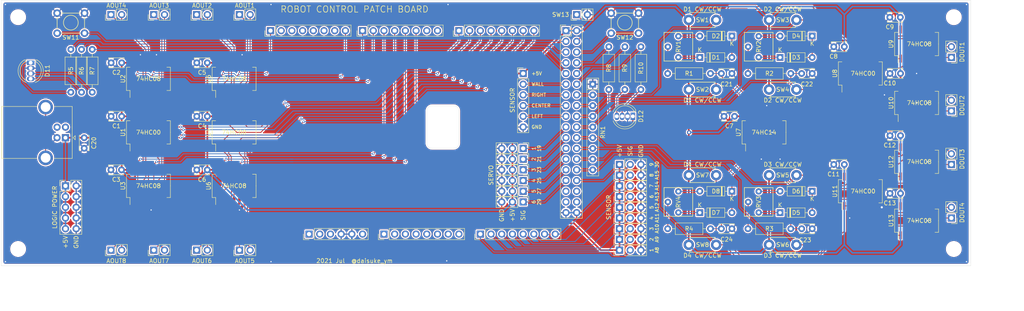
<source format=kicad_pcb>
(kicad_pcb (version 20171130) (host pcbnew "(5.1.6)-1")
  (layers (0 F.Cu signal) (31 B.Cu signal) (34 B.Paste user) (35 F.Paste user) (36 B.SilkS user) (37 F.SilkS user) (38 B.Mask user) (39 F.Mask user) (44 Edge.Cuts user))
  (net 0 "")
  (net 1 GND)
  (net 2 +5V)
  (net 3 "Net-(C21-Pad1)")
  (net 4 "Net-(C22-Pad1)")
  (net 5 "Net-(C23-Pad1)")
  (net 6 "Net-(C24-Pad1)")
  (net 7 "Net-(D1-Pad1)")
  (net 8 /OSC1)
  (net 9 "Net-(D2-Pad2)")
  (net 10 "Net-(D3-Pad1)")
  (net 11 /OSC2)
  (net 12 "Net-(D4-Pad2)")
  (net 13 "Net-(D5-Pad1)")
  (net 14 /OSC3)
  (net 15 "Net-(D6-Pad2)")
  (net 16 "Net-(D7-Pad1)")
  (net 17 /OSC4)
  (net 18 "Net-(D8-Pad2)")
  (net 19 /LED1R)
  (net 20 /LED1B)
  (net 21 /LED1G)
  (net 22 /LED2G)
  (net 23 /LED2B)
  (net 24 /LED2R)
  (net 25 "Net-(J1-Pad2)")
  (net 26 "Net-(J1-Pad3)")
  (net 27 "Net-(J1-Pad5)")
  (net 28 /PWM1IN)
  (net 29 "Net-(J3-Pad2)")
  (net 30 "Net-(J3-Pad3)")
  (net 31 "Net-(J3-Pad4)")
  (net 32 "Net-(J3-Pad5)")
  (net 33 "Net-(J3-Pad6)")
  (net 34 "Net-(J3-Pad7)")
  (net 35 /PWM2IN)
  (net 36 "Net-(J4-Pad8)")
  (net 37 "Net-(J4-Pad7)")
  (net 38 /PWM8IN)
  (net 39 /PWM7IN)
  (net 40 /PWM6IN)
  (net 41 /PWM5IN)
  (net 42 /PWM4IN)
  (net 43 /PWM3IN)
  (net 44 /SEL8)
  (net 45 /SEL7)
  (net 46 /SEL6)
  (net 47 /SEL5)
  (net 48 /SEL4)
  (net 49 /SEL3)
  (net 50 /SEL2)
  (net 51 /SEL1)
  (net 52 /DIN1A)
  (net 53 /DIN1B)
  (net 54 /DIN2A)
  (net 55 /DIN2B)
  (net 56 /DIN3A)
  (net 57 /DIN3B)
  (net 58 /DIN4A)
  (net 59 /DIN4B)
  (net 60 /SW11)
  (net 61 /SW12)
  (net 62 /SENSOR01)
  (net 63 /SENSOR02)
  (net 64 /SENSOR03)
  (net 65 /SENSOR04)
  (net 66 /SENSOR05)
  (net 67 /SENSOR06)
  (net 68 /SENSOR07)
  (net 69 /SENSOR08)
  (net 70 /SENSOR09)
  (net 71 /WSENSOR)
  (net 72 /RSENSOR)
  (net 73 /CSENSOR)
  (net 74 /LSENSOR)
  (net 75 /SV1)
  (net 76 /SV2)
  (net 77 /SV3)
  (net 78 /SV4)
  (net 79 /SV5)
  (net 80 /SV6)
  (net 81 /AOUT1B)
  (net 82 /AOUT1A)
  (net 83 /AOUT2B)
  (net 84 /AOUT2A)
  (net 85 /AOUT3A)
  (net 86 /AOUT3B)
  (net 87 /AOUT4B)
  (net 88 /AOUT4A)
  (net 89 /AOUT5B)
  (net 90 /AOUT5A)
  (net 91 /AOUT6A)
  (net 92 /AOUT6B)
  (net 93 /AOUT7B)
  (net 94 /AOUT7A)
  (net 95 /AOUT8A)
  (net 96 /AOUT8B)
  (net 97 /DOUT1A)
  (net 98 /DOUT1B)
  (net 99 /DOUT2A)
  (net 100 /DOUT2B)
  (net 101 /DOUT3A)
  (net 102 /DOUT3B)
  (net 103 /DOUT4B)
  (net 104 /DOUT4A)
  (net 105 "Net-(R1-Pad1)")
  (net 106 "Net-(R2-Pad1)")
  (net 107 "Net-(R3-Pad1)")
  (net 108 "Net-(R4-Pad1)")
  (net 109 "Net-(U1-Pad11)")
  (net 110 "Net-(U1-Pad8)")
  (net 111 "Net-(U1-Pad6)")
  (net 112 "Net-(U1-Pad3)")
  (net 113 "Net-(U4-Pad3)")
  (net 114 "Net-(U4-Pad6)")
  (net 115 "Net-(U4-Pad8)")
  (net 116 "Net-(U4-Pad11)")
  (net 117 "Net-(U9-Pad3)")
  (net 118 "Net-(U9-Pad10)")
  (net 119 "Net-(U10-Pad10)")
  (net 120 "Net-(U10-Pad3)")
  (net 121 "Net-(U11-Pad3)")
  (net 122 "Net-(U11-Pad6)")
  (net 123 "Net-(U11-Pad8)")
  (net 124 "Net-(U11-Pad11)")
  (net 125 "Net-(U12-Pad3)")
  (net 126 "Net-(U12-Pad10)")
  (net 127 "Net-(U13-Pad10)")
  (net 128 "Net-(U13-Pad3)")
  (net 129 "Net-(D11-Pad1)")
  (net 130 "Net-(D11-Pad3)")
  (net 131 "Net-(D11-Pad4)")
  (net 132 "Net-(D12-Pad4)")
  (net 133 "Net-(D12-Pad3)")
  (net 134 "Net-(D12-Pad1)")
  (net 135 "Net-(J7-Pad1)")
  (net 136 "Net-(J7-Pad2)")
  (net 137 "Net-(J7-Pad3)")
  (net 138 "Net-(J7-Pad4)")
  (net 139 "Net-(J7-Pad5)")
  (net 140 "Net-(J7-Pad6)")
  (net 141 "Net-(J7-Pad7)")
  (net 142 "Net-(J7-Pad8)")
  (net 143 "Net-(J8-Pad1)")
  (net 144 "Net-(J8-Pad2)")
  (net 145 "Net-(J8-Pad3)")
  (net 146 "Net-(J8-Pad6)")
  (net 147 /SW13)
  (net 148 "Net-(J9-Pad31)")
  (net 149 "Net-(J9-Pad32)")
  (net 150 "Net-(J9-Pad33)")
  (net 151 "Net-(J9-Pad34)")
  (net 152 "Net-(U8-Pad11)")
  (net 153 "Net-(U8-Pad8)")
  (net 154 "Net-(U10-Pad2)")
  (net 155 "Net-(U10-Pad12)")
  (net 156 "Net-(U7-Pad4)")
  (net 157 "Net-(U7-Pad10)")
  (module MountingHole:MountingHole_3.2mm_M3 (layer F.Cu) (at 256 101)
    (fp_text reference REF** hide)
    (fp_text value MountingHole_3.2mm_M3)
    (pad 1 np_thru_hole circle (at 0 0) (size 3.2 3.2) (drill 3.2) (layers *.Cu *.Mask))
  )
  (module MountingHole:MountingHole_3.2mm_M3 (layer F.Cu) (at 256 46)
    (fp_text reference REF** hide)
    (fp_text value MountingHole_3.2mm_M3)
    (pad 1 np_thru_hole circle (at 0 0) (size 3.2 3.2) (drill 3.2) (layers *.Cu *.Mask))
  )
  (module Resistor_THT:R_Axial_DIN0207_L6.3mm_D2.5mm_P10.16mm_Horizontal (layer F.Cu) (at 207.16 59.36)
    (fp_text reference R2 (at 5.08 0) (layer F.SilkS))
    (fp_text value R)
    (pad 1 thru_hole circle (at 0 0) (size 1.6 1.6) (drill 0.8) (layers *.Cu *.Mask) (net 106 "Net-(R2-Pad1)"))
    (pad 2 thru_hole oval (at 10.16 0) (size 1.6 1.6) (drill 0.8) (layers *.Cu *.Mask) (net 4 "Net-(C22-Pad1)"))
  )
  (module Package_SO:SO-14_5.3x10.2mm_P1.27mm (layer F.Cu) (at 247.165 52.375 90)
    (fp_text reference U9 (at 0 -6.05 90) (layer F.SilkS))
    (fp_text value 74HC08 (at 0 0.635 180) (layer F.SilkS))
    (pad 1 smd roundrect (at -3.4625 -3.81 90) (size 1.975 0.6) (layers F.Cu F.Paste F.Mask) (net 152 "Net-(U8-Pad11)"))
    (pad 2 smd roundrect (at -3.4625 -2.54 90) (size 1.975 0.6) (layers F.Cu F.Paste F.Mask) (net 53 /DIN1B))
    (pad 3 smd roundrect (at -3.4625 -1.27 90) (size 1.975 0.6) (layers F.Cu F.Paste F.Mask) (net 117 "Net-(U9-Pad3)"))
    (pad 4 smd roundrect (at -3.4625 0 90) (size 1.975 0.6) (layers F.Cu F.Paste F.Mask) (net 117 "Net-(U9-Pad3)"))
    (pad 5 smd roundrect (at -3.4625 1.27 90) (size 1.975 0.6) (layers F.Cu F.Paste F.Mask) (net 8 /OSC1))
    (pad 6 smd roundrect (at -3.4625 2.54 90) (size 1.975 0.6) (layers F.Cu F.Paste F.Mask) (net 97 /DOUT1A))
    (pad 7 smd roundrect (at -3.4625 3.81 90) (size 1.975 0.6) (layers F.Cu F.Paste F.Mask) (net 1 GND))
    (pad 8 smd roundrect (at 3.4625 3.81 90) (size 1.975 0.6) (layers F.Cu F.Paste F.Mask) (net 98 /DOUT1B))
    (pad 9 smd roundrect (at 3.4625 2.54 90) (size 1.975 0.6) (layers F.Cu F.Paste F.Mask) (net 8 /OSC1))
    (pad 10 smd roundrect (at 3.4625 1.27 90) (size 1.975 0.6) (layers F.Cu F.Paste F.Mask) (net 118 "Net-(U9-Pad10)"))
    (pad 11 smd roundrect (at 3.4625 0 90) (size 1.975 0.6) (layers F.Cu F.Paste F.Mask) (net 118 "Net-(U9-Pad10)"))
    (pad 12 smd roundrect (at 3.4625 -1.27 90) (size 1.975 0.6) (layers F.Cu F.Paste F.Mask) (net 153 "Net-(U8-Pad8)"))
    (pad 13 smd roundrect (at 3.4625 -2.54 90) (size 1.975 0.6) (layers F.Cu F.Paste F.Mask) (net 52 /DIN1A))
    (pad 14 smd roundrect (at 3.4625 -3.81 90) (size 1.975 0.6) (layers F.Cu F.Paste F.Mask) (net 2 +5V))
  )
  (module MountingHole:MountingHole_3.2mm_M3 (layer F.Cu) (at 34 101)
    (fp_text reference REF** hide)
    (fp_text value MountingHole_3.2mm_M3)
    (pad 1 np_thru_hole circle (at 0 0) (size 3.2 3.2) (drill 3.2) (layers *.Cu *.Mask))
  )
  (module MountingHole:MountingHole_3.2mm_M3 (layer F.Cu) (at 34 46)
    (fp_text reference REF** hide)
    (fp_text value MountingHole_3.2mm_M3)
    (pad 1 np_thru_hole circle (at 0 0) (size 3.2 3.2) (drill 3.2) (layers *.Cu *.Mask))
  )
  (module MyLib:DTS-6-V-2 (layer F.Cu) (at 46.505 47.295 180)
    (fp_text reference SW11 (at 0 -3.5) (layer F.SilkS))
    (fp_text value SW_DPST)
    (pad 4 thru_hole circle (at 3.25 2.25 180) (size 1.8 1.8) (drill 1) (layers *.Cu *.Mask) (net 1 GND))
    (pad 2 thru_hole circle (at -3.25 2.25 180) (size 1.8 1.8) (drill 1) (layers *.Cu *.Mask) (net 1 GND))
    (pad 3 thru_hole circle (at 3.25 -2.5 180) (size 1.8 1.8) (drill 1) (layers *.Cu *.Mask) (net 60 /SW11))
    (pad 1 thru_hole circle (at -3.25 -2.5 180) (size 1.8 1.8) (drill 1) (layers *.Cu *.Mask) (net 60 /SW11))
  )
  (module MyLib:DTS-6-V-2 (layer F.Cu) (at 177.95 47.295 180)
    (fp_text reference SW12 (at 0 -3.5) (layer F.SilkS))
    (fp_text value SW_DPST)
    (pad 4 thru_hole circle (at 3.25 2.25 180) (size 1.8 1.8) (drill 1) (layers *.Cu *.Mask) (net 1 GND))
    (pad 2 thru_hole circle (at -3.25 2.25 180) (size 1.8 1.8) (drill 1) (layers *.Cu *.Mask) (net 1 GND))
    (pad 3 thru_hole circle (at 3.25 -2.5 180) (size 1.8 1.8) (drill 1) (layers *.Cu *.Mask) (net 61 /SW12))
    (pad 1 thru_hole circle (at -3.25 -2.5 180) (size 1.8 1.8) (drill 1) (layers *.Cu *.Mask) (net 61 /SW12))
  )
  (module Capacitor_THT:C_Disc_D3.4mm_W2.1mm_P2.50mm (layer F.Cu) (at 58.57 69.52 180)
    (fp_text reference C1 (at 1.25 -2.3) (layer F.SilkS))
    (fp_text value 0.1u)
    (pad 2 thru_hole circle (at 2.5 0 180) (size 1.6 1.6) (drill 0.8) (layers *.Cu *.Mask) (net 1 GND))
    (pad 1 thru_hole circle (at 0 0 180) (size 1.6 1.6) (drill 0.8) (layers *.Cu *.Mask) (net 2 +5V))
  )
  (module Capacitor_THT:C_Disc_D3.4mm_W2.1mm_P2.50mm (layer F.Cu) (at 58.57 56.82 180)
    (fp_text reference C2 (at 1.25 -2.3) (layer F.SilkS))
    (fp_text value 0.1u)
    (pad 1 thru_hole circle (at 0 0 180) (size 1.6 1.6) (drill 0.8) (layers *.Cu *.Mask) (net 2 +5V))
    (pad 2 thru_hole circle (at 2.5 0 180) (size 1.6 1.6) (drill 0.8) (layers *.Cu *.Mask) (net 1 GND))
  )
  (module Capacitor_THT:C_Disc_D3.4mm_W2.1mm_P2.50mm (layer F.Cu) (at 58.53 82.22 180)
    (fp_text reference C3 (at 1.25 -2.3) (layer F.SilkS))
    (fp_text value 0.1u)
    (pad 2 thru_hole circle (at 2.5 0 180) (size 1.6 1.6) (drill 0.8) (layers *.Cu *.Mask) (net 1 GND))
    (pad 1 thru_hole circle (at 0 0 180) (size 1.6 1.6) (drill 0.8) (layers *.Cu *.Mask) (net 2 +5V))
  )
  (module Capacitor_THT:C_Disc_D3.4mm_W2.1mm_P2.50mm (layer F.Cu) (at 78.89 69.52 180)
    (fp_text reference C4 (at 1.25 -2.3) (layer F.SilkS))
    (fp_text value 0.1u)
    (pad 1 thru_hole circle (at 0 0 180) (size 1.6 1.6) (drill 0.8) (layers *.Cu *.Mask) (net 2 +5V))
    (pad 2 thru_hole circle (at 2.5 0 180) (size 1.6 1.6) (drill 0.8) (layers *.Cu *.Mask) (net 1 GND))
  )
  (module Capacitor_THT:C_Disc_D3.4mm_W2.1mm_P2.50mm (layer F.Cu) (at 78.89 56.82 180)
    (fp_text reference C5 (at 1.25 -2.3) (layer F.SilkS))
    (fp_text value 0.1u)
    (pad 1 thru_hole circle (at 0 0 180) (size 1.6 1.6) (drill 0.8) (layers *.Cu *.Mask) (net 2 +5V))
    (pad 2 thru_hole circle (at 2.5 0 180) (size 1.6 1.6) (drill 0.8) (layers *.Cu *.Mask) (net 1 GND))
  )
  (module Capacitor_THT:C_Disc_D3.4mm_W2.1mm_P2.50mm (layer F.Cu) (at 78.89 82.22 180)
    (fp_text reference C6 (at 1.25 -2.3) (layer F.SilkS))
    (fp_text value 0.1u)
    (pad 1 thru_hole circle (at 0 0 180) (size 1.6 1.6) (drill 0.8) (layers *.Cu *.Mask) (net 2 +5V))
    (pad 2 thru_hole circle (at 2.5 0 180) (size 1.6 1.6) (drill 0.8) (layers *.Cu *.Mask) (net 1 GND))
  )
  (module Capacitor_THT:C_Disc_D3.4mm_W2.1mm_P2.50mm (layer F.Cu) (at 203.985 69.52 180)
    (fp_text reference C7 (at 1.25 -2.3) (layer F.SilkS))
    (fp_text value 0.1u)
    (pad 2 thru_hole circle (at 2.5 0 180) (size 1.6 1.6) (drill 0.8) (layers *.Cu *.Mask) (net 1 GND))
    (pad 1 thru_hole circle (at 0 0 180) (size 1.6 1.6) (drill 0.8) (layers *.Cu *.Mask) (net 2 +5V))
  )
  (module Capacitor_THT:C_Disc_D3.4mm_W2.1mm_P2.50mm (layer F.Cu) (at 230.02 53.01 180)
    (fp_text reference C8 (at 2.54 -2.3) (layer F.SilkS))
    (fp_text value 0.1u)
    (pad 2 thru_hole circle (at 2.5 0 180) (size 1.6 1.6) (drill 0.8) (layers *.Cu *.Mask) (net 1 GND))
    (pad 1 thru_hole circle (at 0 0 180) (size 1.6 1.6) (drill 0.8) (layers *.Cu *.Mask) (net 2 +5V))
  )
  (module Capacitor_THT:C_Disc_D3.4mm_W2.1mm_P2.50mm (layer F.Cu) (at 243.355 59.36 180)
    (fp_text reference C10 (at 2.54 -2.3) (layer F.SilkS))
    (fp_text value 0.1u)
    (pad 2 thru_hole circle (at 2.5 0 180) (size 1.6 1.6) (drill 0.8) (layers *.Cu *.Mask) (net 1 GND))
    (pad 1 thru_hole circle (at 0 0 180) (size 1.6 1.6) (drill 0.8) (layers *.Cu *.Mask) (net 2 +5V))
  )
  (module Capacitor_THT:C_Disc_D3.4mm_W2.1mm_P2.50mm (layer F.Cu) (at 230.02 80.95 180)
    (fp_text reference C11 (at 2.54 -2.3) (layer F.SilkS))
    (fp_text value 0.1u)
    (pad 1 thru_hole circle (at 0 0 180) (size 1.6 1.6) (drill 0.8) (layers *.Cu *.Mask) (net 2 +5V))
    (pad 2 thru_hole circle (at 2.5 0 180) (size 1.6 1.6) (drill 0.8) (layers *.Cu *.Mask) (net 1 GND))
  )
  (module Capacitor_THT:C_Disc_D3.4mm_W2.1mm_P2.50mm (layer F.Cu) (at 243.355 74.092 180)
    (fp_text reference C12 (at 2.54 -2.3) (layer F.SilkS))
    (fp_text value 0.1u)
    (pad 2 thru_hole circle (at 2.5 0 180) (size 1.6 1.6) (drill 0.8) (layers *.Cu *.Mask) (net 1 GND))
    (pad 1 thru_hole circle (at 0 0 180) (size 1.6 1.6) (drill 0.8) (layers *.Cu *.Mask) (net 2 +5V))
  )
  (module Capacitor_THT:C_Disc_D3.4mm_W2.1mm_P2.50mm (layer F.Cu) (at 243.355 87.808 180)
    (fp_text reference C13 (at 2.54 -2.3) (layer F.SilkS))
    (fp_text value 0.1u)
    (pad 1 thru_hole circle (at 0 0 180) (size 1.6 1.6) (drill 0.8) (layers *.Cu *.Mask) (net 2 +5V))
    (pad 2 thru_hole circle (at 2.5 0 180) (size 1.6 1.6) (drill 0.8) (layers *.Cu *.Mask) (net 1 GND))
  )
  (module Capacitor_THT:C_Disc_D3.4mm_W2.1mm_P2.50mm (layer F.Cu) (at 49.68 74.6 270)
    (fp_text reference C20 (at 1.25 -2.3 90) (layer F.SilkS))
    (fp_text value 0.1u)
    (pad 2 thru_hole circle (at 2.5 0 270) (size 1.6 1.6) (drill 0.8) (layers *.Cu *.Mask) (net 1 GND))
    (pad 1 thru_hole circle (at 0 0 270) (size 1.6 1.6) (drill 0.8) (layers *.Cu *.Mask) (net 2 +5V))
  )
  (module Capacitor_THT:C_Disc_D3.4mm_W2.1mm_P2.50mm (layer F.Cu) (at 200.85 59.36)
    (fp_text reference C21 (at 1.25 2.54) (layer F.SilkS))
    (fp_text value 0.1u)
    (pad 2 thru_hole circle (at 2.5 0) (size 1.6 1.6) (drill 0.8) (layers *.Cu *.Mask) (net 1 GND))
    (pad 1 thru_hole circle (at 0 0) (size 1.6 1.6) (drill 0.8) (layers *.Cu *.Mask) (net 3 "Net-(C21-Pad1)"))
  )
  (module Capacitor_THT:C_Disc_D3.4mm_W2.1mm_P2.50mm (layer F.Cu) (at 219.9 59.36)
    (fp_text reference C22 (at 1.25 2.54) (layer F.SilkS))
    (fp_text value 0.1u)
    (pad 1 thru_hole circle (at 0 0) (size 1.6 1.6) (drill 0.8) (layers *.Cu *.Mask) (net 4 "Net-(C22-Pad1)"))
    (pad 2 thru_hole circle (at 2.5 0) (size 1.6 1.6) (drill 0.8) (layers *.Cu *.Mask) (net 1 GND))
  )
  (module Capacitor_THT:C_Disc_D3.4mm_W2.1mm_P2.50mm (layer F.Cu) (at 219.9 96.19)
    (fp_text reference C23 (at 0.81 2.69) (layer F.SilkS))
    (fp_text value 0.1u)
    (pad 2 thru_hole circle (at 2.5 0) (size 1.6 1.6) (drill 0.8) (layers *.Cu *.Mask) (net 1 GND))
    (pad 1 thru_hole circle (at 0 0) (size 1.6 1.6) (drill 0.8) (layers *.Cu *.Mask) (net 5 "Net-(C23-Pad1)"))
  )
  (module Capacitor_THT:C_Disc_D3.4mm_W2.1mm_P2.50mm (layer F.Cu) (at 200.85 96.19)
    (fp_text reference C24 (at 1.25 2.54) (layer F.SilkS))
    (fp_text value 0.1u)
    (pad 1 thru_hole circle (at 0 0) (size 1.6 1.6) (drill 0.8) (layers *.Cu *.Mask) (net 6 "Net-(C24-Pad1)"))
    (pad 2 thru_hole circle (at 2.5 0) (size 1.6 1.6) (drill 0.8) (layers *.Cu *.Mask) (net 1 GND))
  )
  (module Diode_THT:D_DO-35_SOD27_P7.62mm_Horizontal (layer F.Cu) (at 195.73 55.55)
    (fp_text reference D1 (at 3.81 0) (layer F.SilkS))
    (fp_text value 1N4148)
    (fp_text user K (at 0 -1.8) (layer F.SilkS))
    (pad 1 thru_hole rect (at 0 0) (size 1.6 1.6) (drill 0.8) (layers *.Cu *.Mask) (net 7 "Net-(D1-Pad1)"))
    (pad 2 thru_hole oval (at 7.62 0) (size 1.6 1.6) (drill 0.8) (layers *.Cu *.Mask) (net 8 /OSC1))
  )
  (module Diode_THT:D_DO-35_SOD27_P7.62mm_Horizontal (layer F.Cu) (at 203.35 50.47 180)
    (fp_text reference D2 (at 3.81 0) (layer F.SilkS))
    (fp_text value 1N4148)
    (fp_text user K (at 0 -1.8) (layer F.SilkS))
    (pad 2 thru_hole oval (at 7.62 0 180) (size 1.6 1.6) (drill 0.8) (layers *.Cu *.Mask) (net 9 "Net-(D2-Pad2)"))
    (pad 1 thru_hole rect (at 0 0 180) (size 1.6 1.6) (drill 0.8) (layers *.Cu *.Mask) (net 8 /OSC1))
  )
  (module Diode_THT:D_DO-35_SOD27_P7.62mm_Horizontal (layer F.Cu) (at 214.78 55.55)
    (fp_text reference D3 (at 3.81 0) (layer F.SilkS))
    (fp_text value 1N4148)
    (fp_text user K (at 0 -1.8) (layer F.SilkS))
    (pad 1 thru_hole rect (at 0 0) (size 1.6 1.6) (drill 0.8) (layers *.Cu *.Mask) (net 10 "Net-(D3-Pad1)"))
    (pad 2 thru_hole oval (at 7.62 0) (size 1.6 1.6) (drill 0.8) (layers *.Cu *.Mask) (net 11 /OSC2))
  )
  (module Diode_THT:D_DO-35_SOD27_P7.62mm_Horizontal (layer F.Cu) (at 222.4 50.47 180)
    (fp_text reference D4 (at 3.81 0) (layer F.SilkS))
    (fp_text value 1N4148)
    (fp_text user K (at 0 -1.8) (layer F.SilkS))
    (pad 2 thru_hole oval (at 7.62 0 180) (size 1.6 1.6) (drill 0.8) (layers *.Cu *.Mask) (net 12 "Net-(D4-Pad2)"))
    (pad 1 thru_hole rect (at 0 0 180) (size 1.6 1.6) (drill 0.8) (layers *.Cu *.Mask) (net 11 /OSC2))
  )
  (module Diode_THT:D_DO-35_SOD27_P7.62mm_Horizontal (layer F.Cu) (at 214.78 92.38)
    (fp_text reference D5 (at 3.81 0) (layer F.SilkS))
    (fp_text value 1N4148)
    (fp_text user K (at 0 -1.8) (layer F.SilkS))
    (pad 1 thru_hole rect (at 0 0) (size 1.6 1.6) (drill 0.8) (layers *.Cu *.Mask) (net 13 "Net-(D5-Pad1)"))
    (pad 2 thru_hole oval (at 7.62 0) (size 1.6 1.6) (drill 0.8) (layers *.Cu *.Mask) (net 14 /OSC3))
  )
  (module Diode_THT:D_DO-35_SOD27_P7.62mm_Horizontal (layer F.Cu) (at 222.4 87.3 180)
    (fp_text reference D6 (at 3.81 0) (layer F.SilkS))
    (fp_text value 1N4148)
    (fp_text user K (at 0 -1.8) (layer F.SilkS))
    (pad 2 thru_hole oval (at 7.62 0 180) (size 1.6 1.6) (drill 0.8) (layers *.Cu *.Mask) (net 15 "Net-(D6-Pad2)"))
    (pad 1 thru_hole rect (at 0 0 180) (size 1.6 1.6) (drill 0.8) (layers *.Cu *.Mask) (net 14 /OSC3))
  )
  (module Diode_THT:D_DO-35_SOD27_P7.62mm_Horizontal (layer F.Cu) (at 195.73 92.38)
    (fp_text reference D7 (at 3.81 0) (layer F.SilkS))
    (fp_text value 1N4148)
    (fp_text user K (at 0 -1.8) (layer F.SilkS))
    (pad 1 thru_hole rect (at 0 0) (size 1.6 1.6) (drill 0.8) (layers *.Cu *.Mask) (net 16 "Net-(D7-Pad1)"))
    (pad 2 thru_hole oval (at 7.62 0) (size 1.6 1.6) (drill 0.8) (layers *.Cu *.Mask) (net 17 /OSC4))
  )
  (module Diode_THT:D_DO-35_SOD27_P7.62mm_Horizontal (layer F.Cu) (at 203.35 87.3 180)
    (fp_text reference D8 (at 3.81 0) (layer F.SilkS))
    (fp_text value 1N4148)
    (fp_text user K (at 0 -1.8) (layer F.SilkS))
    (pad 2 thru_hole oval (at 7.62 0 180) (size 1.6 1.6) (drill 0.8) (layers *.Cu *.Mask) (net 18 "Net-(D8-Pad2)"))
    (pad 1 thru_hole rect (at 0 0 180) (size 1.6 1.6) (drill 0.8) (layers *.Cu *.Mask) (net 17 /OSC4))
  )
  (module LED_THT:LED_D5.0mm-4_RGB (layer F.Cu) (at 36.98 56.82 270)
    (fp_text reference D11 (at 1.905 -3.96 90) (layer F.SilkS))
    (fp_text value LED_RCBG)
    (pad 1 thru_hole rect (at 0 0 270) (size 1.07 1.8) (drill 0.9) (layers *.Cu *.Mask) (net 129 "Net-(D11-Pad1)"))
    (pad 2 thru_hole oval (at 1.27 0 270) (size 1.07 1.8) (drill 0.9) (layers *.Cu *.Mask) (net 1 GND))
    (pad 3 thru_hole oval (at 2.54 0 270) (size 1.07 1.8) (drill 0.9) (layers *.Cu *.Mask) (net 130 "Net-(D11-Pad3)"))
    (pad 4 thru_hole oval (at 3.81 0 270) (size 1.07 1.8) (drill 0.9) (layers *.Cu *.Mask) (net 131 "Net-(D11-Pad4)"))
  )
  (module LED_THT:LED_D5.0mm-4_RGB (layer F.Cu) (at 179.855 69.52 180)
    (fp_text reference D12 (at -1.905 0 90) (layer F.SilkS))
    (fp_text value LED_RCBG)
    (pad 4 thru_hole oval (at 3.81 0 180) (size 1.07 1.8) (drill 0.9) (layers *.Cu *.Mask) (net 132 "Net-(D12-Pad4)"))
    (pad 3 thru_hole oval (at 2.54 0 180) (size 1.07 1.8) (drill 0.9) (layers *.Cu *.Mask) (net 133 "Net-(D12-Pad3)"))
    (pad 2 thru_hole oval (at 1.27 0 180) (size 1.07 1.8) (drill 0.9) (layers *.Cu *.Mask) (net 1 GND))
    (pad 1 thru_hole rect (at 0 0 180) (size 1.07 1.8) (drill 0.9) (layers *.Cu *.Mask) (net 134 "Net-(D12-Pad1)"))
  )
  (module Connector_USB:USB_B_OST_USB-B1HSxx_Horizontal (layer F.Cu) (at 45.235 74.6 180)
    (fp_text reference J1 hide)
    (fp_text value USB_B)
    (pad 1 thru_hole rect (at 0 0 180) (size 1.7 1.7) (drill 0.92) (layers *.Cu *.Mask) (net 2 +5V))
    (pad 2 thru_hole circle (at 0 2.5 180) (size 1.7 1.7) (drill 0.92) (layers *.Cu *.Mask) (net 25 "Net-(J1-Pad2)"))
    (pad 3 thru_hole circle (at 2 2.5 180) (size 1.7 1.7) (drill 0.92) (layers *.Cu *.Mask) (net 26 "Net-(J1-Pad3)"))
    (pad 4 thru_hole circle (at 2 0 180) (size 1.7 1.7) (drill 0.92) (layers *.Cu *.Mask) (net 1 GND))
    (pad 5 thru_hole circle (at 4.71 -4.77 180) (size 3.5 3.5) (drill 2.33) (layers *.Cu *.Mask) (net 27 "Net-(J1-Pad5)"))
    (pad 5 thru_hole circle (at 4.71 7.27 180) (size 3.5 3.5) (drill 2.33) (layers *.Cu *.Mask) (net 27 "Net-(J1-Pad5)"))
  )
  (module Connector_PinHeader_2.54mm:PinHeader_1x08_P2.54mm_Vertical (layer F.Cu) (at 93.876 49.2 90)
    (fp_text reference J3 hide)
    (fp_text value MEGA_13-8)
    (pad 1 thru_hole rect (at 0 0 90) (size 1.7 1.7) (drill 1) (layers *.Cu *.Mask) (net 28 /PWM1IN))
    (pad 2 thru_hole oval (at 0 2.54 90) (size 1.7 1.7) (drill 1) (layers *.Cu *.Mask) (net 29 "Net-(J3-Pad2)"))
    (pad 3 thru_hole oval (at 0 5.08 90) (size 1.7 1.7) (drill 1) (layers *.Cu *.Mask) (net 30 "Net-(J3-Pad3)"))
    (pad 4 thru_hole oval (at 0 7.62 90) (size 1.7 1.7) (drill 1) (layers *.Cu *.Mask) (net 31 "Net-(J3-Pad4)"))
    (pad 5 thru_hole oval (at 0 10.16 90) (size 1.7 1.7) (drill 1) (layers *.Cu *.Mask) (net 32 "Net-(J3-Pad5)"))
    (pad 6 thru_hole oval (at 0 12.7 90) (size 1.7 1.7) (drill 1) (layers *.Cu *.Mask) (net 33 "Net-(J3-Pad6)"))
    (pad 7 thru_hole oval (at 0 15.24 90) (size 1.7 1.7) (drill 1) (layers *.Cu *.Mask) (net 34 "Net-(J3-Pad7)"))
    (pad 8 thru_hole oval (at 0 17.78 90) (size 1.7 1.7) (drill 1) (layers *.Cu *.Mask) (net 35 /PWM2IN))
  )
  (module Connector_PinHeader_2.54mm:PinHeader_1x08_P2.54mm_Vertical (layer F.Cu) (at 115.72 49.2 90)
    (fp_text reference J4 hide)
    (fp_text value MEGA_7-0)
    (pad 8 thru_hole oval (at 0 17.78 90) (size 1.7 1.7) (drill 1) (layers *.Cu *.Mask) (net 36 "Net-(J4-Pad8)"))
    (pad 7 thru_hole oval (at 0 15.24 90) (size 1.7 1.7) (drill 1) (layers *.Cu *.Mask) (net 37 "Net-(J4-Pad7)"))
    (pad 6 thru_hole oval (at 0 12.7 90) (size 1.7 1.7) (drill 1) (layers *.Cu *.Mask) (net 38 /PWM8IN))
    (pad 5 thru_hole oval (at 0 10.16 90) (size 1.7 1.7) (drill 1) (layers *.Cu *.Mask) (net 39 /PWM7IN))
    (pad 4 thru_hole oval (at 0 7.62 90) (size 1.7 1.7) (drill 1) (layers *.Cu *.Mask) (net 40 /PWM6IN))
    (pad 3 thru_hole oval (at 0 5.08 90) (size 1.7 1.7) (drill 1) (layers *.Cu *.Mask) (net 41 /PWM5IN))
    (pad 2 thru_hole oval (at 0 2.54 90) (size 1.7 1.7) (drill 1) (layers *.Cu *.Mask) (net 42 /PWM4IN))
    (pad 1 thru_hole rect (at 0 0 90) (size 1.7 1.7) (drill 1) (layers *.Cu *.Mask) (net 43 /PWM3IN))
  )
  (module Connector_PinHeader_2.54mm:PinHeader_1x08_P2.54mm_Vertical (layer F.Cu) (at 138.58 49.2 90)
    (fp_text reference J5 hide)
    (fp_text value MEGA_14-21)
    (pad 8 thru_hole oval (at 0 17.78 90) (size 1.7 1.7) (drill 1) (layers *.Cu *.Mask) (net 44 /SEL8))
    (pad 7 thru_hole oval (at 0 15.24 90) (size 1.7 1.7) (drill 1) (layers *.Cu *.Mask) (net 45 /SEL7))
    (pad 6 thru_hole oval (at 0 12.7 90) (size 1.7 1.7) (drill 1) (layers *.Cu *.Mask) (net 46 /SEL6))
    (pad 5 thru_hole oval (at 0 10.16 90) (size 1.7 1.7) (drill 1) (layers *.Cu *.Mask) (net 47 /SEL5))
    (pad 4 thru_hole oval (at 0 7.62 90) (size 1.7 1.7) (drill 1) (layers *.Cu *.Mask) (net 48 /SEL4))
    (pad 3 thru_hole oval (at 0 5.08 90) (size 1.7 1.7) (drill 1) (layers *.Cu *.Mask) (net 49 /SEL3))
    (pad 2 thru_hole oval (at 0 2.54 90) (size 1.7 1.7) (drill 1) (layers *.Cu *.Mask) (net 50 /SEL2))
    (pad 1 thru_hole rect (at 0 0 90) (size 1.7 1.7) (drill 1) (layers *.Cu *.Mask) (net 51 /SEL1))
  )
  (module Connector_PinHeader_2.54mm:PinHeader_1x08_P2.54mm_Vertical (layer F.Cu) (at 143.66 97.46 90)
    (fp_text reference J6 hide)
    (fp_text value MEGA_A8-A15)
    (pad 1 thru_hole rect (at 0 0 90) (size 1.7 1.7) (drill 1) (layers *.Cu *.Mask) (net 62 /SENSOR01))
    (pad 2 thru_hole oval (at 0 2.54 90) (size 1.7 1.7) (drill 1) (layers *.Cu *.Mask) (net 63 /SENSOR02))
    (pad 3 thru_hole oval (at 0 5.08 90) (size 1.7 1.7) (drill 1) (layers *.Cu *.Mask) (net 64 /SENSOR03))
    (pad 4 thru_hole oval (at 0 7.62 90) (size 1.7 1.7) (drill 1) (layers *.Cu *.Mask) (net 65 /SENSOR04))
    (pad 5 thru_hole oval (at 0 10.16 90) (size 1.7 1.7) (drill 1) (layers *.Cu *.Mask) (net 66 /SENSOR05))
    (pad 6 thru_hole oval (at 0 12.7 90) (size 1.7 1.7) (drill 1) (layers *.Cu *.Mask) (net 67 /SENSOR06))
    (pad 7 thru_hole oval (at 0 15.24 90) (size 1.7 1.7) (drill 1) (layers *.Cu *.Mask) (net 68 /SENSOR07))
    (pad 8 thru_hole oval (at 0 17.78 90) (size 1.7 1.7) (drill 1) (layers *.Cu *.Mask) (net 69 /SENSOR08))
  )
  (module Connector_PinHeader_2.54mm:PinHeader_2x18_P2.54mm_Vertical (layer F.Cu) (at 163.98 49.2)
    (fp_text reference J9 hide)
    (fp_text value MEGA_22-53)
    (pad 1 thru_hole rect (at 0 0) (size 1.7 1.7) (drill 1) (layers *.Cu *.Mask) (net 2 +5V))
    (pad 2 thru_hole oval (at 2.54 0) (size 1.7 1.7) (drill 1) (layers *.Cu *.Mask) (net 2 +5V))
    (pad 3 thru_hole oval (at 0 2.54) (size 1.7 1.7) (drill 1) (layers *.Cu *.Mask) (net 60 /SW11))
    (pad 4 thru_hole oval (at 2.54 2.54) (size 1.7 1.7) (drill 1) (layers *.Cu *.Mask) (net 147 /SW13))
    (pad 5 thru_hole oval (at 0 5.08) (size 1.7 1.7) (drill 1) (layers *.Cu *.Mask) (net 19 /LED1R))
    (pad 6 thru_hole oval (at 2.54 5.08) (size 1.7 1.7) (drill 1) (layers *.Cu *.Mask) (net 61 /SW12))
    (pad 7 thru_hole oval (at 0 7.62) (size 1.7 1.7) (drill 1) (layers *.Cu *.Mask) (net 21 /LED1G))
    (pad 8 thru_hole oval (at 2.54 7.62) (size 1.7 1.7) (drill 1) (layers *.Cu *.Mask) (net 24 /LED2R))
    (pad 9 thru_hole oval (at 0 10.16) (size 1.7 1.7) (drill 1) (layers *.Cu *.Mask) (net 20 /LED1B))
    (pad 10 thru_hole oval (at 2.54 10.16) (size 1.7 1.7) (drill 1) (layers *.Cu *.Mask) (net 22 /LED2G))
    (pad 11 thru_hole oval (at 0 12.7) (size 1.7 1.7) (drill 1) (layers *.Cu *.Mask) (net 71 /WSENSOR))
    (pad 12 thru_hole oval (at 2.54 12.7) (size 1.7 1.7) (drill 1) (layers *.Cu *.Mask) (net 23 /LED2B))
    (pad 13 thru_hole oval (at 0 15.24) (size 1.7 1.7) (drill 1) (layers *.Cu *.Mask) (net 72 /RSENSOR))
    (pad 14 thru_hole oval (at 2.54 15.24) (size 1.7 1.7) (drill 1) (layers *.Cu *.Mask) (net 52 /DIN1A))
    (pad 15 thru_hole oval (at 0 17.78) (size 1.7 1.7) (drill 1) (layers *.Cu *.Mask) (net 73 /CSENSOR))
    (pad 16 thru_hole oval (at 2.54 17.78) (size 1.7 1.7) (drill 1) (layers *.Cu *.Mask) (net 53 /DIN1B))
    (pad 17 thru_hole oval (at 0 20.32) (size 1.7 1.7) (drill 1) (layers *.Cu *.Mask) (net 74 /LSENSOR))
    (pad 18 thru_hole oval (at 2.54 20.32) (size 1.7 1.7) (drill 1) (layers *.Cu *.Mask) (net 54 /DIN2A))
    (pad 19 thru_hole oval (at 0 22.86) (size 1.7 1.7) (drill 1) (layers *.Cu *.Mask) (net 75 /SV1))
    (pad 20 thru_hole oval (at 2.54 22.86) (size 1.7 1.7) (drill 1) (layers *.Cu *.Mask) (net 55 /DIN2B))
    (pad 21 thru_hole oval (at 0 25.4) (size 1.7 1.7) (drill 1) (layers *.Cu *.Mask) (net 76 /SV2))
    (pad 22 thru_hole oval (at 2.54 25.4) (size 1.7 1.7) (drill 1) (layers *.Cu *.Mask) (net 56 /DIN3A))
    (pad 23 thru_hole oval (at 0 27.94) (size 1.7 1.7) (drill 1) (layers *.Cu *.Mask) (net 77 /SV3))
    (pad 24 thru_hole oval (at 2.54 27.94) (size 1.7 1.7) (drill 1) (layers *.Cu *.Mask) (net 57 /DIN3B))
    (pad 25 thru_hole oval (at 0 30.48) (size 1.7 1.7) (drill 1) (layers *.Cu *.Mask) (net 78 /SV4))
    (pad 26 thru_hole oval (at 2.54 30.48) (size 1.7 1.7) (drill 1) (layers *.Cu *.Mask) (net 58 /DIN4A))
    (pad 27 thru_hole oval (at 0 33.02) (size 1.7 1.7) (drill 1) (layers *.Cu *.Mask) (net 79 /SV5))
    (pad 28 thru_hole oval (at 2.54 33.02) (size 1.7 1.7) (drill 1) (layers *.Cu *.Mask) (net 59 /DIN4B))
    (pad 29 thru_hole oval (at 0 35.56) (size 1.7 1.7) (drill 1) (layers *.Cu *.Mask) (net 80 /SV6))
    (pad 30 thru_hole oval (at 2.54 35.56) (size 1.7 1.7) (drill 1) (layers *.Cu *.Mask) (net 70 /SENSOR09))
    (pad 31 thru_hole oval (at 0 38.1) (size 1.7 1.7) (drill 1) (layers *.Cu *.Mask) (net 148 "Net-(J9-Pad31)"))
    (pad 32 thru_hole oval (at 2.54 38.1) (size 1.7 1.7) (drill 1) (layers *.Cu *.Mask) (net 149 "Net-(J9-Pad32)"))
    (pad 33 thru_hole oval (at 0 40.64) (size 1.7 1.7) (drill 1) (layers *.Cu *.Mask) (net 150 "Net-(J9-Pad33)"))
    (pad 34 thru_hole oval (at 2.54 40.64) (size 1.7 1.7) (drill 1) (layers *.Cu *.Mask) (net 151 "Net-(J9-Pad34)"))
    (pad 35 thru_hole oval (at 0 43.18) (size 1.7 1.7) (drill 1) (layers *.Cu *.Mask) (net 1 GND))
    (pad 36 thru_hole oval (at 2.54 43.18) (size 1.7 1.7) (drill 1) (layers *.Cu *.Mask) (net 1 GND))
  )
  (module Connector_PinHeader_2.54mm:PinHeader_1x02_P2.54mm_Vertical (layer F.Cu) (at 166.52 45.39 90)
    (fp_text reference SW13 (at 0 -3.81 180) (layer F.SilkS))
    (fp_text value Conn_01x02)
    (pad 1 thru_hole rect (at 0 0 90) (size 1.7 1.7) (drill 1) (layers *.Cu *.Mask) (net 147 /SW13))
    (pad 2 thru_hole oval (at 0 2.54 90) (size 1.7 1.7) (drill 1) (layers *.Cu *.Mask) (net 1 GND))
  )
  (module Connector_PinHeader_2.54mm:PinHeader_1x03_P2.54mm_Vertical (layer F.Cu) (at 176.68 101.27 90)
    (fp_text reference J31 hide)
    (fp_text value S01)
    (pad 3 thru_hole oval (at 0 5.08 90) (size 1.7 1.7) (drill 1) (layers *.Cu *.Mask) (net 1 GND))
    (pad 2 thru_hole oval (at 0 2.54 90) (size 1.7 1.7) (drill 1) (layers *.Cu *.Mask) (net 62 /SENSOR01))
    (pad 1 thru_hole rect (at 0 0 90) (size 1.7 1.7) (drill 1) (layers *.Cu *.Mask) (net 2 +5V))
  )
  (module Connector_PinHeader_2.54mm:PinHeader_1x03_P2.54mm_Vertical (layer F.Cu) (at 176.68 98.73 90)
    (fp_text reference J32 hide)
    (fp_text value S02)
    (pad 1 thru_hole rect (at 0 0 90) (size 1.7 1.7) (drill 1) (layers *.Cu *.Mask) (net 2 +5V))
    (pad 2 thru_hole oval (at 0 2.54 90) (size 1.7 1.7) (drill 1) (layers *.Cu *.Mask) (net 63 /SENSOR02))
    (pad 3 thru_hole oval (at 0 5.08 90) (size 1.7 1.7) (drill 1) (layers *.Cu *.Mask) (net 1 GND))
  )
  (module Connector_PinHeader_2.54mm:PinHeader_1x03_P2.54mm_Vertical (layer F.Cu) (at 176.68 96.19 90)
    (fp_text reference J33 hide)
    (fp_text value S03)
    (pad 3 thru_hole oval (at 0 5.08 90) (size 1.7 1.7) (drill 1) (layers *.Cu *.Mask) (net 1 GND))
    (pad 2 thru_hole oval (at 0 2.54 90) (size 1.7 1.7) (drill 1) (layers *.Cu *.Mask) (net 64 /SENSOR03))
    (pad 1 thru_hole rect (at 0 0 90) (size 1.7 1.7) (drill 1) (layers *.Cu *.Mask) (net 2 +5V))
  )
  (module Connector_PinHeader_2.54mm:PinHeader_1x03_P2.54mm_Vertical (layer F.Cu) (at 176.68 93.65 90)
    (fp_text reference J34 hide)
    (fp_text value S04)
    (pad 1 thru_hole rect (at 0 0 90) (size 1.7 1.7) (drill 1) (layers *.Cu *.Mask) (net 2 +5V))
    (pad 2 thru_hole oval (at 0 2.54 90) (size 1.7 1.7) (drill 1) (layers *.Cu *.Mask) (net 65 /SENSOR04))
    (pad 3 thru_hole oval (at 0 5.08 90) (size 1.7 1.7) (drill 1) (layers *.Cu *.Mask) (net 1 GND))
  )
  (module Connector_PinHeader_2.54mm:PinHeader_1x03_P2.54mm_Vertical (layer F.Cu) (at 176.68 91.11 90)
    (fp_text reference J35 hide)
    (fp_text value S05)
    (pad 3 thru_hole oval (at 0 5.08 90) (size 1.7 1.7) (drill 1) (layers *.Cu *.Mask) (net 1 GND))
    (pad 2 thru_hole oval (at 0 2.54 90) (size 1.7 1.7) (drill 1) (layers *.Cu *.Mask) (net 66 /SENSOR05))
    (pad 1 thru_hole rect (at 0 0 90) (size 1.7 1.7) (drill 1) (layers *.Cu *.Mask) (net 2 +5V))
  )
  (module Connector_PinHeader_2.54mm:PinHeader_1x03_P2.54mm_Vertical (layer F.Cu) (at 176.68 88.57 90)
    (fp_text reference J36 hide)
    (fp_text value S06)
    (pad 1 thru_hole rect (at 0 0 90) (size 1.7 1.7) (drill 1) (layers *.Cu *.Mask) (net 2 +5V))
    (pad 2 thru_hole oval (at 0 2.54 90) (size 1.7 1.7) (drill 1) (layers *.Cu *.Mask) (net 67 /SENSOR06))
    (pad 3 thru_hole oval (at 0 5.08 90) (size 1.7 1.7) (drill 1) (layers *.Cu *.Mask) (net 1 GND))
  )
  (module Connector_PinHeader_2.54mm:PinHeader_1x03_P2.54mm_Vertical (layer F.Cu) (at 176.68 86.03 90)
    (fp_text reference J37 hide)
    (fp_text value S07)
    (pad 3 thru_hole oval (at 0 5.08 90) (size 1.7 1.7) (drill 1) (layers *.Cu *.Mask) (net 1 GND))
    (pad 2 thru_hole oval (at 0 2.54 90) (size 1.7 1.7) (drill 1) (layers *.Cu *.Mask) (net 68 /SENSOR07))
    (pad 1 thru_hole rect (at 0 0 90) (size 1.7 1.7) (drill 1) (layers *.Cu *.Mask) (net 2 +5V))
  )
  (module Connector_PinHeader_2.54mm:PinHeader_1x03_P2.54mm_Vertical (layer F.Cu) (at 176.68 83.49 90)
    (fp_text reference J38 hide)
    (fp_text value S08)
    (pad 1 thru_hole rect (at 0 0 90) (size 1.7 1.7) (drill 1) (layers *.Cu *.Mask) (net 2 +5V))
    (pad 2 thru_hole oval (at 0 2.54 90) (size 1.7 1.7) (drill 1) (layers *.Cu *.Mask) (net 69 /SENSOR08))
    (pad 3 thru_hole oval (at 0 5.08 90) (size 1.7 1.7) (drill 1) (layers *.Cu *.Mask) (net 1 GND))
  )
  (module Connector_PinHeader_2.54mm:PinHeader_1x03_P2.54mm_Vertical (layer F.Cu) (at 176.68 80.95 90)
    (fp_text reference J39 hide)
    (fp_text value S09)
    (pad 3 thru_hole oval (at 0 5.08 90) (size 1.7 1.7) (drill 1) (layers *.Cu *.Mask) (net 1 GND))
    (pad 2 thru_hole oval (at 0 2.54 90) (size 1.7 1.7) (drill 1) (layers *.Cu *.Mask) (net 70 /SENSOR09))
    (pad 1 thru_hole rect (at 0 0 90) (size 1.7 1.7) (drill 1) (layers *.Cu *.Mask) (net 2 +5V))
  )
  (module Connector_PinHeader_2.54mm:PinHeader_1x06_P2.54mm_Vertical (layer F.Cu) (at 153.82 59.36)
    (fp_text reference J40 hide)
    (fp_text value S10)
    (pad 1 thru_hole rect (at 0 0) (size 1.7 1.7) (drill 1) (layers *.Cu *.Mask) (net 2 +5V))
    (pad 2 thru_hole oval (at 0 2.54) (size 1.7 1.7) (drill 1) (layers *.Cu *.Mask) (net 71 /WSENSOR))
    (pad 3 thru_hole oval (at 0 5.08) (size 1.7 1.7) (drill 1) (layers *.Cu *.Mask) (net 72 /RSENSOR))
    (pad 4 thru_hole oval (at 0 7.62) (size 1.7 1.7) (drill 1) (layers *.Cu *.Mask) (net 73 /CSENSOR))
    (pad 5 thru_hole oval (at 0 10.16) (size 1.7 1.7) (drill 1) (layers *.Cu *.Mask) (net 74 /LSENSOR))
    (pad 6 thru_hole oval (at 0 12.7) (size 1.7 1.7) (drill 1) (layers *.Cu *.Mask) (net 1 GND))
  )
  (module Connector_PinHeader_2.54mm:PinHeader_1x03_P2.54mm_Vertical (layer F.Cu) (at 153.82 77.14 270)
    (fp_text reference J41 hide)
    (fp_text value SV)
    (pad 3 thru_hole oval (at 0 5.08 270) (size 1.7 1.7) (drill 1) (layers *.Cu *.Mask) (net 1 GND))
    (pad 2 thru_hole oval (at 0 2.54 270) (size 1.7 1.7) (drill 1) (layers *.Cu *.Mask) (net 2 +5V))
    (pad 1 thru_hole rect (at 0 0 270) (size 1.7 1.7) (drill 1) (layers *.Cu *.Mask) (net 75 /SV1))
  )
  (module Connector_PinHeader_2.54mm:PinHeader_1x03_P2.54mm_Vertical (layer F.Cu) (at 153.82 79.68 270)
    (fp_text reference J42 hide)
    (fp_text value SV)
    (pad 1 thru_hole rect (at 0 0 270) (size 1.7 1.7) (drill 1) (layers *.Cu *.Mask) (net 76 /SV2))
    (pad 2 thru_hole oval (at 0 2.54 270) (size 1.7 1.7) (drill 1) (layers *.Cu *.Mask) (net 2 +5V))
    (pad 3 thru_hole oval (at 0 5.08 270) (size 1.7 1.7) (drill 1) (layers *.Cu *.Mask) (net 1 GND))
  )
  (module Connector_PinHeader_2.54mm:PinHeader_1x03_P2.54mm_Vertical (layer F.Cu) (at 153.82 82.22 270)
    (fp_text reference J43 hide)
    (fp_text value SV)
    (pad 3 thru_hole oval (at 0 5.08 270) (size 1.7 1.7) (drill 1) (layers *.Cu *.Mask) (net 1 GND))
    (pad 2 thru_hole oval (at 0 2.54 270) (size 1.7 1.7) (drill 1) (layers *.Cu *.Mask) (net 2 +5V))
    (pad 1 thru_hole rect (at 0 0 270) (size 1.7 1.7) (drill 1) (layers *.Cu *.Mask) (net 77 /SV3))
  )
  (module Connector_PinHeader_2.54mm:PinHeader_1x03_P2.54mm_Vertical (layer F.Cu) (at 153.82 84.76 270)
    (fp_text reference J44 hide)
    (fp_text value SV)
    (pad 1 thru_hole rect (at 0 0 270) (size 1.7 1.7) (drill 1) (layers *.Cu *.Mask) (net 78 /SV4))
    (pad 2 thru_hole oval (at 0 2.54 270) (size 1.7 1.7) (drill 1) (layers *.Cu *.Mask) (net 2 +5V))
    (pad 3 thru_hole oval (at 0 5.08 270) (size 1.7 1.7) (drill 1) (layers *.Cu *.Mask) (net 1 GND))
  )
  (module Connector_PinHeader_2.54mm:PinHeader_1x03_P2.54mm_Vertical (layer F.Cu) (at 153.82 87.3 270)
    (fp_text reference J45 hide)
    (fp_text value SV)
    (pad 1 thru_hole rect (at 0 0 270) (size 1.7 1.7) (drill 1) (layers *.Cu *.Mask) (net 79 /SV5))
    (pad 2 thru_hole oval (at 0 2.54 270) (size 1.7 1.7) (drill 1) (layers *.Cu *.Mask) (net 2 +5V))
    (pad 3 thru_hole oval (at 0 5.08 270) (size 1.7 1.7) (drill 1) (layers *.Cu *.Mask) (net 1 GND))
  )
  (module Connector_PinHeader_2.54mm:PinHeader_1x03_P2.54mm_Vertical (layer F.Cu) (at 153.82 89.84 270)
    (fp_text reference J46 hide)
    (fp_text value SV)
    (pad 1 thru_hole rect (at 0 0 270) (size 1.7 1.7) (drill 1) (layers *.Cu *.Mask) (net 80 /SV6))
    (pad 2 thru_hole oval (at 0 2.54 270) (size 1.7 1.7) (drill 1) (layers *.Cu *.Mask) (net 2 +5V))
    (pad 3 thru_hole oval (at 0 5.08 270) (size 1.7 1.7) (drill 1) (layers *.Cu *.Mask) (net 1 GND))
  )
  (module Resistor_THT:R_Axial_DIN0207_L6.3mm_D2.5mm_P10.16mm_Horizontal (layer F.Cu) (at 188.11 59.36)
    (fp_text reference R1 (at 5.08 0) (layer F.SilkS))
    (fp_text value R)
    (pad 1 thru_hole circle (at 0 0) (size 1.6 1.6) (drill 0.8) (layers *.Cu *.Mask) (net 105 "Net-(R1-Pad1)"))
    (pad 2 thru_hole oval (at 10.16 0) (size 1.6 1.6) (drill 0.8) (layers *.Cu *.Mask) (net 3 "Net-(C21-Pad1)"))
  )
  (module Resistor_THT:R_Axial_DIN0207_L6.3mm_D2.5mm_P10.16mm_Horizontal (layer F.Cu) (at 207.16 96.19)
    (fp_text reference R3 (at 5.08 0) (layer F.SilkS))
    (fp_text value R)
    (pad 2 thru_hole oval (at 10.16 0) (size 1.6 1.6) (drill 0.8) (layers *.Cu *.Mask) (net 5 "Net-(C23-Pad1)"))
    (pad 1 thru_hole circle (at 0 0) (size 1.6 1.6) (drill 0.8) (layers *.Cu *.Mask) (net 107 "Net-(R3-Pad1)"))
  )
  (module Resistor_THT:R_Axial_DIN0207_L6.3mm_D2.5mm_P10.16mm_Horizontal (layer F.Cu) (at 188.11 96.19)
    (fp_text reference R4 (at 5.08 0) (layer F.SilkS))
    (fp_text value R)
    (pad 2 thru_hole oval (at 10.16 0) (size 1.6 1.6) (drill 0.8) (layers *.Cu *.Mask) (net 6 "Net-(C24-Pad1)"))
    (pad 1 thru_hole circle (at 0 0) (size 1.6 1.6) (drill 0.8) (layers *.Cu *.Mask) (net 108 "Net-(R4-Pad1)"))
  )
  (module Resistor_THT:R_Array_SIP9 (layer F.Cu) (at 170.33 61.9 270)
    (fp_text reference RN1 (at 11.43 -2.4 90) (layer F.SilkS))
    (fp_text value 330)
    (pad 1 thru_hole rect (at 0 0 270) (size 1.6 1.6) (drill 0.8) (layers *.Cu *.Mask) (net 1 GND))
    (pad 2 thru_hole oval (at 2.54 0 270) (size 1.6 1.6) (drill 0.8) (layers *.Cu *.Mask) (net 52 /DIN1A))
    (pad 3 thru_hole oval (at 5.08 0 270) (size 1.6 1.6) (drill 0.8) (layers *.Cu *.Mask) (net 53 /DIN1B))
    (pad 4 thru_hole oval (at 7.62 0 270) (size 1.6 1.6) (drill 0.8) (layers *.Cu *.Mask) (net 54 /DIN2A))
    (pad 5 thru_hole oval (at 10.16 0 270) (size 1.6 1.6) (drill 0.8) (layers *.Cu *.Mask) (net 55 /DIN2B))
    (pad 6 thru_hole oval (at 12.7 0 270) (size 1.6 1.6) (drill 0.8) (layers *.Cu *.Mask) (net 56 /DIN3A))
    (pad 7 thru_hole oval (at 15.24 0 270) (size 1.6 1.6) (drill 0.8) (layers *.Cu *.Mask) (net 57 /DIN3B))
    (pad 8 thru_hole oval (at 17.78 0 270) (size 1.6 1.6) (drill 0.8) (layers *.Cu *.Mask) (net 58 /DIN4A))
    (pad 9 thru_hole oval (at 20.32 0 270) (size 1.6 1.6) (drill 0.8) (layers *.Cu *.Mask) (net 59 /DIN4B))
  )
  (module MyLib:GF063P1 (layer F.Cu) (at 190.65 53.01 90)
    (fp_text reference RV1 (at 0 0 90) (layer F.SilkS))
    (fp_text value R_POT)
    (pad 3 thru_hole circle (at 2.5 0 90) (size 1.5 1.5) (drill 0.7) (layers *.Cu *.Mask) (net 9 "Net-(D2-Pad2)"))
    (pad 2 thru_hole circle (at 0 -2.5 90) (size 1.5 1.5) (drill 0.7) (layers *.Cu *.Mask) (net 105 "Net-(R1-Pad1)"))
    (pad 1 thru_hole circle (at -2.5 0 90) (size 1.5 1.5) (drill 0.7) (layers *.Cu *.Mask) (net 7 "Net-(D1-Pad1)"))
  )
  (module MyLib:GF063P1 (layer F.Cu) (at 209.7 53.01 90)
    (fp_text reference RV2 (at 0 0 90) (layer F.SilkS))
    (fp_text value R_POT)
    (pad 3 thru_hole circle (at 2.5 0 90) (size 1.5 1.5) (drill 0.7) (layers *.Cu *.Mask) (net 12 "Net-(D4-Pad2)"))
    (pad 2 thru_hole circle (at 0 -2.5 90) (size 1.5 1.5) (drill 0.7) (layers *.Cu *.Mask) (net 106 "Net-(R2-Pad1)"))
    (pad 1 thru_hole circle (at -2.5 0 90) (size 1.5 1.5) (drill 0.7) (layers *.Cu *.Mask) (net 10 "Net-(D3-Pad1)"))
  )
  (module MyLib:GF063P1 (layer F.Cu) (at 209.7 89.84 90)
    (fp_text reference RV3 (at 0 0 90) (layer F.SilkS))
    (fp_text value R_POT)
    (pad 1 thru_hole circle (at -2.5 0 90) (size 1.5 1.5) (drill 0.7) (layers *.Cu *.Mask) (net 13 "Net-(D5-Pad1)"))
    (pad 2 thru_hole circle (at 0 -2.5 90) (size 1.5 1.5) (drill 0.7) (layers *.Cu *.Mask) (net 107 "Net-(R3-Pad1)"))
    (pad 3 thru_hole circle (at 2.5 0 90) (size 1.5 1.5) (drill 0.7) (layers *.Cu *.Mask) (net 15 "Net-(D6-Pad2)"))
  )
  (module MyLib:GF063P1 (layer F.Cu) (at 190.65 89.84 90)
    (fp_text reference RV4 (at 0 0 90) (layer F.SilkS))
    (fp_text value R_POT)
    (pad 1 thru_hole circle (at -2.5 0 90) (size 1.5 1.5) (drill 0.7) (layers *.Cu *.Mask) (net 16 "Net-(D7-Pad1)"))
    (pad 2 thru_hole circle (at 0 -2.5 90) (size 1.5 1.5) (drill 0.7) (layers *.Cu *.Mask) (net 108 "Net-(R4-Pad1)"))
    (pad 3 thru_hole circle (at 2.5 0 90) (size 1.5 1.5) (drill 0.7) (layers *.Cu *.Mask) (net 18 "Net-(D8-Pad2)"))
  )
  (module MyLib:TactSW_TVBP06_3.5x6.0-ThroughHole (layer F.Cu) (at 196.365 46.66)
    (fp_text reference SW1 (at 0 0) (layer F.SilkS))
    (fp_text value D1A)
    (pad 2 thru_hole circle (at 3.25 0) (size 2.5 2.5) (drill 1.3) (layers *.Cu *.Mask) (net 52 /DIN1A))
    (pad 1 thru_hole circle (at -3.25 0) (size 2.5 2.5) (drill 1.3) (layers *.Cu *.Mask) (net 2 +5V))
  )
  (module MyLib:TactSW_TVBP06_3.5x6.0-ThroughHole (layer F.Cu) (at 196.365 63.17)
    (fp_text reference SW2 (at 0 0) (layer F.SilkS))
    (fp_text value D1B)
    (pad 1 thru_hole circle (at -3.25 0) (size 2.5 2.5) (drill 1.3) (layers *.Cu *.Mask) (net 2 +5V))
    (pad 2 thru_hole circle (at 3.25 0) (size 2.5 2.5) (drill 1.3) (layers *.Cu *.Mask) (net 53 /DIN1B))
  )
  (module MyLib:TactSW_TVBP06_3.5x6.0-ThroughHole (layer F.Cu) (at 215.415 46.66)
    (fp_text reference SW3 (at 0 0) (layer F.SilkS))
    (fp_text value D2A)
    (pad 2 thru_hole circle (at 3.25 0) (size 2.5 2.5) (drill 1.3) (layers *.Cu *.Mask) (net 54 /DIN2A))
    (pad 1 thru_hole circle (at -3.25 0) (size 2.5 2.5) (drill 1.3) (layers *.Cu *.Mask) (net 2 +5V))
  )
  (module MyLib:TactSW_TVBP06_3.5x6.0-ThroughHole (layer F.Cu) (at 215.415 63.17)
    (fp_text reference SW4 (at 0 0) (layer F.SilkS))
    (fp_text value D2B)
    (pad 1 thru_hole circle (at -3.25 0) (size 2.5 2.5) (drill 1.3) (layers *.Cu *.Mask) (net 2 +5V))
    (pad 2 thru_hole circle (at 3.25 0) (size 2.5 2.5) (drill 1.3) (layers *.Cu *.Mask) (net 55 /DIN2B))
  )
  (module MyLib:TactSW_TVBP06_3.5x6.0-ThroughHole (layer F.Cu) (at 215.415 83.49)
    (fp_text reference SW5 (at 0 0) (layer F.SilkS))
    (fp_text value D3A)
    (pad 2 thru_hole circle (at 3.25 0) (size 2.5 2.5) (drill 1.3) (layers *.Cu *.Mask) (net 56 /DIN3A))
    (pad 1 thru_hole circle (at -3.25 0) (size 2.5 2.5) (drill 1.3) (layers *.Cu *.Mask) (net 2 +5V))
  )
  (module MyLib:TactSW_TVBP06_3.5x6.0-ThroughHole (layer F.Cu) (at 215.415 100)
    (fp_text reference SW6 (at 0 0) (layer F.SilkS))
    (fp_text value D3B)
    (pad 1 thru_hole circle (at -3.25 0) (size 2.5 2.5) (drill 1.3) (layers *.Cu *.Mask) (net 2 +5V))
    (pad 2 thru_hole circle (at 3.25 0) (size 2.5 2.5) (drill 1.3) (layers *.Cu *.Mask) (net 57 /DIN3B))
  )
  (module MyLib:TactSW_TVBP06_3.5x6.0-ThroughHole (layer F.Cu) (at 196.365 83.49)
    (fp_text reference SW7 (at 0 0) (layer F.SilkS))
    (fp_text value D4A)
    (pad 2 thru_hole circle (at 3.25 0) (size 2.5 2.5) (drill 1.3) (layers *.Cu *.Mask) (net 58 /DIN4A))
    (pad 1 thru_hole circle (at -3.25 0) (size 2.5 2.5) (drill 1.3) (layers *.Cu *.Mask) (net 2 +5V))
  )
  (module MyLib:TactSW_TVBP06_3.5x6.0-ThroughHole (layer F.Cu) (at 196.365 100)
    (fp_text reference SW8 (at 0 0) (layer F.SilkS))
    (fp_text value D4B)
    (pad 1 thru_hole circle (at -3.25 0) (size 2.5 2.5) (drill 1.3) (layers *.Cu *.Mask) (net 2 +5V))
    (pad 2 thru_hole circle (at 3.25 0) (size 2.5 2.5) (drill 1.3) (layers *.Cu *.Mask) (net 59 /DIN4B))
  )
  (module Package_SO:SO-14_5.3x10.2mm_P1.27mm (layer F.Cu) (at 64.92 73.33 90)
    (fp_text reference U1 (at 0 -6.05 90) (layer F.SilkS))
    (fp_text value 74HC00 (at 0 0 180) (layer F.SilkS))
    (pad 14 smd roundrect (at 3.4625 -3.81 90) (size 1.975 0.6) (layers F.Cu F.Paste F.Mask) (net 2 +5V))
    (pad 13 smd roundrect (at 3.4625 -2.54 90) (size 1.975 0.6) (layers F.Cu F.Paste F.Mask) (net 48 /SEL4))
    (pad 12 smd roundrect (at 3.4625 -1.27 90) (size 1.975 0.6) (layers F.Cu F.Paste F.Mask) (net 48 /SEL4))
    (pad 11 smd roundrect (at 3.4625 0 90) (size 1.975 0.6) (layers F.Cu F.Paste F.Mask) (net 109 "Net-(U1-Pad11)"))
    (pad 10 smd roundrect (at 3.4625 1.27 90) (size 1.975 0.6) (layers F.Cu F.Paste F.Mask) (net 49 /SEL3))
    (pad 9 smd roundrect (at 3.4625 2.54 90) (size 1.975 0.6) (layers F.Cu F.Paste F.Mask) (net 49 /SEL3))
    (pad 8 smd roundrect (at 3.4625 3.81 90) (size 1.975 0.6) (layers F.Cu F.Paste F.Mask) (net 110 "Net-(U1-Pad8)"))
    (pad 7 smd roundrect (at -3.4625 3.81 90) (size 1.975 0.6) (layers F.Cu F.Paste F.Mask) (net 1 GND))
    (pad 6 smd roundrect (at -3.4625 2.54 90) (size 1.975 0.6) (layers F.Cu F.Paste F.Mask) (net 111 "Net-(U1-Pad6)"))
    (pad 5 smd roundrect (at -3.4625 1.27 90) (size 1.975 0.6) (layers F.Cu F.Paste F.Mask) (net 46 /SEL6))
    (pad 4 smd roundrect (at -3.4625 0 90) (size 1.975 0.6) (layers F.Cu F.Paste F.Mask) (net 46 /SEL6))
    (pad 3 smd roundrect (at -3.4625 -1.27 90) (size 1.975 0.6) (layers F.Cu F.Paste F.Mask) (net 112 "Net-(U1-Pad3)"))
    (pad 2 smd roundrect (at -3.4625 -2.54 90) (size 1.975 0.6) (layers F.Cu F.Paste F.Mask) (net 47 /SEL5))
    (pad 1 smd roundrect (at -3.4625 -3.81 90) (size 1.975 0.6) (layers F.Cu F.Paste F.Mask) (net 47 /SEL5))
  )
  (module Package_SO:SO-14_5.3x10.2mm_P1.27mm (layer F.Cu) (at 64.92 60.63 90)
    (fp_text reference U2 (at 0 -6.05 90) (layer F.SilkS))
    (fp_text value 74HC08 (at 0 0 180) (layer F.SilkS))
    (pad 14 smd roundrect (at 3.4625 -3.81 90) (size 1.975 0.6) (layers F.Cu F.Paste F.Mask) (net 2 +5V))
    (pad 13 smd roundrect (at 3.4625 -2.54 90) (size 1.975 0.6) (layers F.Cu F.Paste F.Mask) (net 42 /PWM4IN))
    (pad 12 smd roundrect (at 3.4625 -1.27 90) (size 1.975 0.6) (layers F.Cu F.Paste F.Mask) (net 48 /SEL4))
    (pad 11 smd roundrect (at 3.4625 0 90) (size 1.975 0.6) (layers F.Cu F.Paste F.Mask) (net 88 /AOUT4A))
    (pad 10 smd roundrect (at 3.4625 1.27 90) (size 1.975 0.6) (layers F.Cu F.Paste F.Mask) (net 43 /PWM3IN))
    (pad 9 smd roundrect (at 3.4625 2.54 90) (size 1.975 0.6) (layers F.Cu F.Paste F.Mask) (net 49 /SEL3))
    (pad 8 smd roundrect (at 3.4625 3.81 90) (size 1.975 0.6) (layers F.Cu F.Paste F.Mask) (net 85 /AOUT3A))
    (pad 7 smd roundrect (at -3.4625 3.81 90) (size 1.975 0.6) (layers F.Cu F.Paste F.Mask) (net 1 GND))
    (pad 6 smd roundrect (at -3.4625 2.54 90) (size 1.975 0.6) (layers F.Cu F.Paste F.Mask) (net 86 /AOUT3B))
    (pad 5 smd roundrect (at -3.4625 1.27 90) (size 1.975 0.6) (layers F.Cu F.Paste F.Mask) (net 110 "Net-(U1-Pad8)"))
    (pad 4 smd roundrect (at -3.4625 0 90) (size 1.975 0.6) (layers F.Cu F.Paste F.Mask) (net 43 /PWM3IN))
    (pad 3 smd roundrect (at -3.4625 -1.27 90) (size 1.975 0.6) (layers F.Cu F.Paste F.Mask) (net 87 /AOUT4B))
    (pad 2 smd roundrect (at -3.4625 -2.54 90) (size 1.975 0.6) (layers F.Cu F.Paste F.Mask) (net 109 "Net-(U1-Pad11)"))
    (pad 1 smd roundrect (at -3.4625 -3.81 90) (size 1.975 0.6) (layers F.Cu F.Paste F.Mask) (net 42 /PWM4IN))
  )
  (module Package_SO:SO-14_5.3x10.2mm_P1.27mm (layer F.Cu) (at 64.92 86.03 90)
    (fp_text reference U3 (at 0 -6.05 90) (layer F.SilkS))
    (fp_text value 74HC08 (at 0 0 180) (layer F.SilkS))
    (pad 1 smd roundrect (at -3.4625 -3.81 90) (size 1.975 0.6) (layers F.Cu F.Paste F.Mask) (net 41 /PWM5IN))
    (pad 2 smd roundrect (at -3.4625 -2.54 90) (size 1.975 0.6) (layers F.Cu F.Paste F.Mask) (net 112 "Net-(U1-Pad3)"))
    (pad 3 smd roundrect (at -3.4625 -1.27 90) (size 1.975 0.6) (layers F.Cu F.Paste F.Mask) (net 89 /AOUT5B))
    (pad 4 smd roundrect (at -3.4625 0 90) (size 1.975 0.6) (layers F.Cu F.Paste F.Mask) (net 40 /PWM6IN))
    (pad 5 smd roundrect (at -3.4625 1.27 90) (size 1.975 0.6) (layers F.Cu F.Paste F.Mask) (net 111 "Net-(U1-Pad6)"))
    (pad 6 smd roundrect (at -3.4625 2.54 90) (size 1.975 0.6) (layers F.Cu F.Paste F.Mask) (net 92 /AOUT6B))
    (pad 7 smd roundrect (at -3.4625 3.81 90) (size 1.975 0.6) (layers F.Cu F.Paste F.Mask) (net 1 GND))
    (pad 8 smd roundrect (at 3.4625 3.81 90) (size 1.975 0.6) (layers F.Cu F.Paste F.Mask) (net 91 /AOUT6A))
    (pad 9 smd roundrect (at 3.4625 2.54 90) (size 1.975 0.6) (layers F.Cu F.Paste F.Mask) (net 46 /SEL6))
    (pad 10 smd roundrect (at 3.4625 1.27 90) (size 1.975 0.6) (layers F.Cu F.Paste F.Mask) (net 40 /PWM6IN))
    (pad 11 smd roundrect (at 3.4625 0 90) (size 1.975 0.6) (layers F.Cu F.Paste F.Mask) (net 90 /AOUT5A))
    (pad 12 smd roundrect (at 3.4625 -1.27 90) (size 1.975 0.6) (layers F.Cu F.Paste F.Mask) (net 47 /SEL5))
    (pad 13 smd roundrect (at 3.4625 -2.54 90) (size 1.975 0.6) (layers F.Cu F.Paste F.Mask) (net 41 /PWM5IN))
    (pad 14 smd roundrect (at 3.4625 -3.81 90) (size 1.975 0.6) (layers F.Cu F.Paste F.Mask) (net 2 +5V))
  )
  (module Package_SO:SO-14_5.3x10.2mm_P1.27mm (layer F.Cu) (at 85.24 73.33 90)
    (fp_text reference U4 (at 0 -6.05 90) (layer F.SilkS))
    (fp_text value 74HC00 (at 0 0 180) (layer F.SilkS))
    (pad 1 smd roundrect (at -3.4625 -3.81 90) (size 1.975 0.6) (layers F.Cu F.Paste F.Mask) (net 45 /SEL7))
    (pad 2 smd roundrect (at -3.4625 -2.54 90) (size 1.975 0.6) (layers F.Cu F.Paste F.Mask) (net 45 /SEL7))
    (pad 3 smd roundrect (at -3.4625 -1.27 90) (size 1.975 0.6) (layers F.Cu F.Paste F.Mask) (net 113 "Net-(U4-Pad3)"))
    (pad 4 smd roundrect (at -3.4625 0 90) (size 1.975 0.6) (layers F.Cu F.Paste F.Mask) (net 44 /SEL8))
    (pad 5 smd roundrect (at -3.4625 1.27 90) (size 1.975 0.6) (layers F.Cu F.Paste F.Mask) (net 44 /SEL8))
    (pad 6 smd roundrect (at -3.4625 2.54 90) (size 1.975 0.6) (layers F.Cu F.Paste F.Mask) (net 114 "Net-(U4-Pad6)"))
    (pad 7 smd roundrect (at -3.4625 3.81 90) (size 1.975 0.6) (layers F.Cu F.Paste F.Mask) (net 1 GND))
    (pad 8 smd roundrect (at 3.4625 3.81 90) (size 1.975 0.6) (layers F.Cu F.Paste F.Mask) (net 115 "Net-(U4-Pad8)"))
    (pad 9 smd roundrect (at 3.4625 2.54 90) (size 1.975 0.6) (layers F.Cu F.Paste F.Mask) (net 51 /SEL1))
    (pad 10 smd roundrect (at 3.4625 1.27 90) (size 1.975 0.6) (layers F.Cu F.Paste F.Mask) (net 51 /SEL1))
    (pad 11 smd roundrect (at 3.4625 0 90) (size 1.975 0.6) (layers F.Cu F.Paste F.Mask) (net 116 "Net-(U4-Pad11)"))
    (pad 12 smd roundrect (at 3.4625 -1.27 90) (size 1.975 0.6) (layers F.Cu F.Paste F.Mask) (net 50 /SEL2))
    (pad 13 smd roundrect (at 3.4625 -2.54 90) (size 1.975 0.6) (layers F.Cu F.Paste F.Mask) (net 50 /SEL2))
    (pad 14 smd roundrect (at 3.4625 -3.81 90) (size 1.975 0.6) (layers F.Cu F.Paste F.Mask) (net 2 +5V))
  )
  (module Package_SO:SO-14_5.3x10.2mm_P1.27mm (layer F.Cu) (at 85.24 60.63 90)
    (fp_text reference U5 (at 0 -6.05 90) (layer F.SilkS))
    (fp_text value 74HC08 (at 0 0 180) (layer F.SilkS))
    (pad 1 smd roundrect (at -3.4625 -3.81 90) (size 1.975 0.6) (layers F.Cu F.Paste F.Mask) (net 35 /PWM2IN))
    (pad 2 smd roundrect (at -3.4625 -2.54 90) (size 1.975 0.6) (layers F.Cu F.Paste F.Mask) (net 116 "Net-(U4-Pad11)"))
    (pad 3 smd roundrect (at -3.4625 -1.27 90) (size 1.975 0.6) (layers F.Cu F.Paste F.Mask) (net 83 /AOUT2B))
    (pad 4 smd roundrect (at -3.4625 0 90) (size 1.975 0.6) (layers F.Cu F.Paste F.Mask) (net 28 /PWM1IN))
    (pad 5 smd roundrect (at -3.4625 1.27 90) (size 1.975 0.6) (layers F.Cu F.Paste F.Mask) (net 115 "Net-(U4-Pad8)"))
    (pad 6 smd roundrect (at -3.4625 2.54 90) (size 1.975 0.6) (layers F.Cu F.Paste F.Mask) (net 81 /AOUT1B))
    (pad 7 smd roundrect (at -3.4625 3.81 90) (size 1.975 0.6) (layers F.Cu F.Paste F.Mask) (net 1 GND))
    (pad 8 smd roundrect (at 3.4625 3.81 90) (size 1.975 0.6) (layers F.Cu F.Paste F.Mask) (net 82 /AOUT1A))
    (pad 9 smd roundrect (at 3.4625 2.54 90) (size 1.975 0.6) (layers F.Cu F.Paste F.Mask) (net 51 /SEL1))
    (pad 10 smd roundrect (at 3.4625 1.27 90) (size 1.975 0.6) (layers F.Cu F.Paste F.Mask) (net 28 /PWM1IN))
    (pad 11 smd roundrect (at 3.4625 0 90) (size 1.975 0.6) (layers F.Cu F.Paste F.Mask) (net 84 /AOUT2A))
    (pad 12 smd roundrect (at 3.4625 -1.27 90) (size 1.975 0.6) (layers F.Cu F.Paste F.Mask) (net 50 /SEL2))
    (pad 13 smd roundrect (at 3.4625 -2.54 90) (size 1.975 0.6) (layers F.Cu F.Paste F.Mask) (net 35 /PWM2IN))
    (pad 14 smd roundrect (at 3.4625 -3.81 90) (size 1.975 0.6) (layers F.Cu F.Paste F.Mask) (net 2 +5V))
  )
  (module Package_SO:SO-14_5.3x10.2mm_P1.27mm (layer F.Cu) (at 85.24 86.03 90)
    (fp_text reference U6 (at 0 -6.05 90) (layer F.SilkS))
    (fp_text value 74HC08 (at 0 0 180) (layer F.SilkS))
    (pad 14 smd roundrect (at 3.4625 -3.81 90) (size 1.975 0.6) (layers F.Cu F.Paste F.Mask) (net 2 +5V))
    (pad 13 smd roundrect (at 3.4625 -2.54 90) (size 1.975 0.6) (layers F.Cu F.Paste F.Mask) (net 39 /PWM7IN))
    (pad 12 smd roundrect (at 3.4625 -1.27 90) (size 1.975 0.6) (layers F.Cu F.Paste F.Mask) (net 45 /SEL7))
    (pad 11 smd roundrect (at 3.4625 0 90) (size 1.975 0.6) (layers F.Cu F.Paste F.Mask) (net 94 /AOUT7A))
    (pad 10 smd roundrect (at 3.4625 1.27 90) (size 1.975 0.6) (layers F.Cu F.Paste F.Mask) (net 38 /PWM8IN))
    (pad 9 smd roundrect (at 3.4625 2.54 90) (size 1.975 0.6) (layers F.Cu F.Paste F.Mask) (net 44 /SEL8))
    (pad 8 smd roundrect (at 3.4625 3.81 90) (size 1.975 0.6) (layers F.Cu F.Paste F.Mask) (net 95 /AOUT8A))
    (pad 7 smd roundrect (at -3.4625 3.81 90) (size 1.975 0.6) (layers F.Cu F.Paste F.Mask) (net 1 GND))
    (pad 6 smd roundrect (at -3.4625 2.54 90) (size 1.975 0.6) (layers F.Cu F.Paste F.Mask) (net 96 /AOUT8B))
    (pad 5 smd roundrect (at -3.4625 1.27 90) (size 1.975 0.6) (layers F.Cu F.Paste F.Mask) (net 114 "Net-(U4-Pad6)"))
    (pad 4 smd roundrect (at -3.4625 0 90) (size 1.975 0.6) (layers F.Cu F.Paste F.Mask) (net 38 /PWM8IN))
    (pad 3 smd roundrect (at -3.4625 -1.27 90) (size 1.975 0.6) (layers F.Cu F.Paste F.Mask) (net 93 /AOUT7B))
    (pad 2 smd roundrect (at -3.4625 -2.54 90) (size 1.975 0.6) (layers F.Cu F.Paste F.Mask) (net 113 "Net-(U4-Pad3)"))
    (pad 1 smd roundrect (at -3.4625 -3.81 90) (size 1.975 0.6) (layers F.Cu F.Paste F.Mask) (net 39 /PWM7IN))
  )
  (module Package_SO:SO-14_5.3x10.2mm_P1.27mm (layer F.Cu) (at 210.97 73.33 90)
    (fp_text reference U7 (at 0 -6.05 90) (layer F.SilkS))
    (fp_text value 74HC14 (at 0 0 180) (layer F.SilkS))
    (pad 1 smd roundrect (at -3.4625 -3.81 90) (size 1.975 0.6) (layers F.Cu F.Paste F.Mask) (net 6 "Net-(C24-Pad1)"))
    (pad 2 smd roundrect (at -3.4625 -2.54 90) (size 1.975 0.6) (layers F.Cu F.Paste F.Mask) (net 17 /OSC4))
    (pad 3 smd roundrect (at -3.4625 -1.27 90) (size 1.975 0.6) (layers F.Cu F.Paste F.Mask) (net 1 GND))
    (pad 4 smd roundrect (at -3.4625 0 90) (size 1.975 0.6) (layers F.Cu F.Paste F.Mask) (net 156 "Net-(U7-Pad4)"))
    (pad 5 smd roundrect (at -3.4625 1.27 90) (size 1.975 0.6) (layers F.Cu F.Paste F.Mask) (net 5 "Net-(C23-Pad1)"))
    (pad 6 smd roundrect (at -3.4625 2.54 90) (size 1.975 0.6) (layers F.Cu F.Paste F.Mask) (net 14 /OSC3))
    (pad 7 smd roundrect (at -3.4625 3.81 90) (size 1.975 0.6) (layers F.Cu F.Paste F.Mask) (net 1 GND))
    (pad 8 smd roundrect (at 3.4625 3.81 90) (size 1.975 0.6) (layers F.Cu F.Paste F.Mask) (net 11 /OSC2))
    (pad 9 smd roundrect (at 3.4625 2.54 90) (size 1.975 0.6) (layers F.Cu F.Paste F.Mask) (net 4 "Net-(C22-Pad1)"))
    (pad 10 smd roundrect (at 3.4625 1.27 90) (size 1.975 0.6) (layers F.Cu F.Paste F.Mask) (net 157 "Net-(U7-Pad10)"))
    (pad 11 smd roundrect (at 3.4625 0 90) (size 1.975 0.6) (layers F.Cu F.Paste F.Mask) (net 1 GND))
    (pad 12 smd roundrect (at 3.4625 -1.27 90) (size 1.975 0.6) (layers F.Cu F.Paste F.Mask) (net 8 /OSC1))
    (pad 13 smd roundrect (at 3.4625 -2.54 90) (size 1.975 0.6) (layers F.Cu F.Paste F.Mask) (net 3 "Net-(C21-Pad1)"))
    (pad 14 smd roundrect (at 3.4625 -3.81 90) (size 1.975 0.6) (layers F.Cu F.Paste F.Mask) (net 2 +5V))
  )
  (module Package_SO:SO-14_5.3x10.2mm_P1.27mm (layer F.Cu) (at 233.83 59.36 90)
    (fp_text reference U8 (at 0 -6.05 90) (layer F.SilkS))
    (fp_text value 74HC00 (at 0 0.635 180) (layer F.SilkS))
    (pad 14 smd roundrect (at 3.4625 -3.81 90) (size 1.975 0.6) (layers F.Cu F.Paste F.Mask) (net 2 +5V))
    (pad 13 smd roundrect (at 3.4625 -2.54 90) (size 1.975 0.6) (layers F.Cu F.Paste F.Mask) (net 52 /DIN1A))
    (pad 12 smd roundrect (at 3.4625 -1.27 90) (size 1.975 0.6) (layers F.Cu F.Paste F.Mask) (net 52 /DIN1A))
    (pad 11 smd roundrect (at 3.4625 0 90) (size 1.975 0.6) (layers F.Cu F.Paste F.Mask) (net 152 "Net-(U8-Pad11)"))
    (pad 10 smd roundrect (at 3.4625 1.27 90) (size 1.975 0.6) (layers F.Cu F.Paste F.Mask) (net 53 /DIN1B))
    (pad 9 smd roundrect (at 3.4625 2.54 90) (size 1.975 0.6) (layers F.Cu F.Paste F.Mask) (net 53 /DIN1B))
    (pad 8 smd roundrect (at 3.4625 3.81 90) (size 1.975 0.6) (layers F.Cu F.Paste F.Mask) (net 153 "Net-(U8-Pad8)"))
    (pad 7 smd roundrect (at -3.4625 3.81 90) (size 1.975 0.6) (layers F.Cu F.Paste F.Mask) (net 1 GND))
    (pad 6 smd roundrect (at -3.4625 2.54 90) (size 1.975 0.6) (layers F.Cu F.Paste F.Mask) (net 154 "Net-(U10-Pad2)"))
    (pad 5 smd roundrect (at -3.4625 1.27 90) (size 1.975 0.6) (layers F.Cu F.Paste F.Mask) (net 54 /DIN2A))
    (pad 4 smd roundrect (at -3.4625 0 90) (size 1.975 0.6) (layers F.Cu F.Paste F.Mask) (net 54 /DIN2A))
    (pad 3 smd roundrect (at -3.4625 -1.27 90) (size 1.975 0.6) (layers F.Cu F.Paste F.Mask) (net 155 "Net-(U10-Pad12)"))
    (pad 2 smd roundrect (at -3.4625 -2.54 90) (size 1.975 0.6) (layers F.Cu F.Paste F.Mask) (net 55 /DIN2B))
    (pad 1 smd roundrect (at -3.4625 -3.81 90) (size 1.975 0.6) (layers F.Cu F.Paste F.Mask) (net 55 /DIN2B))
  )
  (module Package_SO:SO-14_5.3x10.2mm_P1.27mm (layer F.Cu) (at 247.165 66.345 90)
    (fp_text reference U10 (at 0 -6.05 90) (layer F.SilkS))
    (fp_text value 74HC08 (at 0 0.635 180) (layer F.SilkS))
    (pad 14 smd roundrect (at 3.4625 -3.81 90) (size 1.975 0.6) (layers F.Cu F.Paste F.Mask) (net 2 +5V))
    (pad 13 smd roundrect (at 3.4625 -2.54 90) (size 1.975 0.6) (layers F.Cu F.Paste F.Mask) (net 54 /DIN2A))
    (pad 12 smd roundrect (at 3.4625 -1.27 90) (size 1.975 0.6) (layers F.Cu F.Paste F.Mask) (net 155 "Net-(U10-Pad12)"))
    (pad 11 smd roundrect (at 3.4625 0 90) (size 1.975 0.6) (layers F.Cu F.Paste F.Mask) (net 119 "Net-(U10-Pad10)"))
    (pad 10 smd roundrect (at 3.4625 1.27 90) (size 1.975 0.6) (layers F.Cu F.Paste F.Mask) (net 119 "Net-(U10-Pad10)"))
    (pad 9 smd roundrect (at 3.4625 2.54 90) (size 1.975 0.6) (layers F.Cu F.Paste F.Mask) (net 11 /OSC2))
    (pad 8 smd roundrect (at 3.4625 3.81 90) (size 1.975 0.6) (layers F.Cu F.Paste F.Mask) (net 100 /DOUT2B))
    (pad 7 smd roundrect (at -3.4625 3.81 90) (size 1.975 0.6) (layers F.Cu F.Paste F.Mask) (net 1 GND))
    (pad 6 smd roundrect (at -3.4625 2.54 90) (size 1.975 0.6) (layers F.Cu F.Paste F.Mask) (net 99 /DOUT2A))
    (pad 5 smd roundrect (at -3.4625 1.27 90) (size 1.975 0.6) (layers F.Cu F.Paste F.Mask) (net 11 /OSC2))
    (pad 4 smd roundrect (at -3.4625 0 90) (size 1.975 0.6) (layers F.Cu F.Paste F.Mask) (net 120 "Net-(U10-Pad3)"))
    (pad 3 smd roundrect (at -3.4625 -1.27 90) (size 1.975 0.6) (layers F.Cu F.Paste F.Mask) (net 120 "Net-(U10-Pad3)"))
    (pad 2 smd roundrect (at -3.4625 -2.54 90) (size 1.975 0.6) (layers F.Cu F.Paste F.Mask) (net 154 "Net-(U10-Pad2)"))
    (pad 1 smd roundrect (at -3.4625 -3.81 90) (size 1.975 0.6) (layers F.Cu F.Paste F.Mask) (net 55 /DIN2B))
  )
  (module Package_SO:SO-14_5.3x10.2mm_P1.27mm (layer F.Cu) (at 233.83 87.3 90)
    (fp_text reference U11 (at 0 -6.05 90) (layer F.SilkS))
    (fp_text value 74HC00 (at 0 0.635 180) (layer F.SilkS))
    (pad 1 smd roundrect (at -3.4625 -3.81 90) (size 1.975 0.6) (layers F.Cu F.Paste F.Mask) (net 59 /DIN4B))
    (pad 2 smd roundrect (at -3.4625 -2.54 90) (size 1.975 0.6) (layers F.Cu F.Paste F.Mask) (net 59 /DIN4B))
    (pad 3 smd roundrect (at -3.4625 -1.27 90) (size 1.975 0.6) (layers F.Cu F.Paste F.Mask) (net 121 "Net-(U11-Pad3)"))
    (pad 4 smd roundrect (at -3.4625 0 90) (size 1.975 0.6) (layers F.Cu F.Paste F.Mask) (net 58 /DIN4A))
    (pad 5 smd roundrect (at -3.4625 1.27 90) (size 1.975 0.6) (layers F.Cu F.Paste F.Mask) (net 58 /DIN4A))
    (pad 6 smd roundrect (at -3.4625 2.54 90) (size 1.975 0.6) (layers F.Cu F.Paste F.Mask) (net 122 "Net-(U11-Pad6)"))
    (pad 7 smd roundrect (at -3.4625 3.81 90) (size 1.975 0.6) (layers F.Cu F.Paste F.Mask) (net 1 GND))
    (pad 8 smd roundrect (at 3.4625 3.81 90) (size 1.975 0.6) (layers F.Cu F.Paste F.Mask) (net 123 "Net-(U11-Pad8)"))
    (pad 9 smd roundrect (at 3.4625 2.54 90) (size 1.975 0.6) (layers F.Cu F.Paste F.Mask) (net 57 /DIN3B))
    (pad 10 smd roundrect (at 3.4625 1.27 90) (size 1.975 0.6) (layers F.Cu F.Paste F.Mask) (net 57 /DIN3B))
    (pad 11 smd roundrect (at 3.4625 0 90) (size 1.975 0.6) (layers F.Cu F.Paste F.Mask) (net 124 "Net-(U11-Pad11)"))
    (pad 12 smd roundrect (at 3.4625 -1.27 90) (size 1.975 0.6) (layers F.Cu F.Paste F.Mask) (net 56 /DIN3A))
    (pad 13 smd roundrect (at 3.4625 -2.54 90) (size 1.975 0.6) (layers F.Cu F.Paste F.Mask) (net 56 /DIN3A))
    (pad 14 smd roundrect (at 3.4625 -3.81 90) (size 1.975 0.6) (layers F.Cu F.Paste F.Mask) (net 2 +5V))
  )
  (module Package_SO:SO-14_5.3x10.2mm_P1.27mm (layer F.Cu) (at 247.165 80.315 90)
    (fp_text reference U12 (at 0 -6.05 90) (layer F.SilkS))
    (fp_text value 74HC08 (at 0 0.635 180) (layer F.SilkS))
    (pad 1 smd roundrect (at -3.4625 -3.81 90) (size 1.975 0.6) (layers F.Cu F.Paste F.Mask) (net 124 "Net-(U11-Pad11)"))
    (pad 2 smd roundrect (at -3.4625 -2.54 90) (size 1.975 0.6) (layers F.Cu F.Paste F.Mask) (net 57 /DIN3B))
    (pad 3 smd roundrect (at -3.4625 -1.27 90) (size 1.975 0.6) (layers F.Cu F.Paste F.Mask) (net 125 "Net-(U12-Pad3)"))
    (pad 4 smd roundrect (at -3.4625 0 90) (size 1.975 0.6) (layers F.Cu F.Paste F.Mask) (net 125 "Net-(U12-Pad3)"))
    (pad 5 smd roundrect (at -3.4625 1.27 90) (size 1.975 0.6) (layers F.Cu F.Paste F.Mask) (net 14 /OSC3))
    (pad 6 smd roundrect (at -3.4625 2.54 90) (size 1.975 0.6) (layers F.Cu F.Paste F.Mask) (net 101 /DOUT3A))
    (pad 7 smd roundrect (at -3.4625 3.81 90) (size 1.975 0.6) (layers F.Cu F.Paste F.Mask) (net 1 GND))
    (pad 8 smd roundrect (at 3.4625 3.81 90) (size 1.975 0.6) (layers F.Cu F.Paste F.Mask) (net 102 /DOUT3B))
    (pad 9 smd roundrect (at 3.4625 2.54 90) (size 1.975 0.6) (layers F.Cu F.Paste F.Mask) (net 14 /OSC3))
    (pad 10 smd roundrect (at 3.4625 1.27 90) (size 1.975 0.6) (layers F.Cu F.Paste F.Mask) (net 126 "Net-(U12-Pad10)"))
    (pad 11 smd roundrect (at 3.4625 0 90) (size 1.975 0.6) (layers F.Cu F.Paste F.Mask) (net 126 "Net-(U12-Pad10)"))
    (pad 12 smd roundrect (at 3.4625 -1.27 90) (size 1.975 0.6) (layers F.Cu F.Paste F.Mask) (net 123 "Net-(U11-Pad8)"))
    (pad 13 smd roundrect (at 3.4625 -2.54 90) (size 1.975 0.6) (layers F.Cu F.Paste F.Mask) (net 56 /DIN3A))
    (pad 14 smd roundrect (at 3.4625 -3.81 90) (size 1.975 0.6) (layers F.Cu F.Paste F.Mask) (net 2 +5V))
  )
  (module Package_SO:SO-14_5.3x10.2mm_P1.27mm (layer F.Cu) (at 247.165 94.285 90)
    (fp_text reference U13 (at 0 -6.05 90) (layer F.SilkS))
    (fp_text value 74HC08 (at 0 0.635 180) (layer F.SilkS))
    (pad 14 smd roundrect (at 3.4625 -3.81 90) (size 1.975 0.6) (layers F.Cu F.Paste F.Mask) (net 2 +5V))
    (pad 13 smd roundrect (at 3.4625 -2.54 90) (size 1.975 0.6) (layers F.Cu F.Paste F.Mask) (net 58 /DIN4A))
    (pad 12 smd roundrect (at 3.4625 -1.27 90) (size 1.975 0.6) (layers F.Cu F.Paste F.Mask) (net 121 "Net-(U11-Pad3)"))
    (pad 11 smd roundrect (at 3.4625 0 90) (size 1.975 0.6) (layers F.Cu F.Paste F.Mask) (net 127 "Net-(U13-Pad10)"))
    (pad 10 smd roundrect (at 3.4625 1.27 90) (size 1.975 0.6) (layers F.Cu F.Paste F.Mask) (net 127 "Net-(U13-Pad10)"))
    (pad 9 smd roundrect (at 3.4625 2.54 90) (size 1.975 0.6) (layers F.Cu F.Paste F.Mask) (net 17 /OSC4))
    (pad 8 smd roundrect (at 3.4625 3.81 90) (size 1.975 0.6) (layers F.Cu F.Paste F.Mask) (net 103 /DOUT4B))
    (pad 7 smd roundrect (at -3.4625 3.81 90) (size 1.975 0.6) (layers F.Cu F.Paste F.Mask) (net 1 GND))
    (pad 6 smd roundrect (at -3.4625 2.54 90) (size 1.975 0.6) (layers F.Cu F.Paste F.Mask) (net 104 /DOUT4A))
    (pad 5 smd roundrect (at -3.4625 1.27 90) (size 1.975 0.6) (layers F.Cu F.Paste F.Mask) (net 17 /OSC4))
    (pad 4 smd roundrect (at -3.4625 0 90) (size 1.975 0.6) (layers F.Cu F.Paste F.Mask) (net 128 "Net-(U13-Pad3)"))
    (pad 3 smd roundrect (at -3.4625 -1.27 90) (size 1.975 0.6) (layers F.Cu F.Paste F.Mask) (net 128 "Net-(U13-Pad3)"))
    (pad 2 smd roundrect (at -3.4625 -2.54 90) (size 1.975 0.6) (layers F.Cu F.Paste F.Mask) (net 122 "Net-(U11-Pad6)"))
    (pad 1 smd roundrect (at -3.4625 -3.81 90) (size 1.975 0.6) (layers F.Cu F.Paste F.Mask) (net 59 /DIN4B))
  )
  (module Connector_PinHeader_2.54mm:PinHeader_1x02_P2.54mm_Vertical (layer F.Cu) (at 86.51 45.39 90)
    (fp_text reference J11 hide)
    (fp_text value AOUT1)
    (pad 2 thru_hole oval (at 0 2.54 90) (size 1.7 1.7) (drill 1) (layers *.Cu *.Mask) (net 82 /AOUT1A))
    (pad 1 thru_hole rect (at 0 0 90) (size 1.7 1.7) (drill 1) (layers *.Cu *.Mask) (net 81 /AOUT1B))
  )
  (module Connector_PinHeader_2.54mm:PinHeader_1x02_P2.54mm_Vertical (layer F.Cu) (at 76.35 45.39 90)
    (fp_text reference J12 hide)
    (fp_text value AOUT2)
    (pad 2 thru_hole oval (at 0 2.54 90) (size 1.7 1.7) (drill 1) (layers *.Cu *.Mask) (net 84 /AOUT2A))
    (pad 1 thru_hole rect (at 0 0 90) (size 1.7 1.7) (drill 1) (layers *.Cu *.Mask) (net 83 /AOUT2B))
  )
  (module Connector_PinHeader_2.54mm:PinHeader_1x02_P2.54mm_Vertical (layer F.Cu) (at 66.19 45.39 90)
    (fp_text reference J13 hide)
    (fp_text value AOUT3)
    (pad 1 thru_hole rect (at 0 0 90) (size 1.7 1.7) (drill 1) (layers *.Cu *.Mask) (net 86 /AOUT3B))
    (pad 2 thru_hole oval (at 0 2.54 90) (size 1.7 1.7) (drill 1) (layers *.Cu *.Mask) (net 85 /AOUT3A))
  )
  (module Connector_PinHeader_2.54mm:PinHeader_1x02_P2.54mm_Vertical (layer F.Cu) (at 56.03 45.39 90)
    (fp_text reference J14 hide)
    (fp_text value AOUT4)
    (pad 2 thru_hole oval (at 0 2.54 90) (size 1.7 1.7) (drill 1) (layers *.Cu *.Mask) (net 88 /AOUT4A))
    (pad 1 thru_hole rect (at 0 0 90) (size 1.7 1.7) (drill 1) (layers *.Cu *.Mask) (net 87 /AOUT4B))
  )
  (module Connector_PinHeader_2.54mm:PinHeader_1x02_P2.54mm_Vertical (layer F.Cu) (at 56.03 101.27 90)
    (fp_text reference J15 hide)
    (fp_text value AOUT5)
    (pad 2 thru_hole oval (at 0 2.54 90) (size 1.7 1.7) (drill 1) (layers *.Cu *.Mask) (net 90 /AOUT5A))
    (pad 1 thru_hole rect (at 0 0 90) (size 1.7 1.7) (drill 1) (layers *.Cu *.Mask) (net 89 /AOUT5B))
  )
  (module Connector_PinHeader_2.54mm:PinHeader_1x02_P2.54mm_Vertical (layer F.Cu) (at 66.19 101.27 90)
    (fp_text reference J16 hide)
    (fp_text value AOUT6)
    (pad 1 thru_hole rect (at 0 0 90) (size 1.7 1.7) (drill 1) (layers *.Cu *.Mask) (net 92 /AOUT6B))
    (pad 2 thru_hole oval (at 0 2.54 90) (size 1.7 1.7) (drill 1) (layers *.Cu *.Mask) (net 91 /AOUT6A))
  )
  (module Connector_PinHeader_2.54mm:PinHeader_1x02_P2.54mm_Vertical (layer F.Cu) (at 76.35 101.27 90)
    (fp_text reference J17 hide)
    (fp_text value AOUT7)
    (pad 2 thru_hole oval (at 0 2.54 90) (size 1.7 1.7) (drill 1) (layers *.Cu *.Mask) (net 94 /AOUT7A))
    (pad 1 thru_hole rect (at 0 0 90) (size 1.7 1.7) (drill 1) (layers *.Cu *.Mask) (net 93 /AOUT7B))
  )
  (module Connector_PinHeader_2.54mm:PinHeader_1x02_P2.54mm_Vertical (layer F.Cu) (at 86.51 101.27 90)
    (fp_text reference J18 hide)
    (fp_text value AOUT8)
    (pad 1 thru_hole rect (at 0 0 90) (size 1.7 1.7) (drill 1) (layers *.Cu *.Mask) (net 96 /AOUT8B))
    (pad 2 thru_hole oval (at 0 2.54 90) (size 1.7 1.7) (drill 1) (layers *.Cu *.Mask) (net 95 /AOUT8A))
  )
  (module Connector_PinHeader_2.54mm:PinHeader_1x02_P2.54mm_Vertical (layer F.Cu) (at 255.42 55.55 180)
    (fp_text reference J21 hide)
    (fp_text value "DIGITAL OUT1")
    (pad 1 thru_hole rect (at 0 0 180) (size 1.7 1.7) (drill 1) (layers *.Cu *.Mask) (net 97 /DOUT1A))
    (pad 2 thru_hole oval (at 0 2.54 180) (size 1.7 1.7) (drill 1) (layers *.Cu *.Mask) (net 98 /DOUT1B))
  )
  (module Connector_PinHeader_2.54mm:PinHeader_1x02_P2.54mm_Vertical (layer F.Cu) (at 255.42 68.25 180)
    (fp_text reference J22 hide)
    (fp_text value "DIGITAL OUT2")
    (pad 2 thru_hole oval (at 0 2.54 180) (size 1.7 1.7) (drill 1) (layers *.Cu *.Mask) (net 100 /DOUT2B))
    (pad 1 thru_hole rect (at 0 0 180) (size 1.7 1.7) (drill 1) (layers *.Cu *.Mask) (net 99 /DOUT2A))
  )
  (module Connector_PinHeader_2.54mm:PinHeader_1x02_P2.54mm_Vertical (layer F.Cu) (at 255.42 80.95 180)
    (fp_text reference J23 hide)
    (fp_text value "DIGITAL OUT3")
    (pad 1 thru_hole rect (at 0 0 180) (size 1.7 1.7) (drill 1) (layers *.Cu *.Mask) (net 101 /DOUT3A))
    (pad 2 thru_hole oval (at 0 2.54 180) (size 1.7 1.7) (drill 1) (layers *.Cu *.Mask) (net 102 /DOUT3B))
  )
  (module Connector_PinHeader_2.54mm:PinHeader_1x02_P2.54mm_Vertical (layer F.Cu) (at 255.42 93.65 180)
    (fp_text reference J24 hide)
    (fp_text value "DIGITAL OUT4")
    (pad 1 thru_hole rect (at 0 0 180) (size 1.7 1.7) (drill 1) (layers *.Cu *.Mask) (net 104 /DOUT4A))
    (pad 2 thru_hole oval (at 0 2.54 180) (size 1.7 1.7) (drill 1) (layers *.Cu *.Mask) (net 103 /DOUT4B))
  )
  (module Connector_PinHeader_2.54mm:PinHeader_2x05_P2.54mm_Vertical (layer F.Cu) (at 45.235 86.03)
    (fp_text reference J2 hide)
    (fp_text value "LOGIC POWER SUPPLY")
    (pad 1 thru_hole rect (at 0 0) (size 1.7 1.7) (drill 1) (layers *.Cu *.Mask) (net 2 +5V))
    (pad 2 thru_hole oval (at 2.54 0) (size 1.7 1.7) (drill 1) (layers *.Cu *.Mask) (net 1 GND))
    (pad 3 thru_hole oval (at 0 2.54) (size 1.7 1.7) (drill 1) (layers *.Cu *.Mask) (net 2 +5V))
    (pad 4 thru_hole oval (at 2.54 2.54) (size 1.7 1.7) (drill 1) (layers *.Cu *.Mask) (net 1 GND))
    (pad 5 thru_hole oval (at 0 5.08) (size 1.7 1.7) (drill 1) (layers *.Cu *.Mask) (net 2 +5V))
    (pad 6 thru_hole oval (at 2.54 5.08) (size 1.7 1.7) (drill 1) (layers *.Cu *.Mask) (net 1 GND))
    (pad 7 thru_hole oval (at 0 7.62) (size 1.7 1.7) (drill 1) (layers *.Cu *.Mask) (net 2 +5V))
    (pad 8 thru_hole oval (at 2.54 7.62) (size 1.7 1.7) (drill 1) (layers *.Cu *.Mask) (net 1 GND))
    (pad 9 thru_hole oval (at 0 10.16) (size 1.7 1.7) (drill 1) (layers *.Cu *.Mask) (net 2 +5V))
    (pad 10 thru_hole oval (at 2.54 10.16) (size 1.7 1.7) (drill 1) (layers *.Cu *.Mask) (net 1 GND))
  )
  (module Resistor_THT:R_Axial_DIN0207_L6.3mm_D2.5mm_P10.16mm_Horizontal (layer F.Cu) (at 46.505 63.805 90)
    (fp_text reference R5 (at 5.08 0 90) (layer F.SilkS))
    (fp_text value 1k)
    (pad 1 thru_hole circle (at 0 0 90) (size 1.6 1.6) (drill 0.8) (layers *.Cu *.Mask) (net 129 "Net-(D11-Pad1)"))
    (pad 2 thru_hole oval (at 10.16 0 90) (size 1.6 1.6) (drill 0.8) (layers *.Cu *.Mask) (net 19 /LED1R))
  )
  (module Resistor_THT:R_Axial_DIN0207_L6.3mm_D2.5mm_P10.16mm_Horizontal (layer F.Cu) (at 49.045 63.805 90)
    (fp_text reference R6 (at 5.08 0 90) (layer F.SilkS))
    (fp_text value 1k)
    (pad 2 thru_hole oval (at 10.16 0 90) (size 1.6 1.6) (drill 0.8) (layers *.Cu *.Mask) (net 21 /LED1G))
    (pad 1 thru_hole circle (at 0 0 90) (size 1.6 1.6) (drill 0.8) (layers *.Cu *.Mask) (net 131 "Net-(D11-Pad4)"))
  )
  (module Resistor_THT:R_Axial_DIN0207_L6.3mm_D2.5mm_P10.16mm_Horizontal (layer F.Cu) (at 51.585 63.805 90)
    (fp_text reference R7 (at 5.08 0 90) (layer F.SilkS))
    (fp_text value 1k)
    (pad 1 thru_hole circle (at 0 0 90) (size 1.6 1.6) (drill 0.8) (layers *.Cu *.Mask) (net 130 "Net-(D11-Pad3)"))
    (pad 2 thru_hole oval (at 10.16 0 90) (size 1.6 1.6) (drill 0.8) (layers *.Cu *.Mask) (net 20 /LED1B))
  )
  (module Resistor_THT:R_Axial_DIN0207_L6.3mm_D2.5mm_P10.16mm_Horizontal (layer F.Cu) (at 174.14 63.17 90)
    (fp_text reference R8 (at 5.08 0 90) (layer F.SilkS))
    (fp_text value 1k)
    (pad 2 thru_hole oval (at 10.16 0 90) (size 1.6 1.6) (drill 0.8) (layers *.Cu *.Mask) (net 24 /LED2R))
    (pad 1 thru_hole circle (at 0 0 90) (size 1.6 1.6) (drill 0.8) (layers *.Cu *.Mask) (net 134 "Net-(D12-Pad1)"))
  )
  (module Resistor_THT:R_Axial_DIN0207_L6.3mm_D2.5mm_P10.16mm_Horizontal (layer F.Cu) (at 177.95 63.17 90)
    (fp_text reference R9 (at 5.08 0 90) (layer F.SilkS))
    (fp_text value 1k)
    (pad 1 thru_hole circle (at 0 0 90) (size 1.6 1.6) (drill 0.8) (layers *.Cu *.Mask) (net 132 "Net-(D12-Pad4)"))
    (pad 2 thru_hole oval (at 10.16 0 90) (size 1.6 1.6) (drill 0.8) (layers *.Cu *.Mask) (net 22 /LED2G))
  )
  (module Resistor_THT:R_Axial_DIN0207_L6.3mm_D2.5mm_P10.16mm_Horizontal (layer F.Cu) (at 181.76 63.17 90)
    (fp_text reference R10 (at 5.08 0 90) (layer F.SilkS))
    (fp_text value 1k)
    (pad 2 thru_hole oval (at 10.16 0 90) (size 1.6 1.6) (drill 0.8) (layers *.Cu *.Mask) (net 23 /LED2B))
    (pad 1 thru_hole circle (at 0 0 90) (size 1.6 1.6) (drill 0.8) (layers *.Cu *.Mask) (net 133 "Net-(D12-Pad3)"))
  )
  (module Connector_PinHeader_2.54mm:PinHeader_1x08_P2.54mm_Vertical (layer F.Cu) (at 120.8 97.46 90)
    (fp_text reference J7 hide)
    (fp_text value MEGA_A0-A7)
    (pad 1 thru_hole rect (at 0 0 90) (size 1.7 1.7) (drill 1) (layers *.Cu *.Mask) (net 135 "Net-(J7-Pad1)"))
    (pad 2 thru_hole oval (at 0 2.54 90) (size 1.7 1.7) (drill 1) (layers *.Cu *.Mask) (net 136 "Net-(J7-Pad2)"))
    (pad 3 thru_hole oval (at 0 5.08 90) (size 1.7 1.7) (drill 1) (layers *.Cu *.Mask) (net 137 "Net-(J7-Pad3)"))
    (pad 4 thru_hole oval (at 0 7.62 90) (size 1.7 1.7) (drill 1) (layers *.Cu *.Mask) (net 138 "Net-(J7-Pad4)"))
    (pad 5 thru_hole oval (at 0 10.16 90) (size 1.7 1.7) (drill 1) (layers *.Cu *.Mask) (net 139 "Net-(J7-Pad5)"))
    (pad 6 thru_hole oval (at 0 12.7 90) (size 1.7 1.7) (drill 1) (layers *.Cu *.Mask) (net 140 "Net-(J7-Pad6)"))
    (pad 7 thru_hole oval (at 0 15.24 90) (size 1.7 1.7) (drill 1) (layers *.Cu *.Mask) (net 141 "Net-(J7-Pad7)"))
    (pad 8 thru_hole oval (at 0 17.78 90) (size 1.7 1.7) (drill 1) (layers *.Cu *.Mask) (net 142 "Net-(J7-Pad8)"))
  )
  (module Connector_PinHeader_2.54mm:PinHeader_1x06_P2.54mm_Vertical (layer F.Cu) (at 103.02 97.46 90)
    (fp_text reference J8 hide)
    (fp_text value MEGA_POWER)
    (pad 1 thru_hole rect (at 0 0 90) (size 1.7 1.7) (drill 1) (layers *.Cu *.Mask) (net 143 "Net-(J8-Pad1)"))
    (pad 2 thru_hole oval (at 0 2.54 90) (size 1.7 1.7) (drill 1) (layers *.Cu *.Mask) (net 144 "Net-(J8-Pad2)"))
    (pad 3 thru_hole oval (at 0 5.08 90) (size 1.7 1.7) (drill 1) (layers *.Cu *.Mask) (net 145 "Net-(J8-Pad3)"))
    (pad 4 thru_hole oval (at 0 7.62 90) (size 1.7 1.7) (drill 1) (layers *.Cu *.Mask) (net 1 GND))
    (pad 5 thru_hole oval (at 0 10.16 90) (size 1.7 1.7) (drill 1) (layers *.Cu *.Mask) (net 1 GND))
    (pad 6 thru_hole oval (at 0 12.7 90) (size 1.7 1.7) (drill 1) (layers *.Cu *.Mask) (net 146 "Net-(J8-Pad6)"))
  )
  (module Capacitor_THT:C_Disc_D3.4mm_W2.1mm_P2.50mm (layer F.Cu) (at 243.315 46.025 180)
    (fp_text reference C9 (at 2.5 -2.3) (layer F.SilkS))
    (fp_text value 0.1u)
    (pad 1 thru_hole circle (at 0 0 180) (size 1.6 1.6) (drill 0.8) (layers *.Cu *.Mask) (net 2 +5V))
    (pad 2 thru_hole circle (at 2.5 0 180) (size 1.6 1.6) (drill 0.8) (layers *.Cu *.Mask) (net 1 GND))
  )
  (gr_text GND (at 155.725 72.06) (layer F.SilkS) (effects (font (size 0.8 0.8)) (justify left)))
  (gr_text +5V (at 155.725 59.36) (layer F.SilkS) (effects (font (size 0.8 0.8)) (justify left)))
  (gr_text "9\n30" (at 184.935 80.95 90) (layer F.SilkS) (effects (font (size 0.8 0.8))))
  (gr_text "8\nA15" (at 184.935 83.49 90) (layer F.SilkS) (effects (font (size 0.8 0.8))))
  (gr_text "7\nA14" (at 184.935 86.03 90) (layer F.SilkS) (effects (font (size 0.8 0.8))))
  (gr_text "6\nA13" (at 184.935 88.57 90) (layer F.SilkS) (effects (font (size 0.8 0.8))))
  (gr_text "5\nA12" (at 184.935 91.11 90) (layer F.SilkS) (effects (font (size 0.8 0.8))))
  (gr_text "4\nA11" (at 184.935 93.65 90) (layer F.SilkS) (effects (font (size 0.8 0.8))))
  (gr_text "3\nA10" (at 184.935 96.19 90) (layer F.SilkS) (effects (font (size 0.8 0.8))))
  (gr_text "2\nA9" (at 184.935 98.73 90) (layer F.SilkS) (effects (font (size 0.8 0.8))))
  (gr_text "1\nA8" (at 184.935 101.27 90) (layer F.SilkS) (effects (font (size 0.8 0.8))))
  (gr_text SENSOR (at 174.14 91.11 90) (layer F.SilkS) (effects (font (size 1 1))))
  (gr_text SIG (at 179.22 77.775 90) (layer F.SilkS) (effects (font (size 1 1))))
  (gr_text GND (at 181.76 77.775 90) (layer F.SilkS) (effects (font (size 1 1))))
  (gr_text +5V (at 176.68 77.775 90) (layer F.SilkS) (effects (font (size 1 1))))
  (gr_text "2021 Jul  @daisuke_ym" (at 113.815 103.81) (layer F.SilkS) (effects (font (size 1 1))))
  (gr_text "ROBOT CONTROL PATCH BOARD" (at 113.815 44.12) (layer F.SilkS) (effects (font (size 1.5 1.5))))
  (gr_text "D3 CW/CCW" (at 215.415 102.54) (layer F.SilkS) (effects (font (size 1 1))))
  (gr_text "D3 CW/CCW" (at 215.415 80.95) (layer F.SilkS) (effects (font (size 1 1))))
  (gr_text "D4 CW/CCW" (at 196.365 102.54) (layer F.SilkS) (effects (font (size 1 1))))
  (gr_text "D4 CW/CCW" (at 196.365 80.95) (layer F.SilkS) (effects (font (size 1 1))))
  (gr_text "D2 CW/CCW" (at 215.415 65.71) (layer F.SilkS) (effects (font (size 1 1))))
  (gr_text "D2 CW/CCW" (at 215.415 44.12) (layer F.SilkS) (effects (font (size 1 1))))
  (gr_text "D1 CW/CCW" (at 196.365 65.71) (layer F.SilkS) (effects (font (size 1 1))))
  (gr_text "D1 CW/CCW" (at 196.365 44.12) (layer F.SilkS) (effects (font (size 1 1))))
  (gr_text DOUT4 (at 257.96 92.38 90) (layer F.SilkS) (effects (font (size 1 1))))
  (gr_text DOUT3 (at 257.96 79.68 90) (layer F.SilkS) (effects (font (size 1 1))))
  (gr_text DOUT2 (at 257.96 66.98 90) (layer F.SilkS) (effects (font (size 1 1))))
  (gr_text DOUT1 (at 257.96 54.28 90) (layer F.SilkS) (effects (font (size 1 1))))
  (gr_arc (start 132.23 68.25) (end 132.23 66.98) (angle -90) (layer Edge.Cuts) (width 0.05))
  (gr_text SENSOR (at 151.28 65.71 90) (layer F.SilkS) (effects (font (size 1 1))))
  (gr_text LEFT (at 155.725 69.52) (layer F.SilkS) (effects (font (size 0.8 0.8)) (justify left)))
  (gr_text CENTER (at 155.725 66.98) (layer F.SilkS) (effects (font (size 0.8 0.8)) (justify left)))
  (gr_text RIGHT (at 155.725 64.44) (layer F.SilkS) (effects (font (size 0.8 0.8)) (justify left)))
  (gr_text WALL (at 155.725 61.9) (layer F.SilkS) (effects (font (size 0.8 0.8)) (justify left)))
  (gr_text AOUT1 (at 87.78 43.231) (layer F.SilkS) (effects (font (size 1 1))))
  (gr_text AOUT2 (at 77.62 43.231) (layer F.SilkS) (effects (font (size 1 1))))
  (gr_text AOUT3 (at 67.46 43.231) (layer F.SilkS) (effects (font (size 1 1))))
  (gr_text AOUT4 (at 57.3 43.231) (layer F.SilkS) (effects (font (size 1 1))))
  (gr_text AOUT5 (at 87.78 103.81) (layer F.SilkS) (effects (font (size 1 1))))
  (gr_text AOUT6 (at 77.62 103.81) (layer F.SilkS) (effects (font (size 1 1))))
  (gr_text AOUT7 (at 67.46 103.81) (layer F.SilkS) (effects (font (size 1 1))))
  (gr_text AOUT8 (at 57.3 103.81) (layer F.SilkS) (effects (font (size 1 1))))
  (gr_line (start 260 42) (end 260 105) (layer Edge.Cuts) (width 0.05))
  (gr_text "LOGIC POWER" (at 42.695 91.11 90) (layer F.SilkS) (effects (font (size 1 1))))
  (gr_text GND (at 47.775 99.365 90) (layer F.SilkS) (effects (font (size 1 1))))
  (gr_text +5V (at 45.235 99.365 90) (layer F.SilkS) (effects (font (size 1 1))))
  (gr_line (start 30 105) (end 30 42) (layer Edge.Cuts) (width 0.05))
  (gr_text SIG (at 153.82 93.015 90) (layer F.SilkS) (effects (font (size 1 1))))
  (gr_text +5V (at 151.28 93.015 90) (layer F.SilkS) (effects (font (size 1 1))))
  (gr_text GND (at 148.74 93.015 90) (layer F.SilkS) (effects (font (size 1 1))))
  (gr_text "6\n29" (at 156.995 89.84 90) (layer F.SilkS) (effects (font (size 0.8 0.8))))
  (gr_text "5\n27" (at 156.995 87.3 90) (layer F.SilkS) (effects (font (size 0.8 0.8))))
  (gr_text "4\n25" (at 156.995 84.76 90) (layer F.SilkS) (effects (font (size 0.8 0.8))))
  (gr_text "3\n23" (at 156.995 82.22 90) (layer F.SilkS) (effects (font (size 0.8 0.8))))
  (gr_text "2\n21" (at 156.995 79.68 90) (layer F.SilkS) (effects (font (size 0.8 0.8))))
  (gr_text "1\n19" (at 156.995 77.14 90) (layer F.SilkS) (effects (font (size 0.8 0.8))))
  (gr_text SERVO (at 146.2 83.49 90) (layer F.SilkS) (effects (font (size 1 1))))
  (gr_line (start 30 42) (end 260 42) (layer Edge.Cuts) (width 0.05))
  (gr_line (start 30 105) (end 260 105) (layer Edge.Cuts) (width 0.05))
  (gr_arc (start 137.31 68.25) (end 138.58 68.25) (angle -90) (layer Edge.Cuts) (width 0.05))
  (gr_arc (start 137.31 75.87) (end 137.31 77.14) (angle -90) (layer Edge.Cuts) (width 0.05))
  (gr_arc (start 132.23 75.87) (end 130.96 75.87) (angle -90) (layer Edge.Cuts) (width 0.05))
  (gr_line (start 137.31 66.98) (end 132.23 66.98) (layer Edge.Cuts) (width 0.05))
  (gr_line (start 138.58 75.87) (end 138.58 68.25) (layer Edge.Cuts) (width 0.05))
  (gr_line (start 132.23 77.14) (end 137.31 77.14) (layer Edge.Cuts) (width 0.05))
  (gr_line (start 130.96 68.25) (end 130.96 75.87) (layer Edge.Cuts) (width 0.05))
  (segment (start 181.76 80.95) (end 181.76 101.27) (width 0.4) (layer F.Cu) (net 1))
  (segment (start 163.98 92.38) (end 166.52 92.38) (width 0.4) (layer B.Cu) (net 1))
  (segment (start 148.74 77.14) (end 148.74 89.84) (width 0.4) (layer F.Cu) (net 1))
  (segment (start 181.76 103.81) (end 181.76 101.27) (width 0.4) (layer B.Cu) (net 1))
  (segment (start 113.18 97.46) (end 113.18 103.81) (width 0.4) (layer B.Cu) (net 1))
  (segment (start 113.18 103.81) (end 135.69 103.81) (width 0.4) (layer B.Cu) (net 1))
  (via (at 238.91 91.11) (size 1) (drill 0.5) (layers F.Cu B.Cu) (net 1))
  (segment (start 237.64 90.7625) (end 238.5625 90.7625) (width 0.4) (layer F.Cu) (net 1))
  (segment (start 238.5625 90.7625) (end 238.91 91.11) (width 0.4) (layer F.Cu) (net 1))
  (segment (start 240.855 59.36) (end 240.815 59.36) (width 0.4) (layer F.Cu) (net 1))
  (via (at 247.165 59.36) (size 0.6) (drill 0.3) (layers F.Cu B.Cu) (net 1))
  (via (at 249.705 66.345) (size 0.6) (drill 0.3) (layers F.Cu B.Cu) (net 1))
  (via (at 249.705 52.375) (size 0.6) (drill 0.3) (layers F.Cu B.Cu) (net 1))
  (via (at 239.545 64.44) (size 0.6) (drill 0.3) (layers F.Cu B.Cu) (net 1))
  (via (at 211.605 66.98) (size 0.6) (drill 0.3) (layers F.Cu B.Cu) (net 1))
  (via (at 212.875 73.33) (size 0.6) (drill 0.3) (layers F.Cu B.Cu) (net 1))
  (via (at 210.335 79.68) (size 0.6) (drill 0.3) (layers F.Cu B.Cu) (net 1))
  (via (at 214.78 79.68) (size 0.6) (drill 0.3) (layers F.Cu B.Cu) (net 1))
  (via (at 249.705 94.285) (size 0.6) (drill 0.3) (layers F.Cu B.Cu) (net 1))
  (via (at 247.165 94.285) (size 0.6) (drill 0.3) (layers F.Cu B.Cu) (net 1))
  (via (at 249.705 80.315) (size 0.6) (drill 0.3) (layers F.Cu B.Cu) (net 1))
  (via (at 247.165 66.345) (size 0.6) (drill 0.3) (layers F.Cu B.Cu) (net 1))
  (via (at 231.29 93.65) (size 0.6) (drill 0.3) (layers F.Cu B.Cu) (net 1))
  (via (at 259 104) (size 0.6) (drill 0.3) (layers F.Cu B.Cu) (net 1))
  (via (at 259 43) (size 0.6) (drill 0.3) (layers F.Cu B.Cu) (net 1))
  (via (at 31 43) (size 0.6) (drill 0.3) (layers F.Cu B.Cu) (net 1))
  (via (at 31 104) (size 0.6) (drill 0.3) (layers F.Cu B.Cu) (net 1))
  (via (at 63.015 54.915) (size 0.6) (drill 0.3) (layers F.Cu B.Cu) (net 1))
  (via (at 66.825 54.915) (size 0.6) (drill 0.3) (layers F.Cu B.Cu) (net 1))
  (via (at 87.145 54.915) (size 0.6) (drill 0.3) (layers F.Cu B.Cu) (net 1))
  (via (at 65.555 91.745) (size 0.6) (drill 0.3) (layers F.Cu B.Cu) (net 1))
  (via (at 86.51 91.745) (size 0.6) (drill 0.3) (layers F.Cu B.Cu) (net 1))
  (via (at 94 43) (size 0.6) (drill 0.3) (layers F.Cu B.Cu) (net 1))
  (via (at 136 43) (size 0.6) (drill 0.3) (layers F.Cu B.Cu) (net 1))
  (segment (start 135.69 103.81) (end 181.76 103.81) (width 0.4) (layer B.Cu) (net 1))
  (via (at 135.69 103.81) (size 0.6) (drill 0.3) (layers F.Cu B.Cu) (net 1))
  (via (at 94 104) (size 0.6) (drill 0.3) (layers F.Cu B.Cu) (net 1))
  (segment (start 163.98 49.2) (end 166.52 49.2) (width 0.4) (layer B.Cu) (net 2))
  (segment (start 163.98 49.2) (end 153.82 59.36) (width 0.4) (layer F.Cu) (net 2))
  (segment (start 153.82 59.36) (end 152.55 59.36) (width 0.4) (layer F.Cu) (net 2))
  (segment (start 151.28 60.63) (end 151.28 77.14) (width 0.4) (layer F.Cu) (net 2))
  (segment (start 152.55 59.36) (end 151.28 60.63) (width 0.4) (layer F.Cu) (net 2))
  (segment (start 151.28 77.14) (end 151.28 89.84) (width 0.4) (layer F.Cu) (net 2))
  (segment (start 78.89 56.82) (end 78.89 69.52) (width 0.4) (layer F.Cu) (net 2))
  (segment (start 78.89 69.52) (end 78.89 82.22) (width 0.4) (layer F.Cu) (net 2))
  (segment (start 81.0825 56.82) (end 81.43 57.1675) (width 0.4) (layer F.Cu) (net 2))
  (segment (start 78.89 56.82) (end 81.0825 56.82) (width 0.4) (layer F.Cu) (net 2))
  (segment (start 81.0825 69.52) (end 81.43 69.8675) (width 0.4) (layer F.Cu) (net 2))
  (segment (start 78.89 69.52) (end 81.0825 69.52) (width 0.4) (layer F.Cu) (net 2))
  (segment (start 81.0825 82.22) (end 81.43 82.5675) (width 0.4) (layer F.Cu) (net 2))
  (segment (start 78.89 82.22) (end 81.0825 82.22) (width 0.4) (layer F.Cu) (net 2))
  (segment (start 58.57 56.82) (end 58.57 69.52) (width 0.4) (layer F.Cu) (net 2))
  (segment (start 58.57 82.18) (end 58.53 82.22) (width 0.4) (layer F.Cu) (net 2))
  (segment (start 60.7625 82.22) (end 61.11 82.5675) (width 0.4) (layer F.Cu) (net 2))
  (segment (start 58.53 82.22) (end 60.7625 82.22) (width 0.4) (layer F.Cu) (net 2))
  (segment (start 60.7625 69.52) (end 61.11 69.8675) (width 0.4) (layer F.Cu) (net 2))
  (segment (start 58.57 69.52) (end 60.7625 69.52) (width 0.4) (layer F.Cu) (net 2))
  (segment (start 60.7625 56.82) (end 61.11 57.1675) (width 0.4) (layer F.Cu) (net 2))
  (segment (start 58.57 56.82) (end 60.7625 56.82) (width 0.4) (layer F.Cu) (net 2))
  (segment (start 45.235 74.6) (end 49.68 74.6) (width 0.4) (layer F.Cu) (net 2))
  (segment (start 49.68 74.6) (end 58.57 74.6) (width 0.4) (layer F.Cu) (net 2))
  (segment (start 58.57 69.52) (end 58.57 74.6) (width 0.4) (layer F.Cu) (net 2))
  (segment (start 58.57 74.6) (end 58.57 82.18) (width 0.4) (layer F.Cu) (net 2))
  (segment (start 45.235 74.6) (end 45.235 96.19) (width 0.4) (layer B.Cu) (net 2))
  (segment (start 76.985 84.125) (end 78.89 82.22) (width 0.4) (layer B.Cu) (net 2))
  (segment (start 58.53 82.22) (end 60.435 84.125) (width 0.4) (layer B.Cu) (net 2))
  (segment (start 60.435 84.125) (end 76.985 84.125) (width 0.4) (layer B.Cu) (net 2))
  (segment (start 149.375 91.745) (end 151.28 89.84) (width 0.4) (layer B.Cu) (net 2))
  (segment (start 78.89 82.22) (end 88.415 91.745) (width 0.4) (layer B.Cu) (net 2))
  (segment (start 88.415 91.745) (end 149.375 91.745) (width 0.4) (layer B.Cu) (net 2))
  (segment (start 212.165 46.66) (end 212.165 63.17) (width 0.4) (layer F.Cu) (net 2))
  (segment (start 212.165 83.49) (end 212.165 100) (width 0.4) (layer F.Cu) (net 2))
  (segment (start 195.02 101.905) (end 193.115 100) (width 0.4) (layer B.Cu) (net 2))
  (segment (start 212.165 100) (end 210.26 101.905) (width 0.4) (layer B.Cu) (net 2))
  (segment (start 210.26 101.905) (end 195.02 101.905) (width 0.4) (layer B.Cu) (net 2))
  (segment (start 193.115 46.66) (end 193.115 100) (width 0.4) (layer F.Cu) (net 2))
  (segment (start 207.16 69.8675) (end 206.2375 69.8675) (width 0.4) (layer F.Cu) (net 2))
  (segment (start 205.89 69.52) (end 203.985 69.52) (width 0.4) (layer F.Cu) (net 2))
  (segment (start 206.2375 69.8675) (end 205.89 69.52) (width 0.4) (layer F.Cu) (net 2))
  (segment (start 230.02 53.01) (end 230.02 55.8975) (width 0.4) (layer F.Cu) (net 2))
  (segment (start 243.355 59.36) (end 243.355 62.8825) (width 0.4) (layer F.Cu) (net 2))
  (segment (start 243.315 48.8725) (end 243.355 48.9125) (width 0.4) (layer F.Cu) (net 2))
  (segment (start 243.315 46.025) (end 243.315 48.8725) (width 0.4) (layer F.Cu) (net 2))
  (segment (start 193.115 46.66) (end 196.29 43.485) (width 0.4) (layer B.Cu) (net 2))
  (segment (start 208.99 43.485) (end 212.165 46.66) (width 0.4) (layer B.Cu) (net 2))
  (segment (start 196.29 43.485) (end 208.99 43.485) (width 0.4) (layer B.Cu) (net 2))
  (segment (start 212.165 46.66) (end 215.34 43.485) (width 0.4) (layer B.Cu) (net 2))
  (segment (start 215.34 43.485) (end 228.115 43.485) (width 0.4) (layer B.Cu) (net 2))
  (segment (start 230.02 45.39) (end 230.02 53.01) (width 0.4) (layer B.Cu) (net 2))
  (segment (start 228.115 43.485) (end 230.02 45.39) (width 0.4) (layer B.Cu) (net 2))
  (segment (start 243.315 45.985) (end 243.315 46.025) (width 0.4) (layer B.Cu) (net 2))
  (segment (start 240.815 43.485) (end 243.315 45.985) (width 0.4) (layer B.Cu) (net 2))
  (segment (start 230.02 45.39) (end 231.925 43.485) (width 0.4) (layer B.Cu) (net 2))
  (segment (start 231.925 43.485) (end 240.815 43.485) (width 0.4) (layer B.Cu) (net 2))
  (segment (start 243.315 59.32) (end 243.355 59.36) (width 0.4) (layer B.Cu) (net 2))
  (segment (start 243.315 46.025) (end 243.315 59.32) (width 0.4) (layer B.Cu) (net 2))
  (via (at 193.19 73.33) (size 1) (drill 0.5) (layers F.Cu B.Cu) (net 2))
  (segment (start 203.985 69.52) (end 200.175 73.33) (width 0.4) (layer B.Cu) (net 2))
  (segment (start 200.175 73.33) (end 193.19 73.33) (width 0.4) (layer B.Cu) (net 2))
  (segment (start 167.722081 49.2) (end 173.437081 43.485) (width 0.4) (layer B.Cu) (net 2))
  (segment (start 166.52 49.2) (end 167.722081 49.2) (width 0.4) (layer B.Cu) (net 2))
  (segment (start 189.94 43.485) (end 193.115 46.66) (width 0.4) (layer B.Cu) (net 2))
  (segment (start 173.437081 43.485) (end 189.94 43.485) (width 0.4) (layer B.Cu) (net 2))
  (segment (start 230.02 80.95) (end 230.02 83.8375) (width 0.4) (layer F.Cu) (net 2))
  (segment (start 230.02 100) (end 230.02 80.95) (width 0.4) (layer B.Cu) (net 2))
  (segment (start 243.355 74.092) (end 243.355 76.8525) (width 0.4) (layer F.Cu) (net 2))
  (segment (start 243.355 87.808) (end 243.355 90.8225) (width 0.4) (layer F.Cu) (net 2))
  (segment (start 228.115 101.905) (end 230.02 100) (width 0.4) (layer B.Cu) (net 2))
  (segment (start 212.165 100) (end 214.07 101.905) (width 0.4) (layer B.Cu) (net 2))
  (segment (start 214.07 101.905) (end 228.115 101.905) (width 0.4) (layer B.Cu) (net 2))
  (segment (start 243.355 100) (end 243.355 74.092) (width 0.4) (layer B.Cu) (net 2))
  (segment (start 241.45 101.905) (end 243.355 100) (width 0.4) (layer B.Cu) (net 2))
  (segment (start 230.02 100) (end 231.925 101.905) (width 0.4) (layer B.Cu) (net 2))
  (segment (start 231.925 101.905) (end 241.45 101.905) (width 0.4) (layer B.Cu) (net 2))
  (segment (start 176.68 80.95) (end 176.68 101.27) (width 0.4) (layer F.Cu) (net 2))
  (segment (start 172.235 101.27) (end 176.68 101.27) (width 0.4) (layer F.Cu) (net 2))
  (segment (start 165.885 94.92) (end 172.235 101.27) (width 0.4) (layer F.Cu) (net 2))
  (segment (start 151.28 89.84) (end 156.36 94.92) (width 0.4) (layer F.Cu) (net 2))
  (segment (start 156.36 94.92) (end 165.885 94.92) (width 0.4) (layer F.Cu) (net 2))
  (segment (start 198.27 59.36) (end 200.85 59.36) (width 0.2) (layer B.Cu) (net 3))
  (segment (start 208.43 67.615) (end 208.43 69.8675) (width 0.2) (layer F.Cu) (net 3))
  (segment (start 200.85 59.36) (end 200.85 60.035) (width 0.2) (layer F.Cu) (net 3))
  (segment (start 200.85 60.035) (end 208.43 67.615) (width 0.2) (layer F.Cu) (net 3))
  (segment (start 217.32 59.36) (end 219.9 59.36) (width 0.2) (layer B.Cu) (net 4))
  (segment (start 213.5 64.995343) (end 217.32 61.175343) (width 0.2) (layer F.Cu) (net 4))
  (segment (start 213.5 69.8575) (end 213.5 64.995343) (width 0.2) (layer F.Cu) (net 4))
  (segment (start 217.32 61.175343) (end 217.32 59.36) (width 0.2) (layer F.Cu) (net 4))
  (segment (start 213.51 69.8675) (end 213.5 69.8575) (width 0.2) (layer F.Cu) (net 4))
  (segment (start 217.32 96.19) (end 219.9 96.19) (width 0.2) (layer B.Cu) (net 5))
  (segment (start 217.32 86.03) (end 217.32 96.19) (width 0.2) (layer F.Cu) (net 5))
  (segment (start 212.24 80.95) (end 217.32 86.03) (width 0.2) (layer F.Cu) (net 5))
  (segment (start 212.24 76.7925) (end 212.24 80.95) (width 0.2) (layer F.Cu) (net 5))
  (segment (start 198.27 96.19) (end 200.85 96.19) (width 0.2) (layer B.Cu) (net 6))
  (segment (start 202.08 83.49) (end 202.08 90.515) (width 0.2) (layer F.Cu) (net 6))
  (segment (start 200.85 91.745) (end 200.85 96.19) (width 0.2) (layer F.Cu) (net 6))
  (segment (start 207.16 77.28375) (end 207.16 78.41) (width 0.2) (layer F.Cu) (net 6))
  (segment (start 202.08 90.515) (end 200.85 91.745) (width 0.2) (layer F.Cu) (net 6))
  (segment (start 207.16 78.41) (end 202.08 83.49) (width 0.2) (layer F.Cu) (net 6))
  (segment (start 195.69 55.51) (end 195.73 55.55) (width 0.2) (layer F.Cu) (net 7))
  (segment (start 190.65 55.51) (end 195.69 55.51) (width 0.2) (layer B.Cu) (net 7))
  (segment (start 203.35 50.47) (end 203.35 55.55) (width 0.2) (layer F.Cu) (net 8))
  (segment (start 209.7 67.615) (end 209.7 69.8675) (width 0.2) (layer F.Cu) (net 8))
  (segment (start 202.08 59.995) (end 209.7 67.615) (width 0.2) (layer F.Cu) (net 8))
  (segment (start 203.35 55.55) (end 202.08 56.82) (width 0.2) (layer F.Cu) (net 8))
  (segment (start 202.08 56.82) (end 202.08 59.995) (width 0.2) (layer F.Cu) (net 8))
  (segment (start 248.435 57.4575) (end 248.435 55.8375) (width 0.2) (layer F.Cu) (net 8))
  (segment (start 210.335 72.06) (end 239.545 72.06) (width 0.2) (layer F.Cu) (net 8))
  (segment (start 255.42 59.995) (end 250.9725 59.995) (width 0.2) (layer F.Cu) (net 8))
  (segment (start 239.545 72.06) (end 239.710022 71.894978) (width 0.2) (layer F.Cu) (net 8))
  (segment (start 257.325 69.52) (end 257.325 61.9) (width 0.2) (layer F.Cu) (net 8))
  (segment (start 250.9725 59.995) (end 248.435 57.4575) (width 0.2) (layer F.Cu) (net 8))
  (segment (start 209.7 69.8675) (end 209.7 71.425) (width 0.2) (layer F.Cu) (net 8))
  (segment (start 209.7 71.425) (end 210.335 72.06) (width 0.2) (layer F.Cu) (net 8))
  (segment (start 239.710022 71.894978) (end 244.459978 71.894978) (width 0.2) (layer F.Cu) (net 8))
  (segment (start 244.459978 71.894978) (end 244.625 72.06) (width 0.2) (layer F.Cu) (net 8))
  (segment (start 244.625 72.06) (end 254.785 72.06) (width 0.2) (layer F.Cu) (net 8))
  (segment (start 254.785 72.06) (end 257.325 69.52) (width 0.2) (layer F.Cu) (net 8))
  (segment (start 257.325 61.9) (end 255.42 59.995) (width 0.2) (layer F.Cu) (net 8))
  (segment (start 249.705 48.9125) (end 249.705 50.47) (width 0.2) (layer F.Cu) (net 8))
  (segment (start 248.435 51.74) (end 248.435 55.8375) (width 0.2) (layer F.Cu) (net 8))
  (segment (start 249.705 50.47) (end 248.435 51.74) (width 0.2) (layer F.Cu) (net 8))
  (segment (start 195.69 50.51) (end 195.73 50.47) (width 0.2) (layer F.Cu) (net 9))
  (segment (start 190.65 50.51) (end 195.69 50.51) (width 0.2) (layer B.Cu) (net 9))
  (segment (start 214.74 55.51) (end 214.78 55.55) (width 0.2) (layer F.Cu) (net 10))
  (segment (start 209.7 55.51) (end 214.74 55.51) (width 0.2) (layer B.Cu) (net 10))
  (segment (start 222.4 50.47) (end 222.4 55.55) (width 0.2) (layer F.Cu) (net 11))
  (segment (start 221.26863 55.55) (end 222.4 55.55) (width 0.2) (layer F.Cu) (net 11))
  (segment (start 218.59 58.22863) (end 221.26863 55.55) (width 0.2) (layer F.Cu) (net 11))
  (segment (start 218.59 60.63) (end 218.59 58.22863) (width 0.2) (layer F.Cu) (net 11))
  (segment (start 214.78 69.8675) (end 214.78 64.44) (width 0.2) (layer F.Cu) (net 11))
  (segment (start 214.78 64.44) (end 218.59 60.63) (width 0.2) (layer F.Cu) (net 11))
  (segment (start 248.435 70.795) (end 248.435 69.8075) (width 0.2) (layer F.Cu) (net 11))
  (segment (start 215.288 71.425) (end 247.805 71.425) (width 0.2) (layer F.Cu) (net 11))
  (segment (start 247.805 71.425) (end 248.435 70.795) (width 0.2) (layer F.Cu) (net 11))
  (segment (start 214.78 69.8675) (end 214.78 70.917) (width 0.2) (layer F.Cu) (net 11))
  (segment (start 214.78 70.917) (end 215.288 71.425) (width 0.2) (layer F.Cu) (net 11))
  (segment (start 249.705 64.44) (end 249.705 62.8825) (width 0.2) (layer F.Cu) (net 11))
  (segment (start 248.435 69.8075) (end 248.435 65.71) (width 0.2) (layer F.Cu) (net 11))
  (segment (start 248.435 65.71) (end 249.705 64.44) (width 0.2) (layer F.Cu) (net 11))
  (segment (start 214.74 50.51) (end 214.78 50.47) (width 0.2) (layer F.Cu) (net 12))
  (segment (start 209.7 50.51) (end 214.74 50.51) (width 0.2) (layer B.Cu) (net 12))
  (segment (start 214.74 92.34) (end 214.78 92.38) (width 0.2) (layer F.Cu) (net 13))
  (segment (start 209.7 92.34) (end 214.74 92.34) (width 0.2) (layer B.Cu) (net 13))
  (segment (start 222.4 87.3) (end 222.4 92.38) (width 0.2) (layer F.Cu) (net 14))
  (segment (start 249.705 75.865) (end 249.705 76.8525) (width 0.2) (layer F.Cu) (net 14))
  (segment (start 249.705 75.87) (end 249.705 76.8525) (width 0.2) (layer F.Cu) (net 14))
  (segment (start 248.435 74.6) (end 249.705 75.87) (width 0.2) (layer F.Cu) (net 14))
  (segment (start 245.895 74.6) (end 248.435 74.6) (width 0.2) (layer F.Cu) (net 14))
  (segment (start 239.545 73.33) (end 239.883001 72.991999) (width 0.2) (layer F.Cu) (net 14))
  (segment (start 215.415 73.33) (end 239.545 73.33) (width 0.2) (layer F.Cu) (net 14))
  (segment (start 213.51 76.7925) (end 213.51 75.235) (width 0.2) (layer F.Cu) (net 14))
  (segment (start 244.286999 72.991999) (end 245.895 74.6) (width 0.2) (layer F.Cu) (net 14))
  (segment (start 239.883001 72.991999) (end 244.286999 72.991999) (width 0.2) (layer F.Cu) (net 14))
  (segment (start 213.51 75.235) (end 215.415 73.33) (width 0.2) (layer F.Cu) (net 14))
  (segment (start 219.225 87.3) (end 222.4 87.3) (width 0.2) (layer F.Cu) (net 14))
  (segment (start 213.51 76.7925) (end 213.51 81.585) (width 0.2) (layer F.Cu) (net 14))
  (segment (start 213.51 81.585) (end 219.225 87.3) (width 0.2) (layer F.Cu) (net 14))
  (segment (start 248.435 79.68) (end 248.435 83.7775) (width 0.2) (layer F.Cu) (net 14))
  (segment (start 249.705 76.8525) (end 249.705 78.41) (width 0.2) (layer F.Cu) (net 14))
  (segment (start 249.705 78.41) (end 248.435 79.68) (width 0.2) (layer F.Cu) (net 14))
  (segment (start 214.74 87.34) (end 214.78 87.3) (width 0.2) (layer F.Cu) (net 15))
  (segment (start 209.7 87.34) (end 214.74 87.34) (width 0.2) (layer B.Cu) (net 15))
  (segment (start 195.69 92.34) (end 195.73 92.38) (width 0.2) (layer F.Cu) (net 16))
  (segment (start 190.65 92.34) (end 195.69 92.34) (width 0.2) (layer B.Cu) (net 16))
  (segment (start 203.35 87.3) (end 203.35 92.38) (width 0.2) (layer F.Cu) (net 17))
  (segment (start 203.35 83.49) (end 203.35 87.3) (width 0.2) (layer F.Cu) (net 17))
  (segment (start 208.43 77.14) (end 208.43 78.41) (width 0.2) (layer F.Cu) (net 17))
  (segment (start 208.43 78.41) (end 203.35 83.49) (width 0.2) (layer F.Cu) (net 17))
  (segment (start 215.35 72.695) (end 239.6143 72.695) (width 0.2) (layer F.Cu) (net 17))
  (segment (start 209.0325 75.2025) (end 212.8425 75.2025) (width 0.2) (layer F.Cu) (net 17))
  (segment (start 239.717312 72.591988) (end 244.521988 72.591988) (width 0.2) (layer F.Cu) (net 17))
  (segment (start 244.625 72.695) (end 254.785 72.695) (width 0.2) (layer F.Cu) (net 17))
  (segment (start 249.705 89.835) (end 249.705 90.8225) (width 0.2) (layer F.Cu) (net 17))
  (segment (start 208.43 76.7925) (end 208.43 75.805) (width 0.2) (layer F.Cu) (net 17))
  (segment (start 239.6143 72.695) (end 239.717312 72.591988) (width 0.2) (layer F.Cu) (net 17))
  (segment (start 257.325 82.215) (end 249.705 89.835) (width 0.2) (layer F.Cu) (net 17))
  (segment (start 208.43 75.805) (end 209.0325 75.2025) (width 0.2) (layer F.Cu) (net 17))
  (segment (start 244.521988 72.591988) (end 244.625 72.695) (width 0.2) (layer F.Cu) (net 17))
  (segment (start 254.785 72.695) (end 257.325 75.235) (width 0.2) (layer F.Cu) (net 17))
  (segment (start 212.8425 75.2025) (end 215.35 72.695) (width 0.2) (layer F.Cu) (net 17))
  (segment (start 257.325 75.235) (end 257.325 82.215) (width 0.2) (layer F.Cu) (net 17))
  (segment (start 249.705 92.38) (end 249.705 90.8225) (width 0.2) (layer F.Cu) (net 17))
  (segment (start 248.435 97.7475) (end 248.435 93.65) (width 0.2) (layer F.Cu) (net 17))
  (segment (start 248.435 93.65) (end 249.705 92.38) (width 0.2) (layer F.Cu) (net 17))
  (segment (start 195.69 87.34) (end 195.73 87.3) (width 0.2) (layer F.Cu) (net 18))
  (segment (start 190.65 87.34) (end 195.69 87.34) (width 0.2) (layer B.Cu) (net 18))
  (segment (start 48.41 51.74) (end 46.505 53.645) (width 0.2) (layer B.Cu) (net 19))
  (segment (start 54.125 52.375) (end 53.49 51.74) (width 0.2) (layer B.Cu) (net 19))
  (segment (start 162.075 54.28) (end 160.17 52.375) (width 0.2) (layer B.Cu) (net 19))
  (segment (start 163.98 54.28) (end 162.075 54.28) (width 0.2) (layer B.Cu) (net 19))
  (segment (start 53.49 51.74) (end 48.41 51.74) (width 0.2) (layer B.Cu) (net 19))
  (segment (start 160.17 52.375) (end 54.125 52.375) (width 0.2) (layer B.Cu) (net 19))
  (segment (start 158.265 53.645) (end 51.585 53.645) (width 0.2) (layer B.Cu) (net 20))
  (segment (start 163.98 59.36) (end 158.265 53.645) (width 0.2) (layer B.Cu) (net 20))
  (segment (start 50.315 52.375) (end 49.045 53.645) (width 0.2) (layer B.Cu) (net 21))
  (segment (start 162.71 56.82) (end 158.9 53.01) (width 0.2) (layer B.Cu) (net 21))
  (segment (start 163.98 56.82) (end 162.71 56.82) (width 0.2) (layer B.Cu) (net 21))
  (segment (start 52.855 52.375) (end 50.315 52.375) (width 0.2) (layer B.Cu) (net 21))
  (segment (start 158.9 53.01) (end 53.49 53.01) (width 0.2) (layer B.Cu) (net 21))
  (segment (start 53.49 53.01) (end 52.855 52.375) (width 0.2) (layer B.Cu) (net 21))
  (segment (start 173.505 57.455) (end 177.95 53.01) (width 0.2) (layer B.Cu) (net 22))
  (segment (start 166.52 59.36) (end 168.425 57.455) (width 0.2) (layer B.Cu) (net 22))
  (segment (start 168.425 57.455) (end 173.505 57.455) (width 0.2) (layer B.Cu) (net 22))
  (segment (start 176.68 58.09) (end 181.76 53.01) (width 0.2) (layer B.Cu) (net 23))
  (segment (start 166.52 61.9) (end 170.33 58.09) (width 0.2) (layer B.Cu) (net 23))
  (segment (start 170.33 58.09) (end 176.68 58.09) (width 0.2) (layer B.Cu) (net 23))
  (segment (start 170.33 56.82) (end 174.14 53.01) (width 0.2) (layer B.Cu) (net 24))
  (segment (start 166.52 56.82) (end 170.33 56.82) (width 0.2) (layer B.Cu) (net 24))
  (segment (start 40.525 67.33) (end 40.525 79.37) (width 0.2) (layer F.Cu) (net 27))
  (segment (start 85.24 64.0925) (end 85.24 60.63) (width 0.2) (layer F.Cu) (net 28))
  (segment (start 86.51 59.36) (end 86.51 57.1675) (width 0.2) (layer F.Cu) (net 28))
  (segment (start 85.24 60.63) (end 86.51 59.36) (width 0.2) (layer F.Cu) (net 28))
  (via (at 86.51 59.36) (size 0.6) (drill 0.3) (layers F.Cu B.Cu) (net 28))
  (via (at 92.86 59.36) (size 0.6) (drill 0.3) (layers F.Cu B.Cu) (net 28))
  (segment (start 93.876 49.2) (end 93.876 58.344) (width 0.2) (layer F.Cu) (net 28))
  (segment (start 93.876 58.344) (end 92.86 59.36) (width 0.2) (layer F.Cu) (net 28))
  (segment (start 86.51 59.36) (end 92.86 59.36) (width 0.2) (layer B.Cu) (net 28))
  (segment (start 82.7 59.36) (end 82.7 57.1675) (width 0.2) (layer F.Cu) (net 35))
  (segment (start 81.43 64.0925) (end 81.43 60.63) (width 0.2) (layer F.Cu) (net 35))
  (segment (start 81.43 60.63) (end 82.7 59.36) (width 0.2) (layer F.Cu) (net 35))
  (via (at 82.7 59.36) (size 0.6) (drill 0.3) (layers F.Cu B.Cu) (net 35))
  (segment (start 82.7 59.36) (end 85.24 59.36) (width 0.2) (layer B.Cu) (net 35))
  (segment (start 85.875 59.995) (end 110.64 59.995) (width 0.2) (layer B.Cu) (net 35))
  (segment (start 85.24 59.36) (end 85.875 59.995) (width 0.2) (layer B.Cu) (net 35))
  (via (at 110.64 59.995) (size 0.6) (drill 0.3) (layers F.Cu B.Cu) (net 35))
  (segment (start 111.656 49.2) (end 111.656 58.979) (width 0.2) (layer F.Cu) (net 35))
  (segment (start 111.656 58.979) (end 110.64 59.995) (width 0.2) (layer F.Cu) (net 35))
  (segment (start 86.51 82.5675) (end 86.51 85.395) (width 0.2) (layer F.Cu) (net 38))
  (segment (start 85.24 86.665) (end 85.24 89.4925) (width 0.2) (layer F.Cu) (net 38))
  (segment (start 86.51 85.395) (end 85.24 86.665) (width 0.2) (layer F.Cu) (net 38))
  (segment (start 86.51 82.5675) (end 86.51 80.95) (width 0.2) (layer F.Cu) (net 38))
  (via (at 87.145 80.315) (size 0.6) (drill 0.3) (layers F.Cu B.Cu) (net 38))
  (segment (start 86.51 80.95) (end 87.145 80.315) (width 0.2) (layer F.Cu) (net 38))
  (segment (start 87.145 80.315) (end 99.21 80.315) (width 0.2) (layer B.Cu) (net 38))
  (segment (start 125.88 80.315) (end 98.575 80.315) (width 0.2) (layer B.Cu) (net 38))
  (via (at 125.88 80.315) (size 0.6) (drill 0.3) (layers F.Cu B.Cu) (net 38))
  (segment (start 128.42 77.775) (end 128.42 49.2) (width 0.2) (layer F.Cu) (net 38))
  (segment (start 125.88 80.315) (end 128.42 77.775) (width 0.2) (layer F.Cu) (net 38))
  (via (at 83.335 79.68) (size 0.6) (drill 0.3) (layers F.Cu B.Cu) (net 39))
  (segment (start 82.7 82.5675) (end 82.7 80.315) (width 0.2) (layer F.Cu) (net 39))
  (segment (start 82.7 80.315) (end 83.335 79.68) (width 0.2) (layer F.Cu) (net 39))
  (segment (start 83.335 79.68) (end 98.575 79.68) (width 0.2) (layer B.Cu) (net 39))
  (segment (start 98.575 79.68) (end 99.21 79.68) (width 0.2) (layer B.Cu) (net 39))
  (segment (start 82.7 82.5675) (end 82.7 86.03) (width 0.2) (layer F.Cu) (net 39))
  (segment (start 81.43 87.3) (end 81.43 89.4925) (width 0.2) (layer F.Cu) (net 39))
  (segment (start 82.7 86.03) (end 81.43 87.3) (width 0.2) (layer F.Cu) (net 39))
  (segment (start 123.34 79.68) (end 98.575 79.68) (width 0.2) (layer B.Cu) (net 39))
  (via (at 123.34 79.68) (size 0.6) (drill 0.3) (layers F.Cu B.Cu) (net 39))
  (segment (start 125.88 77.14) (end 125.88 49.2) (width 0.2) (layer F.Cu) (net 39))
  (segment (start 123.34 79.68) (end 125.88 77.14) (width 0.2) (layer F.Cu) (net 39))
  (segment (start 66.19 82.5675) (end 66.19 84.76) (width 0.2) (layer F.Cu) (net 40))
  (segment (start 64.92 86.03) (end 64.92 89.4925) (width 0.2) (layer F.Cu) (net 40))
  (segment (start 66.19 84.76) (end 64.92 86.03) (width 0.2) (layer F.Cu) (net 40))
  (via (at 66.825 80.315) (size 0.6) (drill 0.3) (layers F.Cu B.Cu) (net 40))
  (segment (start 66.19 82.5675) (end 66.19 80.95) (width 0.2) (layer F.Cu) (net 40))
  (segment (start 66.19 80.95) (end 66.825 80.315) (width 0.2) (layer F.Cu) (net 40))
  (segment (start 120.8 79.045) (end 73.81 79.045) (width 0.2) (layer B.Cu) (net 40))
  (via (at 120.8 79.045) (size 0.6) (drill 0.3) (layers F.Cu B.Cu) (net 40))
  (segment (start 73.81 79.045) (end 72.54 80.315) (width 0.2) (layer B.Cu) (net 40))
  (segment (start 72.54 80.315) (end 66.825 80.315) (width 0.2) (layer B.Cu) (net 40))
  (segment (start 123.34 76.505) (end 123.34 49.2) (width 0.2) (layer F.Cu) (net 40))
  (segment (start 120.8 79.045) (end 123.34 76.505) (width 0.2) (layer F.Cu) (net 40))
  (segment (start 62.38 82.5675) (end 62.38 84.76) (width 0.2) (layer F.Cu) (net 41))
  (segment (start 61.11 86.03) (end 61.11 89.4925) (width 0.2) (layer F.Cu) (net 41))
  (segment (start 62.38 84.76) (end 61.11 86.03) (width 0.2) (layer F.Cu) (net 41))
  (segment (start 62.38 82.5675) (end 62.38 82.22) (width 0.2) (layer F.Cu) (net 41))
  (via (at 63.015 79.68) (size 0.6) (drill 0.3) (layers F.Cu B.Cu) (net 41))
  (segment (start 62.38 82.5675) (end 62.38 80.315) (width 0.2) (layer F.Cu) (net 41))
  (segment (start 62.38 80.315) (end 63.015 79.68) (width 0.2) (layer F.Cu) (net 41))
  (segment (start 118.26 78.41) (end 73.175 78.41) (width 0.2) (layer B.Cu) (net 41))
  (via (at 118.26 78.41) (size 0.6) (drill 0.3) (layers F.Cu B.Cu) (net 41))
  (segment (start 71.905 79.68) (end 63.015 79.68) (width 0.2) (layer B.Cu) (net 41))
  (segment (start 73.175 78.41) (end 71.905 79.68) (width 0.2) (layer B.Cu) (net 41))
  (segment (start 120.8 75.87) (end 120.8 49.2) (width 0.2) (layer F.Cu) (net 41))
  (segment (start 118.26 78.41) (end 120.8 75.87) (width 0.2) (layer F.Cu) (net 41))
  (segment (start 62.38 59.36) (end 62.38 57.1675) (width 0.2) (layer F.Cu) (net 42))
  (segment (start 61.11 64.0925) (end 61.11 60.63) (width 0.2) (layer F.Cu) (net 42))
  (segment (start 61.11 60.63) (end 62.38 59.36) (width 0.2) (layer F.Cu) (net 42))
  (via (at 62.38 59.36) (size 0.6) (drill 0.3) (layers F.Cu B.Cu) (net 42))
  (via (at 116.99 61.265) (size 0.6) (drill 0.3) (layers F.Cu B.Cu) (net 42))
  (segment (start 118.26 59.995) (end 118.26 49.2) (width 0.2) (layer F.Cu) (net 42))
  (segment (start 116.99 61.265) (end 118.26 59.995) (width 0.2) (layer F.Cu) (net 42))
  (segment (start 64.92 59.36) (end 62.38 59.36) (width 0.2) (layer B.Cu) (net 42))
  (segment (start 65.555 59.995) (end 64.92 59.36) (width 0.2) (layer B.Cu) (net 42))
  (segment (start 73.81 59.995) (end 65.555 59.995) (width 0.2) (layer B.Cu) (net 42))
  (segment (start 116.99 61.265) (end 75.08 61.265) (width 0.2) (layer B.Cu) (net 42))
  (segment (start 75.08 61.265) (end 73.81 59.995) (width 0.2) (layer B.Cu) (net 42))
  (segment (start 64.92 64.0925) (end 64.92 60.63) (width 0.2) (layer F.Cu) (net 43))
  (segment (start 66.19 59.36) (end 66.19 57.1675) (width 0.2) (layer F.Cu) (net 43))
  (segment (start 64.92 60.63) (end 66.19 59.36) (width 0.2) (layer F.Cu) (net 43))
  (via (at 66.19 59.36) (size 0.6) (drill 0.3) (layers F.Cu B.Cu) (net 43))
  (segment (start 115.72 59.36) (end 115.72 49.2) (width 0.2) (layer F.Cu) (net 43))
  (segment (start 114.45 60.63) (end 115.72 59.36) (width 0.2) (layer F.Cu) (net 43))
  (via (at 114.45 60.63) (size 0.6) (drill 0.3) (layers F.Cu B.Cu) (net 43))
  (segment (start 75.715 60.63) (end 114.45 60.63) (width 0.2) (layer B.Cu) (net 43))
  (segment (start 66.19 59.36) (end 74.445 59.36) (width 0.2) (layer B.Cu) (net 43))
  (segment (start 74.445 59.36) (end 75.715 60.63) (width 0.2) (layer B.Cu) (net 43))
  (segment (start 85.24 76.7925) (end 86.51 76.7925) (width 0.2) (layer F.Cu) (net 44))
  (segment (start 86.51 76.7925) (end 86.51 78.41) (width 0.2) (layer F.Cu) (net 44))
  (segment (start 87.78 79.68) (end 87.78 82.5675) (width 0.2) (layer F.Cu) (net 44))
  (segment (start 86.51 78.41) (end 87.78 79.68) (width 0.2) (layer F.Cu) (net 44))
  (segment (start 86.51 76.7925) (end 86.51 75.235) (width 0.2) (layer F.Cu) (net 44))
  (segment (start 86.51 75.235) (end 87.145 74.6) (width 0.2) (layer F.Cu) (net 44))
  (via (at 101.75 70.79) (size 0.6) (drill 0.3) (layers F.Cu B.Cu) (net 44))
  (segment (start 87.145 74.6) (end 97.94 74.6) (width 0.2) (layer F.Cu) (net 44))
  (segment (start 97.94 74.6) (end 101.75 70.79) (width 0.2) (layer F.Cu) (net 44))
  (via (at 144.93 63.17) (size 0.6) (drill 0.3) (layers F.Cu B.Cu) (net 44))
  (segment (start 156.36 51.74) (end 156.36 49.2) (width 0.2) (layer F.Cu) (net 44))
  (segment (start 144.93 63.17) (end 156.36 51.74) (width 0.2) (layer F.Cu) (net 44))
  (segment (start 144.93 63.17) (end 130.96 63.17) (width 0.2) (layer B.Cu) (net 44))
  (segment (start 123.34 70.79) (end 101.75 70.79) (width 0.2) (layer B.Cu) (net 44))
  (segment (start 130.96 63.17) (end 123.34 70.79) (width 0.2) (layer B.Cu) (net 44))
  (segment (start 81.43 76.7925) (end 82.7 76.7925) (width 0.2) (layer F.Cu) (net 45))
  (segment (start 83.9375 73.965) (end 97.305 73.965) (width 0.2) (layer F.Cu) (net 45))
  (segment (start 82.7 76.7925) (end 82.7 75.2025) (width 0.2) (layer F.Cu) (net 45))
  (segment (start 82.7 75.2025) (end 83.9375 73.965) (width 0.2) (layer F.Cu) (net 45))
  (segment (start 83.97 79.045) (end 83.97 82.5675) (width 0.2) (layer F.Cu) (net 45))
  (segment (start 82.7 76.7925) (end 82.7 77.775) (width 0.2) (layer F.Cu) (net 45))
  (segment (start 82.7 77.775) (end 83.97 79.045) (width 0.2) (layer F.Cu) (net 45))
  (via (at 101.115 70.155) (size 0.6) (drill 0.3) (layers F.Cu B.Cu) (net 45))
  (segment (start 97.305 73.965) (end 101.115 70.155) (width 0.2) (layer F.Cu) (net 45))
  (via (at 143.025 62.535) (size 0.6) (drill 0.3) (layers F.Cu B.Cu) (net 45))
  (segment (start 153.82 51.74) (end 153.82 49.2) (width 0.2) (layer F.Cu) (net 45))
  (segment (start 143.025 62.535) (end 153.82 51.74) (width 0.2) (layer F.Cu) (net 45))
  (segment (start 143.025 62.535) (end 130.325 62.535) (width 0.2) (layer B.Cu) (net 45))
  (segment (start 122.705 70.155) (end 101.115 70.155) (width 0.2) (layer B.Cu) (net 45))
  (segment (start 130.325 62.535) (end 122.705 70.155) (width 0.2) (layer B.Cu) (net 45))
  (segment (start 66.19 76.7925) (end 64.92 76.7925) (width 0.2) (layer F.Cu) (net 46))
  (segment (start 66.19 76.7925) (end 66.19 78.41) (width 0.2) (layer F.Cu) (net 46))
  (segment (start 67.46 79.68) (end 67.46 82.5675) (width 0.2) (layer F.Cu) (net 46))
  (segment (start 66.19 78.41) (end 67.46 79.68) (width 0.2) (layer F.Cu) (net 46))
  (segment (start 66.19 76.7925) (end 66.19 75.235) (width 0.2) (layer F.Cu) (net 46))
  (via (at 72.54 74.6) (size 0.6) (drill 0.3) (layers F.Cu B.Cu) (net 46))
  (segment (start 66.19 75.235) (end 66.825 74.6) (width 0.2) (layer F.Cu) (net 46))
  (segment (start 66.825 74.6) (end 72.54 74.6) (width 0.2) (layer F.Cu) (net 46))
  (segment (start 72.54 74.6) (end 73.81 74.6) (width 0.2) (layer B.Cu) (net 46))
  (segment (start 73.81 74.6) (end 74.445 74.6) (width 0.2) (layer B.Cu) (net 46))
  (via (at 141.12 61.9) (size 0.6) (drill 0.3) (layers F.Cu B.Cu) (net 46))
  (segment (start 151.28 51.74) (end 151.28 49.2) (width 0.2) (layer F.Cu) (net 46))
  (segment (start 141.12 61.9) (end 151.28 51.74) (width 0.2) (layer F.Cu) (net 46))
  (segment (start 95.4 74.6) (end 73.81 74.6) (width 0.2) (layer B.Cu) (net 46))
  (segment (start 122.07 69.52) (end 100.48 69.52) (width 0.2) (layer B.Cu) (net 46))
  (segment (start 100.48 69.52) (end 95.4 74.6) (width 0.2) (layer B.Cu) (net 46))
  (segment (start 141.12 61.9) (end 129.69 61.9) (width 0.2) (layer B.Cu) (net 46))
  (segment (start 129.69 61.9) (end 122.07 69.52) (width 0.2) (layer B.Cu) (net 46))
  (segment (start 62.38 76.7925) (end 61.11 76.7925) (width 0.2) (layer F.Cu) (net 47))
  (segment (start 63.65 79.045) (end 63.65 82.5675) (width 0.2) (layer F.Cu) (net 47))
  (segment (start 62.38 76.7925) (end 62.38 77.775) (width 0.2) (layer F.Cu) (net 47))
  (segment (start 62.38 77.775) (end 63.65 79.045) (width 0.2) (layer F.Cu) (net 47))
  (segment (start 62.38 76.7925) (end 62.38 75.235) (width 0.2) (layer F.Cu) (net 47))
  (via (at 73.175 73.965) (size 0.6) (drill 0.3) (layers F.Cu B.Cu) (net 47))
  (segment (start 62.38 75.235) (end 63.65 73.965) (width 0.2) (layer F.Cu) (net 47))
  (segment (start 63.65 73.965) (end 73.175 73.965) (width 0.2) (layer F.Cu) (net 47))
  (segment (start 73.175 73.965) (end 73.81 73.965) (width 0.2) (layer B.Cu) (net 47))
  (segment (start 73.81 73.965) (end 74.445 73.965) (width 0.2) (layer B.Cu) (net 47))
  (segment (start 147.902002 49.2) (end 148.74 49.2) (width 0.2) (layer B.Cu) (net 47))
  (via (at 139.215 61.265) (size 0.6) (drill 0.3) (layers F.Cu B.Cu) (net 47))
  (segment (start 148.74 51.74) (end 148.74 49.2) (width 0.2) (layer F.Cu) (net 47))
  (segment (start 139.215 61.265) (end 148.74 51.74) (width 0.2) (layer F.Cu) (net 47))
  (segment (start 94.765 73.965) (end 73.81 73.965) (width 0.2) (layer B.Cu) (net 47))
  (segment (start 139.215 61.265) (end 129.055 61.265) (width 0.2) (layer B.Cu) (net 47))
  (segment (start 99.845 68.885) (end 94.765 73.965) (width 0.2) (layer B.Cu) (net 47))
  (segment (start 121.435 68.885) (end 99.845 68.885) (width 0.2) (layer B.Cu) (net 47))
  (segment (start 129.055 61.265) (end 121.435 68.885) (width 0.2) (layer B.Cu) (net 47))
  (segment (start 63.65 69.8675) (end 62.38 69.8675) (width 0.2) (layer F.Cu) (net 48))
  (segment (start 61.745 66.345) (end 62.38 66.98) (width 0.2) (layer F.Cu) (net 48))
  (segment (start 62.38 66.98) (end 62.38 69.8675) (width 0.2) (layer F.Cu) (net 48))
  (segment (start 61.745 62.535) (end 61.745 66.345) (width 0.2) (layer F.Cu) (net 48))
  (segment (start 63.65 57.1675) (end 63.65 60.63) (width 0.2) (layer F.Cu) (net 48))
  (segment (start 63.65 60.63) (end 61.745 62.535) (width 0.2) (layer F.Cu) (net 48))
  (segment (start 63.65 69.8675) (end 63.65 70.855) (width 0.2) (layer F.Cu) (net 48))
  (via (at 73.175 72.695) (size 0.6) (drill 0.3) (layers F.Cu B.Cu) (net 48))
  (segment (start 63.65 70.855) (end 65.49 72.695) (width 0.2) (layer F.Cu) (net 48))
  (segment (start 65.49 72.695) (end 73.175 72.695) (width 0.2) (layer F.Cu) (net 48))
  (via (at 137.31 60.63) (size 0.6) (drill 0.3) (layers F.Cu B.Cu) (net 48))
  (segment (start 146.2 51.74) (end 146.2 49.2) (width 0.2) (layer F.Cu) (net 48))
  (segment (start 137.31 60.63) (end 146.2 51.74) (width 0.2) (layer F.Cu) (net 48))
  (segment (start 94.765 72.695) (end 73.175 72.695) (width 0.2) (layer B.Cu) (net 48))
  (segment (start 99.21 68.25) (end 94.765 72.695) (width 0.2) (layer B.Cu) (net 48))
  (segment (start 120.8 68.25) (end 99.21 68.25) (width 0.2) (layer B.Cu) (net 48))
  (segment (start 137.31 60.63) (end 128.42 60.63) (width 0.2) (layer B.Cu) (net 48))
  (segment (start 128.42 60.63) (end 120.8 68.25) (width 0.2) (layer B.Cu) (net 48))
  (segment (start 67.46 69.8675) (end 66.19 69.8675) (width 0.2) (layer F.Cu) (net 49))
  (segment (start 67.46 60.63) (end 67.46 57.1675) (width 0.2) (layer F.Cu) (net 49))
  (segment (start 65.555 65.71) (end 65.555 62.535) (width 0.2) (layer F.Cu) (net 49))
  (segment (start 66.19 69.8675) (end 66.19 66.345) (width 0.2) (layer F.Cu) (net 49))
  (segment (start 65.555 62.535) (end 67.46 60.63) (width 0.2) (layer F.Cu) (net 49))
  (segment (start 66.19 66.345) (end 65.555 65.71) (width 0.2) (layer F.Cu) (net 49))
  (segment (start 67.46 69.8675) (end 67.46 71.425) (width 0.2) (layer F.Cu) (net 49))
  (segment (start 67.46 71.425) (end 68.095 72.06) (width 0.2) (layer F.Cu) (net 49))
  (via (at 72.54 72.06) (size 0.6) (drill 0.3) (layers F.Cu B.Cu) (net 49))
  (segment (start 68.095 72.06) (end 72.54 72.06) (width 0.2) (layer F.Cu) (net 49))
  (via (at 135.405 59.995) (size 0.6) (drill 0.3) (layers F.Cu B.Cu) (net 49))
  (segment (start 143.66 51.74) (end 143.66 49.2) (width 0.2) (layer F.Cu) (net 49))
  (segment (start 135.405 59.995) (end 143.66 51.74) (width 0.2) (layer F.Cu) (net 49))
  (segment (start 135.405 59.995) (end 127.785 59.995) (width 0.2) (layer B.Cu) (net 49))
  (segment (start 98.575 67.615) (end 120.165 67.615) (width 0.2) (layer B.Cu) (net 49))
  (segment (start 72.54 72.06) (end 94.13 72.06) (width 0.2) (layer B.Cu) (net 49))
  (segment (start 94.13 72.06) (end 98.575 67.615) (width 0.2) (layer B.Cu) (net 49))
  (segment (start 127.785 59.995) (end 120.165 67.615) (width 0.2) (layer B.Cu) (net 49))
  (segment (start 83.97 69.8675) (end 82.7 69.8675) (width 0.2) (layer F.Cu) (net 50))
  (segment (start 82.065 62.535) (end 83.97 60.63) (width 0.2) (layer F.Cu) (net 50))
  (segment (start 82.065 65.71) (end 82.065 62.535) (width 0.2) (layer F.Cu) (net 50))
  (segment (start 82.7 69.8675) (end 82.7 66.345) (width 0.2) (layer F.Cu) (net 50))
  (segment (start 82.7 66.345) (end 82.065 65.71) (width 0.2) (layer F.Cu) (net 50))
  (segment (start 83.97 60.63) (end 83.97 57.1675) (width 0.2) (layer F.Cu) (net 50))
  (via (at 97.94 66.98) (size 0.6) (drill 0.3) (layers F.Cu B.Cu) (net 50))
  (segment (start 91.59 73.33) (end 97.94 66.98) (width 0.2) (layer F.Cu) (net 50))
  (segment (start 85.875 73.33) (end 91.59 73.33) (width 0.2) (layer F.Cu) (net 50))
  (segment (start 83.97 69.8675) (end 83.97 71.425) (width 0.2) (layer F.Cu) (net 50))
  (segment (start 83.97 71.425) (end 85.875 73.33) (width 0.2) (layer F.Cu) (net 50))
  (segment (start 141.12 51.74) (end 141.12 49.2) (width 0.2) (layer F.Cu) (net 50))
  (segment (start 97.94 66.98) (end 119.53 66.98) (width 0.2) (layer B.Cu) (net 50))
  (segment (start 133.5 59.36) (end 141.12 51.74) (width 0.2) (layer F.Cu) (net 50))
  (via (at 133.5 59.36) (size 0.6) (drill 0.3) (layers F.Cu B.Cu) (net 50))
  (segment (start 133.5 59.36) (end 127.15 59.36) (width 0.2) (layer B.Cu) (net 50))
  (segment (start 127.15 59.36) (end 119.53 66.98) (width 0.2) (layer B.Cu) (net 50))
  (segment (start 87.78 69.8675) (end 86.51 69.8675) (width 0.2) (layer F.Cu) (net 51))
  (segment (start 87.78 60.63) (end 87.78 57.1675) (width 0.2) (layer F.Cu) (net 51))
  (segment (start 85.875 65.71) (end 85.875 62.535) (width 0.2) (layer F.Cu) (net 51))
  (segment (start 85.875 62.535) (end 87.78 60.63) (width 0.2) (layer F.Cu) (net 51))
  (segment (start 86.51 69.8675) (end 86.51 66.345) (width 0.2) (layer F.Cu) (net 51))
  (segment (start 86.51 66.345) (end 85.875 65.71) (width 0.2) (layer F.Cu) (net 51))
  (segment (start 87.78 69.8675) (end 87.78 71.425) (width 0.2) (layer F.Cu) (net 51))
  (segment (start 87.78 71.425) (end 88.415 72.06) (width 0.2) (layer F.Cu) (net 51))
  (segment (start 88.415 72.06) (end 91.59 72.06) (width 0.2) (layer F.Cu) (net 51))
  (segment (start 91.59 72.06) (end 97.305 66.345) (width 0.2) (layer F.Cu) (net 51))
  (via (at 97.305 66.345) (size 0.6) (drill 0.3) (layers F.Cu B.Cu) (net 51))
  (segment (start 138.58 51.74) (end 138.58 49.2) (width 0.2) (layer F.Cu) (net 51))
  (segment (start 131.595 58.725) (end 138.58 51.74) (width 0.2) (layer F.Cu) (net 51))
  (segment (start 118.895 66.345) (end 97.305 66.345) (width 0.2) (layer B.Cu) (net 51))
  (segment (start 131.595 58.725) (end 126.515 58.725) (width 0.2) (layer B.Cu) (net 51))
  (via (at 131.595 58.725) (size 0.6) (drill 0.3) (layers F.Cu B.Cu) (net 51))
  (segment (start 126.515 58.725) (end 118.895 66.345) (width 0.2) (layer B.Cu) (net 51))
  (segment (start 166.52 64.44) (end 170.33 64.44) (width 0.2) (layer B.Cu) (net 52))
  (segment (start 231.29 55.8975) (end 232.56 55.8975) (width 0.2) (layer F.Cu) (net 52))
  (segment (start 184.3 64.44) (end 186.205 62.535) (width 0.2) (layer B.Cu) (net 52))
  (segment (start 186.205 62.535) (end 186.205 51.74) (width 0.2) (layer B.Cu) (net 52))
  (segment (start 170.33 64.44) (end 184.3 64.44) (width 0.2) (layer B.Cu) (net 52))
  (segment (start 197.71 48.565) (end 199.615 46.66) (width 0.2) (layer B.Cu) (net 52))
  (segment (start 189.38 48.565) (end 197.71 48.565) (width 0.2) (layer B.Cu) (net 52))
  (segment (start 186.205 51.74) (end 189.38 48.565) (width 0.2) (layer B.Cu) (net 52))
  (segment (start 231.29 52.375) (end 231.29 55.8975) (width 0.2) (layer F.Cu) (net 52))
  (segment (start 222.4 43.485) (end 231.29 52.375) (width 0.2) (layer F.Cu) (net 52))
  (segment (start 202.79 43.485) (end 222.4 43.485) (width 0.2) (layer F.Cu) (net 52))
  (segment (start 199.615 46.66) (end 202.79 43.485) (width 0.2) (layer F.Cu) (net 52))
  (segment (start 236.37 50.47) (end 244.055 50.47) (width 0.2) (layer F.Cu) (net 52))
  (segment (start 244.055 50.47) (end 244.625 49.9) (width 0.2) (layer F.Cu) (net 52))
  (segment (start 232.56 55.8975) (end 232.56 54.28) (width 0.2) (layer F.Cu) (net 52))
  (segment (start 244.625 49.9) (end 244.625 48.9125) (width 0.2) (layer F.Cu) (net 52))
  (segment (start 232.56 54.28) (end 236.37 50.47) (width 0.2) (layer F.Cu) (net 52))
  (segment (start 166.52 66.98) (end 170.33 66.98) (width 0.2) (layer B.Cu) (net 53))
  (segment (start 235.1 55.8975) (end 236.37 55.8975) (width 0.2) (layer F.Cu) (net 53))
  (segment (start 197.71 65.075) (end 199.615 63.17) (width 0.2) (layer B.Cu) (net 53))
  (segment (start 170.33 66.98) (end 171.6 66.98) (width 0.2) (layer B.Cu) (net 53))
  (segment (start 173.505 65.075) (end 197.71 65.075) (width 0.2) (layer B.Cu) (net 53))
  (segment (start 171.6 66.98) (end 173.505 65.075) (width 0.2) (layer B.Cu) (net 53))
  (segment (start 244.625 56.825) (end 244.625 55.8375) (width 0.2) (layer F.Cu) (net 53))
  (segment (start 243.36 58.09) (end 244.625 56.825) (width 0.2) (layer F.Cu) (net 53))
  (segment (start 236.9725 58.09) (end 243.36 58.09) (width 0.2) (layer F.Cu) (net 53))
  (segment (start 236.37 55.8975) (end 236.37 57.4875) (width 0.2) (layer F.Cu) (net 53))
  (segment (start 236.37 57.4875) (end 236.9725 58.09) (width 0.2) (layer F.Cu) (net 53))
  (segment (start 225.575 54.28) (end 228.75 57.455) (width 0.2) (layer F.Cu) (net 53))
  (segment (start 199.615 52.064998) (end 207.559998 44.12) (width 0.2) (layer F.Cu) (net 53))
  (segment (start 221.765 44.12) (end 225.575 47.93) (width 0.2) (layer F.Cu) (net 53))
  (segment (start 235.1 56.82) (end 235.1 55.8975) (width 0.2) (layer F.Cu) (net 53))
  (segment (start 199.615 63.17) (end 199.615 52.064998) (width 0.2) (layer F.Cu) (net 53))
  (segment (start 207.559998 44.12) (end 221.765 44.12) (width 0.2) (layer F.Cu) (net 53))
  (segment (start 234.465 57.455) (end 235.1 56.82) (width 0.2) (layer F.Cu) (net 53))
  (segment (start 228.75 57.455) (end 234.465 57.455) (width 0.2) (layer F.Cu) (net 53))
  (segment (start 225.575 47.93) (end 225.575 54.28) (width 0.2) (layer F.Cu) (net 53))
  (segment (start 166.52 69.52) (end 170.33 69.52) (width 0.2) (layer B.Cu) (net 54))
  (segment (start 233.83 62.8225) (end 235.1 62.8225) (width 0.2) (layer F.Cu) (net 54))
  (segment (start 216.76 48.565) (end 218.665 46.66) (width 0.2) (layer B.Cu) (net 54))
  (segment (start 207.16 48.565) (end 216.76 48.565) (width 0.2) (layer B.Cu) (net 54))
  (segment (start 174.14 65.71) (end 201.445 65.71) (width 0.2) (layer B.Cu) (net 54))
  (segment (start 170.33 69.52) (end 174.14 65.71) (width 0.2) (layer B.Cu) (net 54))
  (segment (start 201.445 65.71) (end 205.255 61.9) (width 0.2) (layer B.Cu) (net 54))
  (segment (start 205.255 50.47) (end 207.16 48.565) (width 0.2) (layer B.Cu) (net 54))
  (segment (start 205.255 61.9) (end 205.255 50.47) (width 0.2) (layer B.Cu) (net 54))
  (segment (start 244.055 64.44) (end 244.625 63.87) (width 0.2) (layer F.Cu) (net 54))
  (segment (start 235.1 61.835) (end 236.305 60.63) (width 0.2) (layer F.Cu) (net 54))
  (segment (start 242.6507 64.44) (end 244.055 64.44) (width 0.2) (layer F.Cu) (net 54))
  (segment (start 244.625 63.87) (end 244.625 62.8825) (width 0.2) (layer F.Cu) (net 54))
  (segment (start 235.1 62.8225) (end 235.1 61.835) (width 0.2) (layer F.Cu) (net 54))
  (segment (start 236.305 60.63) (end 238.8407 60.63) (width 0.2) (layer F.Cu) (net 54))
  (segment (start 238.8407 60.63) (end 242.6507 64.44) (width 0.2) (layer F.Cu) (net 54))
  (segment (start 233.83 61.835) (end 233.83 62.8225) (width 0.2) (layer F.Cu) (net 54))
  (segment (start 233.26 61.265) (end 233.83 61.835) (width 0.2) (layer F.Cu) (net 54))
  (segment (start 218.665 46.66) (end 221.765 46.66) (width 0.2) (layer F.Cu) (net 54))
  (segment (start 229.385 61.265) (end 233.26 61.265) (width 0.2) (layer F.Cu) (net 54))
  (segment (start 224.305 49.2) (end 224.305 56.185) (width 0.2) (layer F.Cu) (net 54))
  (segment (start 221.765 46.66) (end 224.305 49.2) (width 0.2) (layer F.Cu) (net 54))
  (segment (start 224.305 56.185) (end 229.385 61.265) (width 0.2) (layer F.Cu) (net 54))
  (segment (start 230.02 62.8225) (end 231.29 62.8225) (width 0.2) (layer F.Cu) (net 55))
  (segment (start 166.52 72.06) (end 170.33 72.06) (width 0.2) (layer B.Cu) (net 55))
  (segment (start 170.33 71.425) (end 170.965 72.06) (width 0.2) (layer B.Cu) (net 55))
  (segment (start 216.76 61.265) (end 218.665 63.17) (width 0.2) (layer B.Cu) (net 55))
  (segment (start 207.795 61.265) (end 216.76 61.265) (width 0.2) (layer B.Cu) (net 55))
  (segment (start 202.715 66.345) (end 207.795 61.265) (width 0.2) (layer B.Cu) (net 55))
  (segment (start 170.33 72.06) (end 176.045 66.345) (width 0.2) (layer B.Cu) (net 55))
  (segment (start 176.045 66.345) (end 202.715 66.345) (width 0.2) (layer B.Cu) (net 55))
  (segment (start 218.665 63.17) (end 223.67 63.17) (width 0.2) (layer F.Cu) (net 55))
  (segment (start 224.0175 62.8225) (end 230.02 62.8225) (width 0.2) (layer F.Cu) (net 55))
  (segment (start 223.67 63.17) (end 224.0175 62.8225) (width 0.2) (layer F.Cu) (net 55))
  (segment (start 231.29 62.8225) (end 231.29 64.44) (width 0.2) (layer F.Cu) (net 55))
  (segment (start 236.6575 69.8075) (end 243.355 69.8075) (width 0.2) (layer F.Cu) (net 55))
  (segment (start 231.29 64.44) (end 236.6575 69.8075) (width 0.2) (layer F.Cu) (net 55))
  (segment (start 166.52 74.6) (end 170.33 74.6) (width 0.2) (layer B.Cu) (net 56))
  (segment (start 170.33 73.965) (end 170.965 74.6) (width 0.2) (layer B.Cu) (net 56))
  (segment (start 216.76 85.395) (end 218.665 83.49) (width 0.2) (layer B.Cu) (net 56))
  (segment (start 208.43 85.395) (end 216.76 85.395) (width 0.2) (layer B.Cu) (net 56))
  (segment (start 203.35 80.315) (end 208.43 85.395) (width 0.2) (layer B.Cu) (net 56))
  (segment (start 171.6 74.6) (end 173.505 76.505) (width 0.2) (layer B.Cu) (net 56))
  (segment (start 170.33 74.6) (end 171.6 74.6) (width 0.2) (layer B.Cu) (net 56))
  (segment (start 185.57 76.505) (end 189.38 80.315) (width 0.2) (layer B.Cu) (net 56))
  (segment (start 173.505 76.505) (end 185.57 76.505) (width 0.2) (layer B.Cu) (net 56))
  (segment (start 189.38 80.315) (end 203.35 80.315) (width 0.2) (layer B.Cu) (net 56))
  (segment (start 218.665 83.49) (end 223.49 83.49) (width 0.2) (layer F.Cu) (net 56))
  (segment (start 223.49 83.49) (end 226 86) (width 0.2) (layer F.Cu) (net 56))
  (segment (start 230.115 86) (end 231.29 84.825) (width 0.2) (layer F.Cu) (net 56))
  (segment (start 231.29 84.825) (end 231.29 83.8375) (width 0.2) (layer F.Cu) (net 56))
  (segment (start 226 86) (end 230.115 86) (width 0.2) (layer F.Cu) (net 56))
  (segment (start 231.29 83.8375) (end 232.56 83.8375) (width 0.2) (layer F.Cu) (net 56))
  (segment (start 232.56 82.85) (end 236.365 79.045) (width 0.2) (layer F.Cu) (net 56))
  (segment (start 232.56 83.8375) (end 232.56 82.85) (width 0.2) (layer F.Cu) (net 56))
  (segment (start 243.42 79.045) (end 244.625 77.84) (width 0.2) (layer F.Cu) (net 56))
  (segment (start 244.625 77.84) (end 244.625 76.8525) (width 0.2) (layer F.Cu) (net 56))
  (segment (start 236.365 79.045) (end 243.42 79.045) (width 0.2) (layer F.Cu) (net 56))
  (segment (start 166.52 77.14) (end 170.33 77.14) (width 0.2) (layer B.Cu) (net 57))
  (segment (start 216.125 97.46) (end 218.665 100) (width 0.2) (layer B.Cu) (net 57))
  (segment (start 211.605 97.46) (end 216.125 97.46) (width 0.2) (layer B.Cu) (net 57))
  (segment (start 205.255 91.11) (end 211.605 97.46) (width 0.2) (layer B.Cu) (net 57))
  (segment (start 170.33 77.14) (end 184.935 77.14) (width 0.2) (layer B.Cu) (net 57))
  (segment (start 188.745 80.95) (end 201.445 80.95) (width 0.2) (layer B.Cu) (net 57))
  (segment (start 205.255 84.76) (end 205.255 91.11) (width 0.2) (layer B.Cu) (net 57))
  (segment (start 184.935 77.14) (end 188.745 80.95) (width 0.2) (layer B.Cu) (net 57))
  (segment (start 201.445 80.95) (end 205.255 84.76) (width 0.2) (layer B.Cu) (net 57))
  (segment (start 235.1 83.8375) (end 236.37 83.8375) (width 0.2) (layer F.Cu) (net 57))
  (segment (start 235.1 84.825) (end 235.1 83.8375) (width 0.2) (layer F.Cu) (net 57))
  (segment (start 233.26 86.665) (end 235.1 84.825) (width 0.2) (layer F.Cu) (net 57))
  (segment (start 222.4 100) (end 226.21 96.19) (width 0.2) (layer F.Cu) (net 57))
  (segment (start 228.75 86.665) (end 233.26 86.665) (width 0.2) (layer F.Cu) (net 57))
  (segment (start 226.21 96.19) (end 226.21 89.205) (width 0.2) (layer F.Cu) (net 57))
  (segment (start 218.665 100) (end 222.4 100) (width 0.2) (layer F.Cu) (net 57))
  (segment (start 226.21 89.205) (end 228.75 86.665) (width 0.2) (layer F.Cu) (net 57))
  (segment (start 244.625 84.76) (end 244.625 83.7775) (width 0.2) (layer F.Cu) (net 57))
  (segment (start 236.37 83.8375) (end 236.37 84.825) (width 0.2) (layer F.Cu) (net 57))
  (segment (start 236.37 84.825) (end 237.575 86.03) (width 0.2) (layer F.Cu) (net 57))
  (segment (start 243.99 85.395) (end 240.18 85.395) (width 0.2) (layer F.Cu) (net 57))
  (segment (start 243.99 85.395) (end 244.625 84.76) (width 0.2) (layer F.Cu) (net 57))
  (segment (start 240.18 85.395) (end 239.545 86.03) (width 0.2) (layer F.Cu) (net 57))
  (segment (start 237.575 86.03) (end 239.545 86.03) (width 0.2) (layer F.Cu) (net 57))
  (segment (start 166.52 79.68) (end 170.33 79.68) (width 0.2) (layer B.Cu) (net 58))
  (segment (start 197.71 81.585) (end 199.615 83.49) (width 0.2) (layer B.Cu) (net 58))
  (segment (start 170.33 79.68) (end 172.87 79.68) (width 0.2) (layer B.Cu) (net 58))
  (segment (start 188.11 81.585) (end 197.71 81.585) (width 0.2) (layer B.Cu) (net 58))
  (segment (start 174.775 77.775) (end 184.3 77.775) (width 0.2) (layer B.Cu) (net 58))
  (segment (start 172.87 79.68) (end 174.775 77.775) (width 0.2) (layer B.Cu) (net 58))
  (segment (start 184.3 77.775) (end 188.11 81.585) (width 0.2) (layer B.Cu) (net 58))
  (segment (start 233.83 90.7625) (end 235.1 90.7625) (width 0.2) (layer F.Cu) (net 58))
  (segment (start 235.1 89.775) (end 236.305 88.57) (width 0.2) (layer F.Cu) (net 58))
  (segment (start 235.1 90.7625) (end 235.1 89.775) (width 0.2) (layer F.Cu) (net 58))
  (segment (start 238.91 88.57) (end 242.72 92.38) (width 0.2) (layer F.Cu) (net 58))
  (segment (start 236.305 88.57) (end 238.91 88.57) (width 0.2) (layer F.Cu) (net 58))
  (segment (start 242.72 92.38) (end 243.99 92.38) (width 0.2) (layer F.Cu) (net 58))
  (segment (start 243.99 92.38) (end 244.625 91.745) (width 0.2) (layer F.Cu) (net 58))
  (segment (start 244.625 91.745) (end 244.625 90.8225) (width 0.2) (layer F.Cu) (net 58))
  (segment (start 233.83 89.775) (end 233.83 90.7625) (width 0.2) (layer F.Cu) (net 58))
  (segment (start 233.26 89.205) (end 233.83 89.775) (width 0.2) (layer F.Cu) (net 58))
  (segment (start 229.351794 89.205) (end 233.26 89.205) (width 0.2) (layer F.Cu) (net 58))
  (segment (start 228.75 89.806794) (end 229.351794 89.205) (width 0.2) (layer F.Cu) (net 58))
  (segment (start 199.615 96.9) (end 205.255 102.54) (width 0.2) (layer F.Cu) (net 58))
  (segment (start 199.615 83.49) (end 199.615 96.9) (width 0.2) (layer F.Cu) (net 58))
  (segment (start 205.255 102.54) (end 223.67 102.54) (width 0.2) (layer F.Cu) (net 58))
  (segment (start 228.75 97.46) (end 228.75 89.806794) (width 0.2) (layer F.Cu) (net 58))
  (segment (start 223.67 102.54) (end 228.75 97.46) (width 0.2) (layer F.Cu) (net 58))
  (segment (start 166.52 82.22) (end 170.33 82.22) (width 0.2) (layer B.Cu) (net 59))
  (segment (start 186.205 91.11) (end 192.799002 97.704002) (width 0.2) (layer B.Cu) (net 59))
  (segment (start 192.799002 97.704002) (end 197.319002 97.704002) (width 0.2) (layer B.Cu) (net 59))
  (segment (start 197.319002 97.704002) (end 199.615 100) (width 0.2) (layer B.Cu) (net 59))
  (segment (start 183.665 78.41) (end 186.205 80.95) (width 0.2) (layer B.Cu) (net 59))
  (segment (start 175.41 78.41) (end 183.665 78.41) (width 0.2) (layer B.Cu) (net 59))
  (segment (start 186.205 80.95) (end 186.205 91.11) (width 0.2) (layer B.Cu) (net 59))
  (segment (start 170.33 82.22) (end 171.6 82.22) (width 0.2) (layer B.Cu) (net 59))
  (segment (start 171.6 82.22) (end 175.41 78.41) (width 0.2) (layer B.Cu) (net 59))
  (segment (start 230.02 90.7625) (end 231.29 90.7625) (width 0.2) (layer F.Cu) (net 59))
  (segment (start 230.02 96.7557) (end 230.02 90.7625) (width 0.2) (layer F.Cu) (net 59))
  (segment (start 223.6007 103.175) (end 230.02 96.7557) (width 0.2) (layer F.Cu) (net 59))
  (segment (start 199.615 100) (end 201.445 100) (width 0.2) (layer F.Cu) (net 59))
  (segment (start 201.445 100) (end 204.62 103.175) (width 0.2) (layer F.Cu) (net 59))
  (segment (start 204.62 103.175) (end 223.6007 103.175) (width 0.2) (layer F.Cu) (net 59))
  (segment (start 231.29 91.75) (end 237.2875 97.7475) (width 0.2) (layer F.Cu) (net 59))
  (segment (start 237.2875 97.7475) (end 243.055 97.7475) (width 0.2) (layer F.Cu) (net 59))
  (segment (start 231.29 90.7625) (end 231.29 91.75) (width 0.2) (layer F.Cu) (net 59))
  (segment (start 243.055 97.7475) (end 243.355 97.7475) (width 0.2) (layer F.Cu) (net 59))
  (segment (start 49.755 49.795) (end 43.255 49.795) (width 0.2) (layer B.Cu) (net 60))
  (segment (start 52.815 49.795) (end 49.755 49.795) (width 0.2) (layer B.Cu) (net 60))
  (segment (start 163.98 51.74) (end 54.76 51.74) (width 0.2) (layer B.Cu) (net 60))
  (segment (start 54.76 51.74) (end 52.815 49.795) (width 0.2) (layer B.Cu) (net 60))
  (segment (start 170.215 54.28) (end 174.7 49.795) (width 0.2) (layer B.Cu) (net 61))
  (segment (start 166.52 54.28) (end 170.215 54.28) (width 0.2) (layer B.Cu) (net 61))
  (segment (start 174.7 49.795) (end 181.2 49.795) (width 0.2) (layer B.Cu) (net 61))
  (segment (start 143.66 98.51) (end 146.8815 101.7315) (width 0.2) (layer B.Cu) (net 62))
  (segment (start 177.95 102.54) (end 179.22 101.27) (width 0.2) (layer B.Cu) (net 62))
  (segment (start 174.2205 101.7315) (end 175.029 102.54) (width 0.2) (layer B.Cu) (net 62))
  (segment (start 143.66 97.46) (end 143.66 98.51) (width 0.2) (layer B.Cu) (net 62))
  (segment (start 146.8815 101.7315) (end 174.2205 101.7315) (width 0.2) (layer B.Cu) (net 62))
  (segment (start 175.029 102.54) (end 177.95 102.54) (width 0.2) (layer B.Cu) (net 62))
  (segment (start 174.14 101.27) (end 150.01 101.27) (width 0.2) (layer B.Cu) (net 63))
  (segment (start 175.41 100) (end 174.14 101.27) (width 0.2) (layer B.Cu) (net 63))
  (segment (start 150.01 101.27) (end 146.2 97.46) (width 0.2) (layer B.Cu) (net 63))
  (segment (start 179.22 98.73) (end 177.95 100) (width 0.2) (layer B.Cu) (net 63))
  (segment (start 177.95 100) (end 175.41 100) (width 0.2) (layer B.Cu) (net 63))
  (segment (start 177.95 97.46) (end 179.22 96.19) (width 0.2) (layer B.Cu) (net 64))
  (segment (start 175.496499 97.46) (end 177.95 97.46) (width 0.2) (layer B.Cu) (net 64))
  (segment (start 172.194499 100.762) (end 175.496499 97.46) (width 0.2) (layer B.Cu) (net 64))
  (segment (start 148.74 97.46) (end 152.042 100.762) (width 0.2) (layer B.Cu) (net 64))
  (segment (start 152.042 100.762) (end 172.194499 100.762) (width 0.2) (layer B.Cu) (net 64))
  (segment (start 175.41 94.92) (end 177.95 94.92) (width 0.2) (layer B.Cu) (net 65))
  (segment (start 177.95 94.92) (end 179.22 93.65) (width 0.2) (layer B.Cu) (net 65))
  (segment (start 170.076 100.254) (end 175.41 94.92) (width 0.2) (layer B.Cu) (net 65))
  (segment (start 151.28 97.46) (end 154.074 100.254) (width 0.2) (layer B.Cu) (net 65))
  (segment (start 154.074 100.254) (end 170.076 100.254) (width 0.2) (layer B.Cu) (net 65))
  (segment (start 177.95 92.38) (end 179.22 91.11) (width 0.2) (layer B.Cu) (net 66))
  (segment (start 175.537 92.38) (end 177.95 92.38) (width 0.2) (layer B.Cu) (net 66))
  (segment (start 168.171 99.746) (end 175.537 92.38) (width 0.2) (layer B.Cu) (net 66))
  (segment (start 153.82 97.46) (end 156.106 99.746) (width 0.2) (layer B.Cu) (net 66))
  (segment (start 156.106 99.746) (end 168.171 99.746) (width 0.2) (layer B.Cu) (net 66))
  (segment (start 177.95 89.84) (end 179.22 88.57) (width 0.2) (layer B.Cu) (net 67))
  (segment (start 166.139 99.238) (end 175.537 89.84) (width 0.2) (layer B.Cu) (net 67))
  (segment (start 156.36 97.46) (end 158.138 99.238) (width 0.2) (layer B.Cu) (net 67))
  (segment (start 175.537 89.84) (end 177.95 89.84) (width 0.2) (layer B.Cu) (net 67))
  (segment (start 158.138 99.238) (end 166.139 99.238) (width 0.2) (layer B.Cu) (net 67))
  (segment (start 177.95 87.3) (end 179.22 86.03) (width 0.2) (layer B.Cu) (net 68))
  (segment (start 159.737998 97.46) (end 161.007998 98.73) (width 0.2) (layer B.Cu) (net 68))
  (segment (start 158.9 97.46) (end 159.737998 97.46) (width 0.2) (layer B.Cu) (net 68))
  (segment (start 175.41 87.3) (end 177.95 87.3) (width 0.2) (layer B.Cu) (net 68))
  (segment (start 161.007998 98.73) (end 163.98 98.73) (width 0.2) (layer B.Cu) (net 68))
  (segment (start 163.98 98.73) (end 175.41 87.3) (width 0.2) (layer B.Cu) (net 68))
  (segment (start 175.537 84.76) (end 177.95 84.76) (width 0.2) (layer B.Cu) (net 69))
  (segment (start 163.009998 97.46) (end 166.939997 93.530001) (width 0.2) (layer B.Cu) (net 69))
  (segment (start 161.44 97.46) (end 163.009998 97.46) (width 0.2) (layer B.Cu) (net 69))
  (segment (start 167.670001 92.626999) (end 175.537 84.76) (width 0.2) (layer B.Cu) (net 69))
  (segment (start 167.072001 93.530001) (end 167.670001 92.932001) (width 0.2) (layer B.Cu) (net 69))
  (segment (start 177.95 84.76) (end 179.22 83.49) (width 0.2) (layer B.Cu) (net 69))
  (segment (start 166.939997 93.530001) (end 167.072001 93.530001) (width 0.2) (layer B.Cu) (net 69))
  (segment (start 167.670001 92.932001) (end 167.670001 92.626999) (width 0.2) (layer B.Cu) (net 69))
  (segment (start 177.95 82.22) (end 179.22 80.95) (width 0.2) (layer B.Cu) (net 70))
  (segment (start 175.41 82.22) (end 177.95 82.22) (width 0.2) (layer B.Cu) (net 70))
  (segment (start 166.52 84.76) (end 172.87 84.76) (width 0.2) (layer B.Cu) (net 70))
  (segment (start 172.87 84.76) (end 175.41 82.22) (width 0.2) (layer B.Cu) (net 70))
  (segment (start 153.82 61.9) (end 163.98 61.9) (width 0.2) (layer B.Cu) (net 71))
  (segment (start 153.82 64.44) (end 163.98 64.44) (width 0.2) (layer B.Cu) (net 72))
  (segment (start 153.82 66.98) (end 163.98 66.98) (width 0.2) (layer B.Cu) (net 73))
  (segment (start 153.82 69.52) (end 163.98 69.52) (width 0.2) (layer B.Cu) (net 74))
  (segment (start 158.9 77.14) (end 163.98 72.06) (width 0.2) (layer B.Cu) (net 75))
  (segment (start 153.82 77.14) (end 158.9 77.14) (width 0.2) (layer B.Cu) (net 75))
  (segment (start 158.9 79.68) (end 153.82 79.68) (width 0.2) (layer B.Cu) (net 76))
  (segment (start 163.98 74.6) (end 158.9 79.68) (width 0.2) (layer B.Cu) (net 76))
  (segment (start 158.9 82.22) (end 153.82 82.22) (width 0.2) (layer B.Cu) (net 77))
  (segment (start 163.98 77.14) (end 158.9 82.22) (width 0.2) (layer B.Cu) (net 77))
  (segment (start 158.9 84.76) (end 153.82 84.76) (width 0.2) (layer B.Cu) (net 78))
  (segment (start 163.98 79.68) (end 158.9 84.76) (width 0.2) (layer B.Cu) (net 78))
  (segment (start 158.9 87.3) (end 153.82 87.3) (width 0.2) (layer B.Cu) (net 79))
  (segment (start 163.98 82.22) (end 158.9 87.3) (width 0.2) (layer B.Cu) (net 79))
  (segment (start 158.9 89.84) (end 153.82 89.84) (width 0.2) (layer B.Cu) (net 80))
  (segment (start 163.98 84.76) (end 158.9 89.84) (width 0.2) (layer B.Cu) (net 80))
  (segment (start 88.415 47.295) (end 86.51 45.39) (width 0.2) (layer F.Cu) (net 81))
  (segment (start 88.415 61.265) (end 88.415 47.295) (width 0.2) (layer F.Cu) (net 81))
  (segment (start 87.78 61.9) (end 88.415 61.265) (width 0.2) (layer F.Cu) (net 81))
  (segment (start 87.78 61.9) (end 87.78 64.0925) (width 0.2) (layer F.Cu) (net 81))
  (segment (start 89.05 57.1675) (end 89.05 45.39) (width 0.2) (layer F.Cu) (net 82))
  (segment (start 84.605 53.645) (end 76.35 45.39) (width 0.2) (layer F.Cu) (net 83))
  (segment (start 84.605 61.5825) (end 84.605 53.645) (width 0.2) (layer F.Cu) (net 83))
  (segment (start 83.97 64.0925) (end 83.97 62.2175) (width 0.2) (layer F.Cu) (net 83))
  (segment (start 83.97 62.2175) (end 84.605 61.5825) (width 0.2) (layer F.Cu) (net 83))
  (segment (start 78.89 46.66) (end 78.89 45.39) (width 0.2) (layer F.Cu) (net 84))
  (segment (start 85.24 57.1675) (end 85.24 53.01) (width 0.2) (layer F.Cu) (net 84))
  (segment (start 85.24 53.01) (end 78.89 46.66) (width 0.2) (layer F.Cu) (net 84))
  (segment (start 68.73 57.1675) (end 68.73 45.39) (width 0.2) (layer F.Cu) (net 85))
  (segment (start 68.095 61.9) (end 68.095 47.295) (width 0.2) (layer F.Cu) (net 86))
  (segment (start 68.095 47.295) (end 66.19 45.39) (width 0.2) (layer F.Cu) (net 86))
  (segment (start 67.46 64.0925) (end 67.46 62.535) (width 0.2) (layer F.Cu) (net 86))
  (segment (start 67.46 62.535) (end 68.095 61.9) (width 0.2) (layer F.Cu) (net 86))
  (segment (start 64.285 61.9) (end 64.285 53.645) (width 0.2) (layer F.Cu) (net 87))
  (segment (start 63.65 64.0925) (end 63.65 62.535) (width 0.2) (layer F.Cu) (net 87))
  (segment (start 64.285 53.645) (end 56.03 45.39) (width 0.2) (layer F.Cu) (net 87))
  (segment (start 63.65 62.535) (end 64.285 61.9) (width 0.2) (layer F.Cu) (net 87))
  (segment (start 58.57 46.66) (end 58.57 45.39) (width 0.2) (layer F.Cu) (net 88))
  (segment (start 64.92 57.1675) (end 64.92 53.01) (width 0.2) (layer F.Cu) (net 88))
  (segment (start 64.92 53.01) (end 58.57 46.66) (width 0.2) (layer F.Cu) (net 88))
  (segment (start 63.65 93.65) (end 56.03 101.27) (width 0.2) (layer F.Cu) (net 89))
  (segment (start 63.65 89.4925) (end 63.65 93.65) (width 0.2) (layer F.Cu) (net 89))
  (segment (start 58.57 100) (end 58.57 101.27) (width 0.2) (layer F.Cu) (net 90))
  (segment (start 64.285 85.395) (end 64.285 94.285) (width 0.2) (layer F.Cu) (net 90))
  (segment (start 64.285 94.285) (end 58.57 100) (width 0.2) (layer F.Cu) (net 90))
  (segment (start 64.92 82.5675) (end 64.92 84.76) (width 0.2) (layer F.Cu) (net 90))
  (segment (start 64.92 84.76) (end 64.285 85.395) (width 0.2) (layer F.Cu) (net 90))
  (segment (start 68.095 100.635) (end 68.73 101.27) (width 0.2) (layer F.Cu) (net 91))
  (segment (start 68.095 85.395) (end 68.095 100.635) (width 0.2) (layer F.Cu) (net 91))
  (segment (start 68.73 82.5675) (end 68.73 84.76) (width 0.2) (layer F.Cu) (net 91))
  (segment (start 68.73 84.76) (end 68.095 85.395) (width 0.2) (layer F.Cu) (net 91))
  (segment (start 67.46 100) (end 66.19 101.27) (width 0.2) (layer F.Cu) (net 92))
  (segment (start 67.46 89.4925) (end 67.46 100) (width 0.2) (layer F.Cu) (net 92))
  (segment (start 83.97 93.65) (end 76.35 101.27) (width 0.2) (layer F.Cu) (net 93))
  (segment (start 83.97 89.4925) (end 83.97 93.65) (width 0.2) (layer F.Cu) (net 93))
  (segment (start 78.89 100) (end 78.89 101.27) (width 0.2) (layer F.Cu) (net 94))
  (segment (start 84.605 86.665) (end 84.605 94.285) (width 0.2) (layer F.Cu) (net 94))
  (segment (start 85.24 82.5675) (end 85.24 86.03) (width 0.2) (layer F.Cu) (net 94))
  (segment (start 84.605 94.285) (end 78.89 100) (width 0.2) (layer F.Cu) (net 94))
  (segment (start 85.24 86.03) (end 84.605 86.665) (width 0.2) (layer F.Cu) (net 94))
  (segment (start 89.05 85.395) (end 89.05 82.5675) (width 0.2) (layer F.Cu) (net 95))
  (segment (start 88.415 86.03) (end 89.05 85.395) (width 0.2) (layer F.Cu) (net 95))
  (segment (start 88.415 100) (end 88.415 86.03) (width 0.2) (layer F.Cu) (net 95))
  (segment (start 89.05 101.27) (end 89.05 100.635) (width 0.2) (layer F.Cu) (net 95))
  (segment (start 89.05 100.635) (end 88.415 100) (width 0.2) (layer F.Cu) (net 95))
  (segment (start 86.51 100) (end 86.51 101.27) (width 0.2) (layer F.Cu) (net 96))
  (segment (start 87.78 89.4925) (end 87.78 98.73) (width 0.2) (layer F.Cu) (net 96))
  (segment (start 87.78 98.73) (end 86.51 100) (width 0.2) (layer F.Cu) (net 96))
  (segment (start 249.705 55.8375) (end 249.705 54.85) (width 0.2) (layer F.Cu) (net 97))
  (segment (start 253.515 55.55) (end 255.42 55.55) (width 0.2) (layer F.Cu) (net 97))
  (segment (start 252.245 54.28) (end 253.515 55.55) (width 0.2) (layer F.Cu) (net 97))
  (segment (start 249.705 55.8375) (end 249.705 54.915) (width 0.2) (layer F.Cu) (net 97))
  (segment (start 250.34 54.28) (end 252.245 54.28) (width 0.2) (layer F.Cu) (net 97))
  (segment (start 249.705 54.915) (end 250.34 54.28) (width 0.2) (layer F.Cu) (net 97))
  (segment (start 250.975 48.9125) (end 250.975 50.47) (width 0.2) (layer F.Cu) (net 98))
  (segment (start 253.515 53.01) (end 255.42 53.01) (width 0.2) (layer F.Cu) (net 98))
  (segment (start 250.975 50.47) (end 253.515 53.01) (width 0.2) (layer F.Cu) (net 98))
  (segment (start 250.275 68.25) (end 255.42 68.25) (width 0.2) (layer F.Cu) (net 99))
  (segment (start 249.705 69.8075) (end 249.705 68.82) (width 0.2) (layer F.Cu) (net 99))
  (segment (start 249.705 68.82) (end 250.275 68.25) (width 0.2) (layer F.Cu) (net 99))
  (segment (start 252.5925 62.8825) (end 255.42 65.71) (width 0.2) (layer F.Cu) (net 100))
  (segment (start 250.975 62.8825) (end 252.5925 62.8825) (width 0.2) (layer F.Cu) (net 100))
  (segment (start 251.545 80.95) (end 255.42 80.95) (width 0.2) (layer F.Cu) (net 101))
  (segment (start 249.705 82.79) (end 251.545 80.95) (width 0.2) (layer F.Cu) (net 101))
  (segment (start 249.705 83.7775) (end 249.705 82.79) (width 0.2) (layer F.Cu) (net 101))
  (segment (start 253.8625 76.8525) (end 255.42 78.41) (width 0.2) (layer F.Cu) (net 102))
  (segment (start 250.975 76.8525) (end 253.8625 76.8525) (width 0.2) (layer F.Cu) (net 102))
  (segment (start 250.975 90.8225) (end 253.2275 90.8225) (width 0.2) (layer F.Cu) (net 103))
  (segment (start 253.515 91.11) (end 255.42 91.11) (width 0.2) (layer F.Cu) (net 103))
  (segment (start 253.2275 90.8225) (end 253.515 91.11) (width 0.2) (layer F.Cu) (net 103))
  (segment (start 252.815 93.65) (end 255.42 93.65) (width 0.2) (layer F.Cu) (net 104))
  (segment (start 249.705 96.76) (end 252.815 93.65) (width 0.2) (layer F.Cu) (net 104))
  (segment (start 249.705 97.7475) (end 249.705 96.76) (width 0.2) (layer F.Cu) (net 104))
  (segment (start 188.15 59.32) (end 188.11 59.36) (width 0.2) (layer B.Cu) (net 105))
  (segment (start 188.15 53.01) (end 188.15 59.32) (width 0.2) (layer F.Cu) (net 105))
  (segment (start 207.2 59.32) (end 207.16 59.36) (width 0.2) (layer F.Cu) (net 106))
  (segment (start 207.2 53.01) (end 207.2 59.32) (width 0.2) (layer F.Cu) (net 106))
  (segment (start 207.2 96.15) (end 207.16 96.19) (width 0.2) (layer F.Cu) (net 107))
  (segment (start 207.2 89.84) (end 207.2 96.15) (width 0.2) (layer F.Cu) (net 107))
  (segment (start 188.15 96.15) (end 188.11 96.19) (width 0.2) (layer F.Cu) (net 108))
  (segment (start 188.15 89.84) (end 188.15 96.15) (width 0.2) (layer F.Cu) (net 108))
  (segment (start 62.38 65.71) (end 62.38 64.0925) (width 0.2) (layer F.Cu) (net 109))
  (segment (start 64.92 69.8675) (end 64.92 68.25) (width 0.2) (layer F.Cu) (net 109))
  (segment (start 64.92 68.25) (end 62.38 65.71) (width 0.2) (layer F.Cu) (net 109))
  (segment (start 68.73 69.8675) (end 68.73 68.25) (width 0.2) (layer F.Cu) (net 110))
  (segment (start 68.73 68.25) (end 66.19 65.71) (width 0.2) (layer F.Cu) (net 110))
  (segment (start 66.19 65.71) (end 66.19 64.0925) (width 0.2) (layer F.Cu) (net 110))
  (segment (start 68.095 83.840706) (end 66.19 85.745706) (width 0.2) (layer F.Cu) (net 111))
  (segment (start 66.19 85.745706) (end 66.19 89.4925) (width 0.2) (layer F.Cu) (net 111))
  (segment (start 68.095 79.045) (end 68.095 83.840706) (width 0.2) (layer F.Cu) (net 111))
  (segment (start 67.46 76.7925) (end 67.46 78.41) (width 0.2) (layer F.Cu) (net 111))
  (segment (start 67.46 78.41) (end 68.095 79.045) (width 0.2) (layer F.Cu) (net 111))
  (segment (start 62.38 86.03) (end 62.38 89.4925) (width 0.2) (layer F.Cu) (net 112))
  (segment (start 64.285 84.125) (end 62.38 86.03) (width 0.2) (layer F.Cu) (net 112))
  (segment (start 63.65 76.7925) (end 63.65 78.41) (width 0.2) (layer F.Cu) (net 112))
  (segment (start 64.285 79.045) (end 64.285 84.125) (width 0.2) (layer F.Cu) (net 112))
  (segment (start 63.65 78.41) (end 64.285 79.045) (width 0.2) (layer F.Cu) (net 112))
  (segment (start 82.7 87.3) (end 82.7 89.4925) (width 0.2) (layer F.Cu) (net 113))
  (segment (start 84.57001 85.42999) (end 82.7 87.3) (width 0.2) (layer F.Cu) (net 113))
  (segment (start 83.97 76.7925) (end 83.97 78.41) (width 0.2) (layer F.Cu) (net 113))
  (segment (start 84.57001 79.01001) (end 84.57001 85.42999) (width 0.2) (layer F.Cu) (net 113))
  (segment (start 83.97 78.41) (end 84.57001 79.01001) (width 0.2) (layer F.Cu) (net 113))
  (segment (start 88.38001 79.714311) (end 88.38001 84.79499) (width 0.2) (layer F.Cu) (net 114))
  (segment (start 87.78 76.7925) (end 87.78 79.114302) (width 0.2) (layer F.Cu) (net 114))
  (segment (start 86.51 86.665) (end 86.51 89.4925) (width 0.2) (layer F.Cu) (net 114))
  (segment (start 88.38001 84.79499) (end 86.51 86.665) (width 0.2) (layer F.Cu) (net 114))
  (segment (start 87.78 79.114302) (end 88.38001 79.714311) (width 0.2) (layer F.Cu) (net 114))
  (segment (start 89.05 68.25) (end 86.51 65.71) (width 0.2) (layer F.Cu) (net 115))
  (segment (start 89.05 69.8675) (end 89.05 68.25) (width 0.2) (layer F.Cu) (net 115))
  (segment (start 86.51 65.71) (end 86.51 64.0925) (width 0.2) (layer F.Cu) (net 115))
  (segment (start 82.7 65.71) (end 82.7 64.0925) (width 0.2) (layer F.Cu) (net 116))
  (segment (start 85.24 69.8675) (end 85.24 68.25) (width 0.2) (layer F.Cu) (net 116))
  (segment (start 85.24 68.25) (end 82.7 65.71) (width 0.2) (layer F.Cu) (net 116))
  (segment (start 245.895 55.8375) (end 247.165 55.8375) (width 0.2) (layer F.Cu) (net 117))
  (segment (start 247.165 48.9125) (end 248.435 48.9125) (width 0.2) (layer F.Cu) (net 118))
  (segment (start 247.165 62.8825) (end 248.435 62.8825) (width 0.2) (layer F.Cu) (net 119))
  (segment (start 245.895 69.8075) (end 247.165 69.8075) (width 0.2) (layer F.Cu) (net 120))
  (segment (start 245.895 89.835) (end 245.895 90.8225) (width 0.2) (layer F.Cu) (net 121))
  (segment (start 232.56 91.75) (end 232.56 90.7625) (width 0.2) (layer F.Cu) (net 121))
  (segment (start 235.106412 92.38) (end 233.19 92.38) (width 0.2) (layer F.Cu) (net 121))
  (segment (start 235.735 91.751412) (end 235.106412 92.38) (width 0.2) (layer F.Cu) (net 121))
  (segment (start 235.735 89.773588) (end 235.735 91.751412) (width 0.2) (layer F.Cu) (net 121))
  (segment (start 245.895 91.81) (end 244.69 93.015) (width 0.2) (layer F.Cu) (net 121))
  (segment (start 245.895 90.8225) (end 245.895 91.81) (width 0.2) (layer F.Cu) (net 121))
  (segment (start 244.69 93.015) (end 242.72 93.015) (width 0.2) (layer F.Cu) (net 121))
  (segment (start 233.19 92.38) (end 232.56 91.75) (width 0.2) (layer F.Cu) (net 121))
  (segment (start 238.91 89.205) (end 236.303588 89.205) (width 0.2) (layer F.Cu) (net 121))
  (segment (start 236.303588 89.205) (end 235.735 89.773588) (width 0.2) (layer F.Cu) (net 121))
  (segment (start 242.72 93.015) (end 238.91 89.205) (width 0.2) (layer F.Cu) (net 121))
  (segment (start 236.37 92.3825) (end 236.37 90.7625) (width 0.2) (layer F.Cu) (net 122))
  (segment (start 239.5425 95.555) (end 236.37 92.3825) (width 0.2) (layer F.Cu) (net 122))
  (segment (start 244.625 97.7475) (end 244.625 96.19) (width 0.2) (layer F.Cu) (net 122))
  (segment (start 243.99 95.555) (end 239.5425 95.555) (width 0.2) (layer F.Cu) (net 122))
  (segment (start 244.625 96.19) (end 243.99 95.555) (width 0.2) (layer F.Cu) (net 122))
  (segment (start 245.895 77.84) (end 242.15 81.585) (width 0.2) (layer F.Cu) (net 123))
  (segment (start 245.895 76.8525) (end 245.895 77.84) (width 0.2) (layer F.Cu) (net 123))
  (segment (start 239.8925 81.585) (end 237.64 83.8375) (width 0.2) (layer F.Cu) (net 123))
  (segment (start 242.15 81.585) (end 239.8925 81.585) (width 0.2) (layer F.Cu) (net 123))
  (segment (start 233.83 82.851794) (end 233.83 83.8375) (width 0.2) (layer F.Cu) (net 124))
  (segment (start 234.461794 82.22) (end 233.83 82.851794) (width 0.2) (layer F.Cu) (net 124))
  (segment (start 236.376412 82.22) (end 234.461794 82.22) (width 0.2) (layer F.Cu) (net 124))
  (segment (start 237.005 82.848588) (end 236.376412 82.22) (width 0.2) (layer F.Cu) (net 124))
  (segment (start 237.573588 85.395) (end 237.005 84.826412) (width 0.2) (layer F.Cu) (net 124))
  (segment (start 243.355 83.7775) (end 240.5275 83.7775) (width 0.2) (layer F.Cu) (net 124))
  (segment (start 240.5275 83.7775) (end 238.91 85.395) (width 0.2) (layer F.Cu) (net 124))
  (segment (start 238.91 85.395) (end 237.573588 85.395) (width 0.2) (layer F.Cu) (net 124))
  (segment (start 237.005 84.826412) (end 237.005 82.848588) (width 0.2) (layer F.Cu) (net 124))
  (segment (start 245.895 83.7775) (end 247.165 83.7775) (width 0.2) (layer F.Cu) (net 125))
  (segment (start 247.165 76.8525) (end 248.435 76.8525) (width 0.2) (layer F.Cu) (net 126))
  (segment (start 247.165 90.8225) (end 248.435 90.8225) (width 0.2) (layer F.Cu) (net 127))
  (segment (start 245.895 97.7475) (end 247.165 97.7475) (width 0.2) (layer F.Cu) (net 128))
  (segment (start 35.88 56.82) (end 36.98 56.82) (width 0.2) (layer B.Cu) (net 129))
  (segment (start 35.075 57.625) (end 35.88 56.82) (width 0.2) (layer B.Cu) (net 129))
  (segment (start 35.075 61.402941) (end 35.075 57.625) (width 0.2) (layer B.Cu) (net 129))
  (segment (start 46.505 63.805) (end 37.477059 63.805) (width 0.2) (layer B.Cu) (net 129))
  (segment (start 37.477059 63.805) (end 35.075 61.402941) (width 0.2) (layer B.Cu) (net 129))
  (segment (start 47.14 59.36) (end 36.98 59.36) (width 0.2) (layer B.Cu) (net 130))
  (segment (start 51.585 63.805) (end 47.14 59.36) (width 0.2) (layer B.Cu) (net 130))
  (segment (start 45.87 60.63) (end 36.98 60.63) (width 0.2) (layer B.Cu) (net 131))
  (segment (start 49.045 63.805) (end 45.87 60.63) (width 0.2) (layer B.Cu) (net 131))
  (segment (start 176.045 65.075) (end 176.045 69.52) (width 0.2) (layer F.Cu) (net 132))
  (segment (start 177.95 63.17) (end 176.045 65.075) (width 0.2) (layer F.Cu) (net 132))
  (segment (start 177.315 67.615) (end 177.315 69.52) (width 0.2) (layer F.Cu) (net 133))
  (segment (start 181.76 63.17) (end 177.315 67.615) (width 0.2) (layer F.Cu) (net 133))
  (segment (start 174.14 63.17) (end 174.14 70.155) (width 0.2) (layer F.Cu) (net 134))
  (segment (start 174.14 70.155) (end 175.41 71.425) (width 0.2) (layer F.Cu) (net 134))
  (segment (start 179.855 70.62) (end 179.855 69.52) (width 0.2) (layer F.Cu) (net 134))
  (segment (start 179.05 71.425) (end 179.855 70.62) (width 0.2) (layer F.Cu) (net 134))
  (segment (start 175.41 71.425) (end 179.05 71.425) (width 0.2) (layer F.Cu) (net 134))
  (segment (start 167.79 46.66) (end 166.52 45.39) (width 0.2) (layer F.Cu) (net 147))
  (segment (start 166.52 51.74) (end 167.79 50.47) (width 0.2) (layer F.Cu) (net 147))
  (segment (start 167.79 50.47) (end 167.79 46.66) (width 0.2) (layer F.Cu) (net 147))
  (segment (start 237.573588 57.455) (end 240.815 57.455) (width 0.2) (layer F.Cu) (net 152))
  (segment (start 237.005 56.886412) (end 237.573588 57.455) (width 0.2) (layer F.Cu) (net 152))
  (segment (start 233.83 54.91) (end 234.46 54.28) (width 0.2) (layer F.Cu) (net 152))
  (segment (start 233.83 55.8975) (end 233.83 54.91) (width 0.2) (layer F.Cu) (net 152))
  (segment (start 240.815 57.455) (end 242.4325 55.8375) (width 0.2) (layer F.Cu) (net 152))
  (segment (start 234.46 54.28) (end 236.376412 54.28) (width 0.2) (layer F.Cu) (net 152))
  (segment (start 242.4325 55.8375) (end 243.355 55.8375) (width 0.2) (layer F.Cu) (net 152))
  (segment (start 236.376412 54.28) (end 237.005 54.908588) (width 0.2) (layer F.Cu) (net 152))
  (segment (start 237.005 54.908588) (end 237.005 56.886412) (width 0.2) (layer F.Cu) (net 152))
  (segment (start 245.293206 51.105) (end 245.895 50.503206) (width 0.2) (layer F.Cu) (net 153))
  (segment (start 240.815 51.105) (end 245.293206 51.105) (width 0.2) (layer F.Cu) (net 153))
  (segment (start 245.895 50.503206) (end 245.895 48.9125) (width 0.2) (layer F.Cu) (net 153))
  (segment (start 237.64 55.8975) (end 237.64 54.28) (width 0.2) (layer F.Cu) (net 153))
  (segment (start 237.64 54.28) (end 240.815 51.105) (width 0.2) (layer F.Cu) (net 153))
  (segment (start 236.37 62.8225) (end 236.37 63.805) (width 0.2) (layer F.Cu) (net 154))
  (segment (start 244.625 68.82) (end 244.625 69.8075) (width 0.2) (layer F.Cu) (net 154))
  (segment (start 244.055 68.25) (end 244.625 68.82) (width 0.2) (layer F.Cu) (net 154))
  (segment (start 240.81 68.25) (end 244.055 68.25) (width 0.2) (layer F.Cu) (net 154))
  (segment (start 236.37 62.8225) (end 236.37 63.81) (width 0.2) (layer F.Cu) (net 154))
  (segment (start 236.37 63.81) (end 240.81 68.25) (width 0.2) (layer F.Cu) (net 154))
  (segment (start 244.69 65.075) (end 245.895 63.87) (width 0.2) (layer F.Cu) (net 155))
  (segment (start 245.895 63.87) (end 245.895 62.8825) (width 0.2) (layer F.Cu) (net 155))
  (segment (start 238.91 61.265) (end 242.72 65.075) (width 0.2) (layer F.Cu) (net 155))
  (segment (start 236.303588 61.265) (end 238.91 61.265) (width 0.2) (layer F.Cu) (net 155))
  (segment (start 232.56 63.81) (end 232.86001 64.11001) (width 0.2) (layer F.Cu) (net 155))
  (segment (start 235.735 61.833588) (end 236.303588 61.265) (width 0.2) (layer F.Cu) (net 155))
  (segment (start 232.56 62.8225) (end 232.56 63.81) (width 0.2) (layer F.Cu) (net 155))
  (segment (start 232.86001 64.11001) (end 235.436402 64.11001) (width 0.2) (layer F.Cu) (net 155))
  (segment (start 242.72 65.075) (end 244.69 65.075) (width 0.2) (layer F.Cu) (net 155))
  (segment (start 235.436402 64.11001) (end 235.735 63.811412) (width 0.2) (layer F.Cu) (net 155))
  (segment (start 235.735 63.811412) (end 235.735 61.833588) (width 0.2) (layer F.Cu) (net 155))
  (zone (net 1) (net_name GND) (layer F.Cu) (connect_pads (clearance 0.3)) (min_thickness 0.2) (fill yes (arc_segments 32) (thermal_gap 0.4) (thermal_bridge_width 0.25) (smoothing fillet) (radius 0.5))
    (polygon (pts (xy 259.5 104.5) (xy 30.5 104.5) (xy 30.5 42.5) (xy 259.5 42.5)))
  )
  (zone (net 1) (net_name GND) (layer B.Cu) (connect_pads (clearance 0.3)) (min_thickness 0.2) (fill yes (arc_segments 32) (thermal_gap 0.4) (thermal_bridge_width 0.25) (smoothing fillet) (radius 0.5))
    (polygon (pts (xy 259.5 104.5) (xy 30.5 104.5) (xy 30.5 42.5) (xy 259.5 42.5)))
  )
)
</source>
